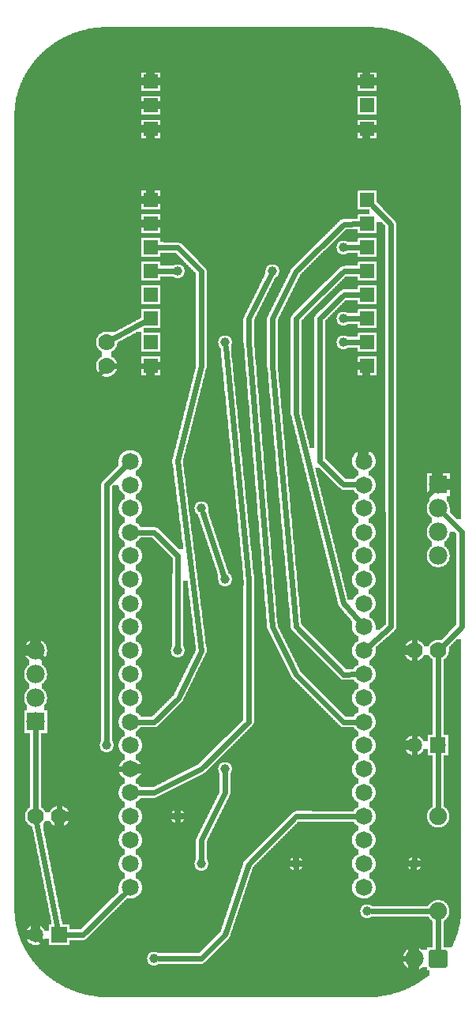
<source format=gtl>
G04 MADE WITH FRITZING*
G04 WWW.FRITZING.ORG*
G04 DOUBLE SIDED*
G04 HOLES PLATED*
G04 CONTOUR ON CENTER OF CONTOUR VECTOR*
%ASAXBY*%
%FSLAX23Y23*%
%MOIN*%
%OFA0B0*%
%SFA1.0B1.0*%
%ADD10C,0.075000*%
%ADD11C,0.078000*%
%ADD12C,0.071828*%
%ADD13C,0.070000*%
%ADD14C,0.065000*%
%ADD15C,0.039370*%
%ADD16R,0.078000X0.078000*%
%ADD17C,0.024000*%
%ADD18C,0.020000*%
%ADD19R,0.001000X0.001000*%
%LNCOPPER1*%
G90*
G70*
G54D10*
X1282Y2000D03*
X1412Y2133D03*
X629Y1903D03*
X315Y4061D03*
G54D11*
X130Y1202D03*
X130Y1302D03*
X130Y1402D03*
X130Y1502D03*
G54D12*
X530Y2301D03*
X530Y2201D03*
X530Y2102D03*
X530Y2001D03*
X530Y1902D03*
X530Y1802D03*
X530Y1701D03*
X530Y1602D03*
X530Y1502D03*
X530Y1402D03*
X530Y1302D03*
X530Y1201D03*
X530Y1102D03*
X530Y1002D03*
X530Y902D03*
X530Y802D03*
X530Y703D03*
X530Y602D03*
X530Y502D03*
X1516Y502D03*
X1516Y602D03*
X1516Y703D03*
X1516Y802D03*
X1516Y902D03*
X1516Y1002D03*
X1516Y1102D03*
X1516Y1201D03*
X1516Y1302D03*
X1516Y1402D03*
X1516Y1502D03*
X1516Y1602D03*
X1516Y1701D03*
X1516Y1802D03*
X1516Y1902D03*
X1516Y2001D03*
X1516Y2102D03*
X1516Y2201D03*
X1516Y2301D03*
G54D13*
X1730Y1502D03*
X1831Y1502D03*
X230Y802D03*
X130Y802D03*
X430Y2702D03*
X430Y2802D03*
G54D11*
X1830Y202D03*
X1730Y202D03*
X1830Y2202D03*
X1830Y2102D03*
X1830Y2002D03*
X1830Y1902D03*
G54D14*
X130Y302D03*
X230Y302D03*
X130Y302D03*
X230Y302D03*
X1730Y1102D03*
X1830Y1102D03*
X1730Y1102D03*
X1830Y1102D03*
G54D10*
X1830Y402D03*
X1830Y802D03*
G54D15*
X1430Y3202D03*
X1430Y2902D03*
X1430Y2802D03*
X1130Y3102D03*
X930Y2802D03*
X730Y3102D03*
X430Y1102D03*
X730Y1502D03*
X1530Y402D03*
X830Y2102D03*
X930Y1802D03*
X930Y1002D03*
X830Y602D03*
X730Y802D03*
X1730Y602D03*
X1230Y602D03*
X630Y202D03*
G54D16*
X130Y1202D03*
X1830Y2202D03*
G54D17*
X1432Y3301D02*
X1501Y3302D01*
D02*
X1486Y1402D02*
X1431Y1401D01*
D02*
X1230Y3102D02*
X1432Y3301D01*
D02*
X1131Y2703D02*
X1131Y2902D01*
D02*
X1230Y1602D02*
X1131Y2703D01*
D02*
X1431Y1401D02*
X1230Y1602D01*
D02*
X1131Y2902D02*
X1230Y3102D01*
D02*
X1630Y3301D02*
X1631Y1602D01*
D02*
X1631Y1602D02*
X1539Y1522D01*
D02*
X1551Y3382D02*
X1630Y3301D01*
D02*
X1330Y2902D02*
X1432Y3003D01*
D02*
X1486Y2202D02*
X1431Y2203D01*
D02*
X1431Y2203D02*
X1331Y2301D01*
D02*
X1331Y2301D02*
X1330Y2902D01*
D02*
X1432Y3003D02*
X1501Y3003D01*
D02*
X1432Y3102D02*
X1501Y3103D01*
D02*
X1496Y1625D02*
X1430Y1702D01*
D02*
X1330Y3003D02*
X1432Y3102D01*
D02*
X1230Y2502D02*
X1230Y2902D01*
D02*
X1430Y1702D02*
X1330Y2103D01*
D02*
X1330Y2103D02*
X1230Y2502D01*
D02*
X1230Y2902D02*
X1330Y3003D01*
D02*
X1501Y3203D02*
X1444Y3202D01*
D02*
X1501Y2903D02*
X1444Y2902D01*
D02*
X1501Y2803D02*
X1444Y2802D01*
D02*
X1031Y2803D02*
X1031Y2902D01*
D02*
X1230Y1401D02*
X1130Y1602D01*
D02*
X1431Y1201D02*
X1230Y1401D01*
D02*
X1130Y1602D02*
X1031Y2803D01*
D02*
X1031Y2902D02*
X1122Y3085D01*
D02*
X1486Y1201D02*
X1431Y1201D01*
D02*
X830Y1501D02*
X732Y1301D01*
D02*
X732Y1301D02*
X631Y1201D01*
D02*
X631Y1201D02*
X561Y1201D01*
D02*
X830Y2702D02*
X730Y2302D01*
D02*
X730Y2302D02*
X830Y1501D01*
D02*
X646Y3202D02*
X731Y3202D01*
D02*
X829Y3102D02*
X830Y2702D01*
D02*
X731Y3202D02*
X829Y3102D01*
D02*
X1031Y1801D02*
X1030Y1201D01*
D02*
X829Y1003D02*
X629Y903D01*
D02*
X1030Y1201D02*
X829Y1003D01*
D02*
X629Y903D02*
X561Y903D01*
D02*
X932Y2783D02*
X1031Y1801D01*
D02*
X717Y3102D02*
X646Y3103D01*
D02*
X591Y2889D02*
X448Y2812D01*
D02*
X588Y2703D02*
X451Y2702D01*
D02*
X431Y1002D02*
X330Y1102D01*
D02*
X330Y1102D02*
X330Y2601D01*
D02*
X330Y2601D02*
X412Y2684D01*
D02*
X500Y1002D02*
X431Y1002D01*
D02*
X431Y2202D02*
X509Y2280D01*
D02*
X430Y1121D02*
X431Y2202D01*
D02*
X1802Y402D02*
X1549Y402D01*
D02*
X1830Y1127D02*
X1831Y1476D01*
D02*
X1930Y2003D02*
X1929Y1602D01*
D02*
X1929Y1602D02*
X1929Y1602D01*
D02*
X1852Y2081D02*
X1930Y2003D01*
D02*
X1929Y1602D02*
X1849Y1521D01*
D02*
X1730Y1476D02*
X1730Y1127D01*
D02*
X330Y303D02*
X255Y302D01*
D02*
X509Y481D02*
X330Y303D01*
D02*
X135Y776D02*
X225Y326D01*
D02*
X130Y1172D02*
X130Y828D01*
D02*
X1029Y601D02*
X1230Y802D01*
D02*
X930Y303D02*
X1029Y601D01*
D02*
X829Y203D02*
X930Y303D01*
D02*
X1230Y802D02*
X1486Y802D01*
D02*
X649Y202D02*
X829Y203D01*
D02*
X1230Y401D02*
X1230Y583D01*
D02*
X1331Y301D02*
X1230Y401D01*
D02*
X1531Y203D02*
X1331Y301D01*
D02*
X1700Y202D02*
X1531Y203D01*
D02*
X1730Y1077D02*
X1730Y621D01*
D02*
X1731Y2103D02*
X1730Y1528D01*
D02*
X1809Y2181D02*
X1731Y2103D01*
D02*
X231Y202D02*
X148Y284D01*
D02*
X730Y601D02*
X629Y302D01*
D02*
X629Y302D02*
X431Y201D01*
D02*
X431Y201D02*
X231Y202D01*
D02*
X730Y783D02*
X730Y601D01*
D02*
X830Y702D02*
X830Y621D01*
D02*
X930Y902D02*
X830Y702D01*
D02*
X930Y983D02*
X930Y902D01*
D02*
X836Y2084D02*
X924Y1820D01*
D02*
X229Y1401D02*
X151Y1480D01*
D02*
X230Y828D02*
X229Y1401D01*
D02*
X731Y1902D02*
X730Y1521D01*
D02*
X561Y2001D02*
X631Y2001D01*
D02*
X631Y2001D02*
X731Y1902D01*
D02*
X1830Y1077D02*
X1830Y831D01*
D02*
X1830Y232D02*
X1830Y373D01*
G36*
X1570Y3311D02*
X1570Y3263D01*
X1608Y3263D01*
X1608Y3293D01*
X1606Y3293D01*
X1606Y3295D01*
X1604Y3295D01*
X1604Y3297D01*
X1602Y3297D01*
X1602Y3299D01*
X1600Y3299D01*
X1600Y3301D01*
X1598Y3301D01*
X1598Y3303D01*
X1596Y3303D01*
X1596Y3305D01*
X1594Y3305D01*
X1594Y3307D01*
X1592Y3307D01*
X1592Y3309D01*
X1590Y3309D01*
X1590Y3311D01*
X1570Y3311D01*
G37*
D02*
G36*
X1440Y3279D02*
X1440Y3277D01*
X1438Y3277D01*
X1438Y3275D01*
X1436Y3275D01*
X1436Y3273D01*
X1434Y3273D01*
X1434Y3271D01*
X1432Y3271D01*
X1432Y3269D01*
X1430Y3269D01*
X1430Y3267D01*
X1428Y3267D01*
X1428Y3265D01*
X1426Y3265D01*
X1426Y3263D01*
X1490Y3263D01*
X1490Y3279D01*
X1440Y3279D01*
G37*
D02*
G36*
X1424Y3263D02*
X1424Y3261D01*
X1608Y3261D01*
X1608Y3263D01*
X1424Y3263D01*
G37*
D02*
G36*
X1424Y3263D02*
X1424Y3261D01*
X1608Y3261D01*
X1608Y3263D01*
X1424Y3263D01*
G37*
D02*
G36*
X1422Y3261D02*
X1422Y3259D01*
X1420Y3259D01*
X1420Y3257D01*
X1418Y3257D01*
X1418Y3255D01*
X1416Y3255D01*
X1416Y3253D01*
X1414Y3253D01*
X1414Y3251D01*
X1412Y3251D01*
X1412Y3249D01*
X1410Y3249D01*
X1410Y3247D01*
X1408Y3247D01*
X1408Y3245D01*
X1406Y3245D01*
X1406Y3243D01*
X1570Y3243D01*
X1570Y3163D01*
X1608Y3163D01*
X1608Y3261D01*
X1422Y3261D01*
G37*
D02*
G36*
X1404Y3243D02*
X1404Y3241D01*
X1402Y3241D01*
X1402Y3239D01*
X1400Y3239D01*
X1400Y3237D01*
X1398Y3237D01*
X1398Y3235D01*
X1396Y3235D01*
X1396Y3233D01*
X1394Y3233D01*
X1394Y3231D01*
X1440Y3231D01*
X1440Y3229D01*
X1444Y3229D01*
X1444Y3227D01*
X1448Y3227D01*
X1448Y3225D01*
X1490Y3225D01*
X1490Y3241D01*
X1492Y3241D01*
X1492Y3243D01*
X1404Y3243D01*
G37*
D02*
G36*
X1392Y3231D02*
X1392Y3229D01*
X1390Y3229D01*
X1390Y3227D01*
X1388Y3227D01*
X1388Y3225D01*
X1386Y3225D01*
X1386Y3223D01*
X1384Y3223D01*
X1384Y3221D01*
X1382Y3221D01*
X1382Y3219D01*
X1380Y3219D01*
X1380Y3217D01*
X1378Y3217D01*
X1378Y3215D01*
X1376Y3215D01*
X1376Y3213D01*
X1374Y3213D01*
X1374Y3211D01*
X1372Y3211D01*
X1372Y3209D01*
X1370Y3209D01*
X1370Y3207D01*
X1368Y3207D01*
X1368Y3205D01*
X1366Y3205D01*
X1366Y3203D01*
X1364Y3203D01*
X1364Y3201D01*
X1362Y3201D01*
X1362Y3199D01*
X1360Y3199D01*
X1360Y3197D01*
X1358Y3197D01*
X1358Y3195D01*
X1356Y3195D01*
X1356Y3193D01*
X1352Y3193D01*
X1352Y3191D01*
X1350Y3191D01*
X1350Y3189D01*
X1348Y3189D01*
X1348Y3187D01*
X1346Y3187D01*
X1346Y3185D01*
X1344Y3185D01*
X1344Y3183D01*
X1342Y3183D01*
X1342Y3181D01*
X1340Y3181D01*
X1340Y3179D01*
X1338Y3179D01*
X1338Y3177D01*
X1336Y3177D01*
X1336Y3175D01*
X1334Y3175D01*
X1334Y3173D01*
X1420Y3173D01*
X1420Y3175D01*
X1416Y3175D01*
X1416Y3177D01*
X1412Y3177D01*
X1412Y3179D01*
X1410Y3179D01*
X1410Y3181D01*
X1408Y3181D01*
X1408Y3183D01*
X1406Y3183D01*
X1406Y3187D01*
X1404Y3187D01*
X1404Y3191D01*
X1402Y3191D01*
X1402Y3199D01*
X1400Y3199D01*
X1400Y3205D01*
X1402Y3205D01*
X1402Y3213D01*
X1404Y3213D01*
X1404Y3217D01*
X1406Y3217D01*
X1406Y3219D01*
X1408Y3219D01*
X1408Y3223D01*
X1410Y3223D01*
X1410Y3225D01*
X1414Y3225D01*
X1414Y3227D01*
X1416Y3227D01*
X1416Y3229D01*
X1422Y3229D01*
X1422Y3231D01*
X1392Y3231D01*
G37*
D02*
G36*
X1460Y3181D02*
X1460Y3179D01*
X1448Y3179D01*
X1448Y3177D01*
X1444Y3177D01*
X1444Y3175D01*
X1440Y3175D01*
X1440Y3173D01*
X1490Y3173D01*
X1490Y3181D01*
X1460Y3181D01*
G37*
D02*
G36*
X1332Y3173D02*
X1332Y3171D01*
X1490Y3171D01*
X1490Y3173D01*
X1332Y3173D01*
G37*
D02*
G36*
X1332Y3173D02*
X1332Y3171D01*
X1490Y3171D01*
X1490Y3173D01*
X1332Y3173D01*
G37*
D02*
G36*
X1330Y3171D02*
X1330Y3169D01*
X1328Y3169D01*
X1328Y3167D01*
X1326Y3167D01*
X1326Y3165D01*
X1324Y3165D01*
X1324Y3163D01*
X1490Y3163D01*
X1490Y3171D01*
X1330Y3171D01*
G37*
D02*
G36*
X1322Y3163D02*
X1322Y3161D01*
X1608Y3161D01*
X1608Y3163D01*
X1322Y3163D01*
G37*
D02*
G36*
X1322Y3163D02*
X1322Y3161D01*
X1608Y3161D01*
X1608Y3163D01*
X1322Y3163D01*
G37*
D02*
G36*
X1320Y3161D02*
X1320Y3159D01*
X1318Y3159D01*
X1318Y3157D01*
X1316Y3157D01*
X1316Y3155D01*
X1314Y3155D01*
X1314Y3153D01*
X1312Y3153D01*
X1312Y3151D01*
X1310Y3151D01*
X1310Y3149D01*
X1308Y3149D01*
X1308Y3147D01*
X1306Y3147D01*
X1306Y3145D01*
X1304Y3145D01*
X1304Y3143D01*
X1570Y3143D01*
X1570Y3063D01*
X1608Y3063D01*
X1608Y3161D01*
X1320Y3161D01*
G37*
D02*
G36*
X1302Y3143D02*
X1302Y3141D01*
X1300Y3141D01*
X1300Y3139D01*
X1298Y3139D01*
X1298Y3137D01*
X1296Y3137D01*
X1296Y3135D01*
X1294Y3135D01*
X1294Y3133D01*
X1292Y3133D01*
X1292Y3131D01*
X1290Y3131D01*
X1290Y3129D01*
X1288Y3129D01*
X1288Y3127D01*
X1286Y3127D01*
X1286Y3125D01*
X1284Y3125D01*
X1284Y3123D01*
X1282Y3123D01*
X1282Y3121D01*
X1280Y3121D01*
X1280Y3119D01*
X1278Y3119D01*
X1278Y3117D01*
X1276Y3117D01*
X1276Y3115D01*
X1274Y3115D01*
X1274Y3113D01*
X1272Y3113D01*
X1272Y3111D01*
X1270Y3111D01*
X1270Y3109D01*
X1268Y3109D01*
X1268Y3107D01*
X1266Y3107D01*
X1266Y3105D01*
X1264Y3105D01*
X1264Y3103D01*
X1262Y3103D01*
X1262Y3101D01*
X1260Y3101D01*
X1260Y3099D01*
X1258Y3099D01*
X1258Y3097D01*
X1256Y3097D01*
X1256Y3095D01*
X1254Y3095D01*
X1254Y3093D01*
X1252Y3093D01*
X1252Y3091D01*
X1250Y3091D01*
X1250Y3089D01*
X1248Y3089D01*
X1248Y3085D01*
X1246Y3085D01*
X1246Y3081D01*
X1244Y3081D01*
X1244Y3077D01*
X1242Y3077D01*
X1242Y3073D01*
X1240Y3073D01*
X1240Y3069D01*
X1238Y3069D01*
X1238Y3065D01*
X1236Y3065D01*
X1236Y3061D01*
X1234Y3061D01*
X1234Y3057D01*
X1232Y3057D01*
X1232Y3053D01*
X1230Y3053D01*
X1230Y3049D01*
X1228Y3049D01*
X1228Y3045D01*
X1226Y3045D01*
X1226Y3041D01*
X1224Y3041D01*
X1224Y3037D01*
X1222Y3037D01*
X1222Y3033D01*
X1220Y3033D01*
X1220Y3029D01*
X1218Y3029D01*
X1218Y3025D01*
X1216Y3025D01*
X1216Y3021D01*
X1214Y3021D01*
X1214Y3017D01*
X1212Y3017D01*
X1212Y3013D01*
X1210Y3013D01*
X1210Y3009D01*
X1208Y3009D01*
X1208Y3005D01*
X1206Y3005D01*
X1206Y3001D01*
X1204Y3001D01*
X1204Y2997D01*
X1202Y2997D01*
X1202Y2993D01*
X1200Y2993D01*
X1200Y2989D01*
X1198Y2989D01*
X1198Y2985D01*
X1196Y2985D01*
X1196Y2981D01*
X1194Y2981D01*
X1194Y2977D01*
X1192Y2977D01*
X1192Y2973D01*
X1190Y2973D01*
X1190Y2969D01*
X1188Y2969D01*
X1188Y2965D01*
X1186Y2965D01*
X1186Y2961D01*
X1184Y2961D01*
X1184Y2957D01*
X1182Y2957D01*
X1182Y2953D01*
X1180Y2953D01*
X1180Y2949D01*
X1178Y2949D01*
X1178Y2945D01*
X1176Y2945D01*
X1176Y2941D01*
X1174Y2941D01*
X1174Y2937D01*
X1172Y2937D01*
X1172Y2933D01*
X1170Y2933D01*
X1170Y2929D01*
X1168Y2929D01*
X1168Y2925D01*
X1166Y2925D01*
X1166Y2921D01*
X1164Y2921D01*
X1164Y2917D01*
X1162Y2917D01*
X1162Y2913D01*
X1160Y2913D01*
X1160Y2909D01*
X1158Y2909D01*
X1158Y2905D01*
X1156Y2905D01*
X1156Y2901D01*
X1154Y2901D01*
X1154Y2897D01*
X1152Y2897D01*
X1152Y2699D01*
X1154Y2699D01*
X1154Y2677D01*
X1156Y2677D01*
X1156Y2655D01*
X1158Y2655D01*
X1158Y2633D01*
X1160Y2633D01*
X1160Y2611D01*
X1162Y2611D01*
X1162Y2589D01*
X1164Y2589D01*
X1164Y2567D01*
X1166Y2567D01*
X1166Y2545D01*
X1168Y2545D01*
X1168Y2523D01*
X1170Y2523D01*
X1170Y2501D01*
X1172Y2501D01*
X1172Y2479D01*
X1174Y2479D01*
X1174Y2457D01*
X1176Y2457D01*
X1176Y2435D01*
X1178Y2435D01*
X1178Y2413D01*
X1180Y2413D01*
X1180Y2391D01*
X1182Y2391D01*
X1182Y2369D01*
X1184Y2369D01*
X1184Y2347D01*
X1186Y2347D01*
X1186Y2325D01*
X1188Y2325D01*
X1188Y2303D01*
X1190Y2303D01*
X1190Y2281D01*
X1192Y2281D01*
X1192Y2259D01*
X1194Y2259D01*
X1194Y2237D01*
X1196Y2237D01*
X1196Y2215D01*
X1198Y2215D01*
X1198Y2193D01*
X1200Y2193D01*
X1200Y2171D01*
X1202Y2171D01*
X1202Y2147D01*
X1204Y2147D01*
X1204Y2125D01*
X1206Y2125D01*
X1206Y2103D01*
X1208Y2103D01*
X1208Y2081D01*
X1210Y2081D01*
X1210Y2059D01*
X1212Y2059D01*
X1212Y2037D01*
X1214Y2037D01*
X1214Y2015D01*
X1216Y2015D01*
X1216Y1993D01*
X1218Y1993D01*
X1218Y1971D01*
X1220Y1971D01*
X1220Y1949D01*
X1222Y1949D01*
X1222Y1927D01*
X1224Y1927D01*
X1224Y1905D01*
X1226Y1905D01*
X1226Y1883D01*
X1228Y1883D01*
X1228Y1861D01*
X1230Y1861D01*
X1230Y1839D01*
X1232Y1839D01*
X1232Y1817D01*
X1234Y1817D01*
X1234Y1795D01*
X1236Y1795D01*
X1236Y1773D01*
X1238Y1773D01*
X1238Y1751D01*
X1240Y1751D01*
X1240Y1729D01*
X1242Y1729D01*
X1242Y1707D01*
X1244Y1707D01*
X1244Y1685D01*
X1246Y1685D01*
X1246Y1663D01*
X1248Y1663D01*
X1248Y1641D01*
X1250Y1641D01*
X1250Y1617D01*
X1252Y1617D01*
X1252Y1611D01*
X1254Y1611D01*
X1254Y1609D01*
X1256Y1609D01*
X1256Y1607D01*
X1258Y1607D01*
X1258Y1605D01*
X1260Y1605D01*
X1260Y1603D01*
X1262Y1603D01*
X1262Y1601D01*
X1264Y1601D01*
X1264Y1599D01*
X1266Y1599D01*
X1266Y1597D01*
X1268Y1597D01*
X1268Y1595D01*
X1270Y1595D01*
X1270Y1593D01*
X1272Y1593D01*
X1272Y1591D01*
X1274Y1591D01*
X1274Y1589D01*
X1276Y1589D01*
X1276Y1587D01*
X1278Y1587D01*
X1278Y1585D01*
X1280Y1585D01*
X1280Y1583D01*
X1282Y1583D01*
X1282Y1581D01*
X1284Y1581D01*
X1284Y1579D01*
X1286Y1579D01*
X1286Y1577D01*
X1288Y1577D01*
X1288Y1575D01*
X1290Y1575D01*
X1290Y1573D01*
X1292Y1573D01*
X1292Y1571D01*
X1294Y1571D01*
X1294Y1569D01*
X1296Y1569D01*
X1296Y1567D01*
X1298Y1567D01*
X1298Y1565D01*
X1300Y1565D01*
X1300Y1563D01*
X1302Y1563D01*
X1302Y1561D01*
X1304Y1561D01*
X1304Y1559D01*
X1306Y1559D01*
X1306Y1557D01*
X1308Y1557D01*
X1308Y1555D01*
X1310Y1555D01*
X1310Y1553D01*
X1312Y1553D01*
X1312Y1551D01*
X1314Y1551D01*
X1314Y1549D01*
X1316Y1549D01*
X1316Y1547D01*
X1318Y1547D01*
X1318Y1545D01*
X1320Y1545D01*
X1320Y1543D01*
X1322Y1543D01*
X1322Y1541D01*
X1324Y1541D01*
X1324Y1539D01*
X1326Y1539D01*
X1326Y1537D01*
X1328Y1537D01*
X1328Y1535D01*
X1330Y1535D01*
X1330Y1533D01*
X1332Y1533D01*
X1332Y1531D01*
X1334Y1531D01*
X1334Y1529D01*
X1336Y1529D01*
X1336Y1527D01*
X1338Y1527D01*
X1338Y1525D01*
X1340Y1525D01*
X1340Y1523D01*
X1342Y1523D01*
X1342Y1521D01*
X1344Y1521D01*
X1344Y1519D01*
X1346Y1519D01*
X1346Y1517D01*
X1348Y1517D01*
X1348Y1515D01*
X1350Y1515D01*
X1350Y1513D01*
X1352Y1513D01*
X1352Y1511D01*
X1354Y1511D01*
X1354Y1509D01*
X1356Y1509D01*
X1356Y1507D01*
X1358Y1507D01*
X1358Y1505D01*
X1360Y1505D01*
X1360Y1503D01*
X1362Y1503D01*
X1362Y1501D01*
X1364Y1501D01*
X1364Y1499D01*
X1366Y1499D01*
X1366Y1497D01*
X1368Y1497D01*
X1368Y1495D01*
X1370Y1495D01*
X1370Y1493D01*
X1372Y1493D01*
X1372Y1491D01*
X1374Y1491D01*
X1374Y1489D01*
X1376Y1489D01*
X1376Y1487D01*
X1378Y1487D01*
X1378Y1485D01*
X1380Y1485D01*
X1380Y1483D01*
X1382Y1483D01*
X1382Y1481D01*
X1384Y1481D01*
X1384Y1479D01*
X1386Y1479D01*
X1386Y1477D01*
X1388Y1477D01*
X1388Y1475D01*
X1390Y1475D01*
X1390Y1473D01*
X1392Y1473D01*
X1392Y1471D01*
X1394Y1471D01*
X1394Y1469D01*
X1396Y1469D01*
X1396Y1467D01*
X1398Y1467D01*
X1398Y1465D01*
X1400Y1465D01*
X1400Y1463D01*
X1402Y1463D01*
X1402Y1461D01*
X1404Y1461D01*
X1404Y1459D01*
X1406Y1459D01*
X1406Y1457D01*
X1408Y1457D01*
X1408Y1455D01*
X1410Y1455D01*
X1410Y1453D01*
X1412Y1453D01*
X1412Y1451D01*
X1414Y1451D01*
X1414Y1449D01*
X1416Y1449D01*
X1416Y1447D01*
X1418Y1447D01*
X1418Y1445D01*
X1420Y1445D01*
X1420Y1443D01*
X1422Y1443D01*
X1422Y1441D01*
X1424Y1441D01*
X1424Y1439D01*
X1426Y1439D01*
X1426Y1437D01*
X1428Y1437D01*
X1428Y1435D01*
X1430Y1435D01*
X1430Y1433D01*
X1432Y1433D01*
X1432Y1431D01*
X1434Y1431D01*
X1434Y1429D01*
X1436Y1429D01*
X1436Y1427D01*
X1438Y1427D01*
X1438Y1425D01*
X1440Y1425D01*
X1440Y1423D01*
X1472Y1423D01*
X1472Y1425D01*
X1474Y1425D01*
X1474Y1429D01*
X1476Y1429D01*
X1476Y1431D01*
X1478Y1431D01*
X1478Y1433D01*
X1480Y1433D01*
X1480Y1435D01*
X1482Y1435D01*
X1482Y1437D01*
X1486Y1437D01*
X1486Y1439D01*
X1488Y1439D01*
X1488Y1441D01*
X1492Y1441D01*
X1492Y1461D01*
X1490Y1461D01*
X1490Y1463D01*
X1488Y1463D01*
X1488Y1465D01*
X1484Y1465D01*
X1484Y1467D01*
X1482Y1467D01*
X1482Y1469D01*
X1480Y1469D01*
X1480Y1471D01*
X1478Y1471D01*
X1478Y1473D01*
X1476Y1473D01*
X1476Y1475D01*
X1474Y1475D01*
X1474Y1477D01*
X1472Y1477D01*
X1472Y1481D01*
X1470Y1481D01*
X1470Y1485D01*
X1468Y1485D01*
X1468Y1491D01*
X1466Y1491D01*
X1466Y1511D01*
X1468Y1511D01*
X1468Y1517D01*
X1470Y1517D01*
X1470Y1521D01*
X1472Y1521D01*
X1472Y1525D01*
X1474Y1525D01*
X1474Y1527D01*
X1476Y1527D01*
X1476Y1529D01*
X1478Y1529D01*
X1478Y1533D01*
X1480Y1533D01*
X1480Y1535D01*
X1484Y1535D01*
X1484Y1537D01*
X1486Y1537D01*
X1486Y1539D01*
X1490Y1539D01*
X1490Y1541D01*
X1494Y1541D01*
X1494Y1561D01*
X1492Y1561D01*
X1492Y1563D01*
X1488Y1563D01*
X1488Y1565D01*
X1484Y1565D01*
X1484Y1567D01*
X1482Y1567D01*
X1482Y1569D01*
X1480Y1569D01*
X1480Y1571D01*
X1478Y1571D01*
X1478Y1573D01*
X1476Y1573D01*
X1476Y1575D01*
X1474Y1575D01*
X1474Y1579D01*
X1472Y1579D01*
X1472Y1581D01*
X1470Y1581D01*
X1470Y1585D01*
X1468Y1585D01*
X1468Y1591D01*
X1466Y1591D01*
X1466Y1627D01*
X1464Y1627D01*
X1464Y1629D01*
X1462Y1629D01*
X1462Y1631D01*
X1460Y1631D01*
X1460Y1635D01*
X1458Y1635D01*
X1458Y1637D01*
X1456Y1637D01*
X1456Y1639D01*
X1454Y1639D01*
X1454Y1641D01*
X1452Y1641D01*
X1452Y1643D01*
X1450Y1643D01*
X1450Y1645D01*
X1448Y1645D01*
X1448Y1647D01*
X1446Y1647D01*
X1446Y1651D01*
X1444Y1651D01*
X1444Y1653D01*
X1442Y1653D01*
X1442Y1655D01*
X1440Y1655D01*
X1440Y1657D01*
X1438Y1657D01*
X1438Y1659D01*
X1436Y1659D01*
X1436Y1661D01*
X1434Y1661D01*
X1434Y1665D01*
X1432Y1665D01*
X1432Y1667D01*
X1430Y1667D01*
X1430Y1669D01*
X1428Y1669D01*
X1428Y1671D01*
X1426Y1671D01*
X1426Y1673D01*
X1424Y1673D01*
X1424Y1675D01*
X1422Y1675D01*
X1422Y1679D01*
X1420Y1679D01*
X1420Y1681D01*
X1418Y1681D01*
X1418Y1683D01*
X1416Y1683D01*
X1416Y1685D01*
X1414Y1685D01*
X1414Y1687D01*
X1412Y1687D01*
X1412Y1691D01*
X1410Y1691D01*
X1410Y1695D01*
X1408Y1695D01*
X1408Y1703D01*
X1406Y1703D01*
X1406Y1711D01*
X1404Y1711D01*
X1404Y1719D01*
X1402Y1719D01*
X1402Y1727D01*
X1400Y1727D01*
X1400Y1735D01*
X1398Y1735D01*
X1398Y1743D01*
X1396Y1743D01*
X1396Y1751D01*
X1394Y1751D01*
X1394Y1759D01*
X1392Y1759D01*
X1392Y1767D01*
X1390Y1767D01*
X1390Y1775D01*
X1388Y1775D01*
X1388Y1783D01*
X1386Y1783D01*
X1386Y1791D01*
X1384Y1791D01*
X1384Y1799D01*
X1382Y1799D01*
X1382Y1807D01*
X1380Y1807D01*
X1380Y1815D01*
X1378Y1815D01*
X1378Y1823D01*
X1376Y1823D01*
X1376Y1831D01*
X1374Y1831D01*
X1374Y1839D01*
X1372Y1839D01*
X1372Y1847D01*
X1370Y1847D01*
X1370Y1855D01*
X1368Y1855D01*
X1368Y1863D01*
X1366Y1863D01*
X1366Y1871D01*
X1364Y1871D01*
X1364Y1879D01*
X1362Y1879D01*
X1362Y1887D01*
X1360Y1887D01*
X1360Y1895D01*
X1358Y1895D01*
X1358Y1903D01*
X1356Y1903D01*
X1356Y1911D01*
X1354Y1911D01*
X1354Y1919D01*
X1352Y1919D01*
X1352Y1927D01*
X1350Y1927D01*
X1350Y1935D01*
X1348Y1935D01*
X1348Y1943D01*
X1346Y1943D01*
X1346Y1951D01*
X1344Y1951D01*
X1344Y1959D01*
X1342Y1959D01*
X1342Y1967D01*
X1340Y1967D01*
X1340Y1975D01*
X1338Y1975D01*
X1338Y1983D01*
X1336Y1983D01*
X1336Y1991D01*
X1334Y1991D01*
X1334Y1999D01*
X1332Y1999D01*
X1332Y2007D01*
X1330Y2007D01*
X1330Y2015D01*
X1328Y2015D01*
X1328Y2023D01*
X1326Y2023D01*
X1326Y2031D01*
X1324Y2031D01*
X1324Y2039D01*
X1322Y2039D01*
X1322Y2047D01*
X1320Y2047D01*
X1320Y2055D01*
X1318Y2055D01*
X1318Y2063D01*
X1316Y2063D01*
X1316Y2071D01*
X1314Y2071D01*
X1314Y2079D01*
X1312Y2079D01*
X1312Y2087D01*
X1310Y2087D01*
X1310Y2095D01*
X1308Y2095D01*
X1308Y2105D01*
X1306Y2105D01*
X1306Y2113D01*
X1304Y2113D01*
X1304Y2121D01*
X1302Y2121D01*
X1302Y2129D01*
X1300Y2129D01*
X1300Y2137D01*
X1298Y2137D01*
X1298Y2145D01*
X1296Y2145D01*
X1296Y2153D01*
X1294Y2153D01*
X1294Y2161D01*
X1292Y2161D01*
X1292Y2169D01*
X1290Y2169D01*
X1290Y2177D01*
X1288Y2177D01*
X1288Y2185D01*
X1286Y2185D01*
X1286Y2193D01*
X1284Y2193D01*
X1284Y2201D01*
X1282Y2201D01*
X1282Y2209D01*
X1280Y2209D01*
X1280Y2217D01*
X1278Y2217D01*
X1278Y2225D01*
X1276Y2225D01*
X1276Y2233D01*
X1274Y2233D01*
X1274Y2241D01*
X1272Y2241D01*
X1272Y2249D01*
X1270Y2249D01*
X1270Y2257D01*
X1268Y2257D01*
X1268Y2265D01*
X1266Y2265D01*
X1266Y2273D01*
X1264Y2273D01*
X1264Y2281D01*
X1262Y2281D01*
X1262Y2289D01*
X1260Y2289D01*
X1260Y2297D01*
X1258Y2297D01*
X1258Y2305D01*
X1256Y2305D01*
X1256Y2313D01*
X1254Y2313D01*
X1254Y2321D01*
X1252Y2321D01*
X1252Y2329D01*
X1250Y2329D01*
X1250Y2337D01*
X1248Y2337D01*
X1248Y2345D01*
X1246Y2345D01*
X1246Y2353D01*
X1244Y2353D01*
X1244Y2361D01*
X1242Y2361D01*
X1242Y2369D01*
X1240Y2369D01*
X1240Y2377D01*
X1238Y2377D01*
X1238Y2385D01*
X1236Y2385D01*
X1236Y2393D01*
X1234Y2393D01*
X1234Y2401D01*
X1232Y2401D01*
X1232Y2409D01*
X1230Y2409D01*
X1230Y2417D01*
X1228Y2417D01*
X1228Y2425D01*
X1226Y2425D01*
X1226Y2433D01*
X1224Y2433D01*
X1224Y2441D01*
X1222Y2441D01*
X1222Y2449D01*
X1220Y2449D01*
X1220Y2457D01*
X1218Y2457D01*
X1218Y2465D01*
X1216Y2465D01*
X1216Y2473D01*
X1214Y2473D01*
X1214Y2481D01*
X1212Y2481D01*
X1212Y2489D01*
X1210Y2489D01*
X1210Y2497D01*
X1208Y2497D01*
X1208Y2907D01*
X1210Y2907D01*
X1210Y2913D01*
X1212Y2913D01*
X1212Y2915D01*
X1214Y2915D01*
X1214Y2917D01*
X1216Y2917D01*
X1216Y2921D01*
X1218Y2921D01*
X1218Y2923D01*
X1220Y2923D01*
X1220Y2925D01*
X1222Y2925D01*
X1222Y2927D01*
X1224Y2927D01*
X1224Y2929D01*
X1226Y2929D01*
X1226Y2931D01*
X1228Y2931D01*
X1228Y2933D01*
X1230Y2933D01*
X1230Y2935D01*
X1232Y2935D01*
X1232Y2937D01*
X1234Y2937D01*
X1234Y2939D01*
X1236Y2939D01*
X1236Y2941D01*
X1238Y2941D01*
X1238Y2943D01*
X1240Y2943D01*
X1240Y2945D01*
X1242Y2945D01*
X1242Y2947D01*
X1244Y2947D01*
X1244Y2949D01*
X1246Y2949D01*
X1246Y2951D01*
X1248Y2951D01*
X1248Y2953D01*
X1250Y2953D01*
X1250Y2955D01*
X1252Y2955D01*
X1252Y2957D01*
X1254Y2957D01*
X1254Y2959D01*
X1256Y2959D01*
X1256Y2961D01*
X1258Y2961D01*
X1258Y2963D01*
X1260Y2963D01*
X1260Y2965D01*
X1262Y2965D01*
X1262Y2967D01*
X1264Y2967D01*
X1264Y2969D01*
X1266Y2969D01*
X1266Y2971D01*
X1268Y2971D01*
X1268Y2973D01*
X1270Y2973D01*
X1270Y2975D01*
X1272Y2975D01*
X1272Y2977D01*
X1274Y2977D01*
X1274Y2979D01*
X1276Y2979D01*
X1276Y2981D01*
X1278Y2981D01*
X1278Y2983D01*
X1280Y2983D01*
X1280Y2985D01*
X1282Y2985D01*
X1282Y2987D01*
X1284Y2987D01*
X1284Y2989D01*
X1286Y2989D01*
X1286Y2991D01*
X1288Y2991D01*
X1288Y2993D01*
X1290Y2993D01*
X1290Y2995D01*
X1292Y2995D01*
X1292Y2997D01*
X1294Y2997D01*
X1294Y2999D01*
X1296Y2999D01*
X1296Y3001D01*
X1298Y3001D01*
X1298Y3003D01*
X1300Y3003D01*
X1300Y3005D01*
X1302Y3005D01*
X1302Y3007D01*
X1304Y3007D01*
X1304Y3009D01*
X1306Y3009D01*
X1306Y3011D01*
X1308Y3011D01*
X1308Y3013D01*
X1310Y3013D01*
X1310Y3015D01*
X1312Y3015D01*
X1312Y3017D01*
X1314Y3017D01*
X1314Y3019D01*
X1316Y3019D01*
X1316Y3021D01*
X1318Y3021D01*
X1318Y3023D01*
X1320Y3023D01*
X1320Y3025D01*
X1322Y3025D01*
X1322Y3027D01*
X1324Y3027D01*
X1324Y3029D01*
X1326Y3029D01*
X1326Y3031D01*
X1328Y3031D01*
X1328Y3033D01*
X1330Y3033D01*
X1330Y3035D01*
X1332Y3035D01*
X1332Y3037D01*
X1334Y3037D01*
X1334Y3039D01*
X1336Y3039D01*
X1336Y3041D01*
X1338Y3041D01*
X1338Y3043D01*
X1340Y3043D01*
X1340Y3045D01*
X1342Y3045D01*
X1342Y3047D01*
X1344Y3047D01*
X1344Y3049D01*
X1346Y3049D01*
X1346Y3051D01*
X1348Y3051D01*
X1348Y3053D01*
X1350Y3053D01*
X1350Y3055D01*
X1352Y3055D01*
X1352Y3057D01*
X1354Y3057D01*
X1354Y3059D01*
X1358Y3059D01*
X1358Y3061D01*
X1360Y3061D01*
X1360Y3063D01*
X1362Y3063D01*
X1362Y3065D01*
X1364Y3065D01*
X1364Y3067D01*
X1366Y3067D01*
X1366Y3069D01*
X1368Y3069D01*
X1368Y3071D01*
X1370Y3071D01*
X1370Y3073D01*
X1372Y3073D01*
X1372Y3075D01*
X1374Y3075D01*
X1374Y3077D01*
X1376Y3077D01*
X1376Y3079D01*
X1378Y3079D01*
X1378Y3081D01*
X1380Y3081D01*
X1380Y3083D01*
X1382Y3083D01*
X1382Y3085D01*
X1384Y3085D01*
X1384Y3087D01*
X1386Y3087D01*
X1386Y3089D01*
X1388Y3089D01*
X1388Y3091D01*
X1390Y3091D01*
X1390Y3093D01*
X1392Y3093D01*
X1392Y3095D01*
X1394Y3095D01*
X1394Y3097D01*
X1396Y3097D01*
X1396Y3099D01*
X1398Y3099D01*
X1398Y3101D01*
X1400Y3101D01*
X1400Y3103D01*
X1402Y3103D01*
X1402Y3105D01*
X1404Y3105D01*
X1404Y3107D01*
X1406Y3107D01*
X1406Y3109D01*
X1408Y3109D01*
X1408Y3111D01*
X1410Y3111D01*
X1410Y3113D01*
X1412Y3113D01*
X1412Y3115D01*
X1414Y3115D01*
X1414Y3117D01*
X1416Y3117D01*
X1416Y3119D01*
X1420Y3119D01*
X1420Y3121D01*
X1422Y3121D01*
X1422Y3123D01*
X1436Y3123D01*
X1436Y3125D01*
X1490Y3125D01*
X1490Y3141D01*
X1492Y3141D01*
X1492Y3143D01*
X1302Y3143D01*
G37*
D02*
G36*
X1440Y3081D02*
X1440Y3079D01*
X1438Y3079D01*
X1438Y3077D01*
X1436Y3077D01*
X1436Y3075D01*
X1434Y3075D01*
X1434Y3073D01*
X1432Y3073D01*
X1432Y3071D01*
X1430Y3071D01*
X1430Y3069D01*
X1428Y3069D01*
X1428Y3067D01*
X1426Y3067D01*
X1426Y3065D01*
X1424Y3065D01*
X1424Y3063D01*
X1490Y3063D01*
X1490Y3081D01*
X1440Y3081D01*
G37*
D02*
G36*
X1422Y3063D02*
X1422Y3061D01*
X1608Y3061D01*
X1608Y3063D01*
X1422Y3063D01*
G37*
D02*
G36*
X1422Y3063D02*
X1422Y3061D01*
X1608Y3061D01*
X1608Y3063D01*
X1422Y3063D01*
G37*
D02*
G36*
X1420Y3061D02*
X1420Y3059D01*
X1418Y3059D01*
X1418Y3057D01*
X1416Y3057D01*
X1416Y3055D01*
X1414Y3055D01*
X1414Y3053D01*
X1412Y3053D01*
X1412Y3051D01*
X1410Y3051D01*
X1410Y3049D01*
X1408Y3049D01*
X1408Y3047D01*
X1406Y3047D01*
X1406Y3045D01*
X1404Y3045D01*
X1404Y3043D01*
X1570Y3043D01*
X1570Y2963D01*
X1608Y2963D01*
X1608Y3061D01*
X1420Y3061D01*
G37*
D02*
G36*
X1402Y3043D02*
X1402Y3041D01*
X1400Y3041D01*
X1400Y3039D01*
X1398Y3039D01*
X1398Y3037D01*
X1396Y3037D01*
X1396Y3035D01*
X1394Y3035D01*
X1394Y3033D01*
X1392Y3033D01*
X1392Y3031D01*
X1390Y3031D01*
X1390Y3029D01*
X1388Y3029D01*
X1388Y3027D01*
X1386Y3027D01*
X1386Y3025D01*
X1384Y3025D01*
X1384Y3023D01*
X1382Y3023D01*
X1382Y3021D01*
X1380Y3021D01*
X1380Y3019D01*
X1376Y3019D01*
X1376Y3017D01*
X1374Y3017D01*
X1374Y3015D01*
X1372Y3015D01*
X1372Y3013D01*
X1370Y3013D01*
X1370Y3011D01*
X1368Y3011D01*
X1368Y3009D01*
X1366Y3009D01*
X1366Y3007D01*
X1364Y3007D01*
X1364Y3005D01*
X1362Y3005D01*
X1362Y3003D01*
X1360Y3003D01*
X1360Y3001D01*
X1358Y3001D01*
X1358Y2999D01*
X1356Y2999D01*
X1356Y2997D01*
X1354Y2997D01*
X1354Y2995D01*
X1352Y2995D01*
X1352Y2993D01*
X1350Y2993D01*
X1350Y2991D01*
X1348Y2991D01*
X1348Y2989D01*
X1346Y2989D01*
X1346Y2987D01*
X1344Y2987D01*
X1344Y2985D01*
X1342Y2985D01*
X1342Y2983D01*
X1340Y2983D01*
X1340Y2981D01*
X1338Y2981D01*
X1338Y2979D01*
X1336Y2979D01*
X1336Y2977D01*
X1334Y2977D01*
X1334Y2975D01*
X1332Y2975D01*
X1332Y2973D01*
X1330Y2973D01*
X1330Y2971D01*
X1328Y2971D01*
X1328Y2969D01*
X1326Y2969D01*
X1326Y2967D01*
X1324Y2967D01*
X1324Y2965D01*
X1322Y2965D01*
X1322Y2963D01*
X1320Y2963D01*
X1320Y2961D01*
X1318Y2961D01*
X1318Y2959D01*
X1316Y2959D01*
X1316Y2957D01*
X1314Y2957D01*
X1314Y2955D01*
X1312Y2955D01*
X1312Y2953D01*
X1310Y2953D01*
X1310Y2951D01*
X1308Y2951D01*
X1308Y2949D01*
X1306Y2949D01*
X1306Y2947D01*
X1304Y2947D01*
X1304Y2945D01*
X1302Y2945D01*
X1302Y2943D01*
X1300Y2943D01*
X1300Y2941D01*
X1298Y2941D01*
X1298Y2939D01*
X1296Y2939D01*
X1296Y2937D01*
X1294Y2937D01*
X1294Y2935D01*
X1292Y2935D01*
X1292Y2933D01*
X1290Y2933D01*
X1290Y2931D01*
X1288Y2931D01*
X1288Y2929D01*
X1286Y2929D01*
X1286Y2927D01*
X1284Y2927D01*
X1284Y2925D01*
X1282Y2925D01*
X1282Y2923D01*
X1280Y2923D01*
X1280Y2921D01*
X1278Y2921D01*
X1278Y2919D01*
X1276Y2919D01*
X1276Y2917D01*
X1274Y2917D01*
X1274Y2915D01*
X1272Y2915D01*
X1272Y2913D01*
X1270Y2913D01*
X1270Y2909D01*
X1268Y2909D01*
X1268Y2907D01*
X1266Y2907D01*
X1266Y2905D01*
X1264Y2905D01*
X1264Y2903D01*
X1262Y2903D01*
X1262Y2901D01*
X1260Y2901D01*
X1260Y2899D01*
X1258Y2899D01*
X1258Y2897D01*
X1256Y2897D01*
X1256Y2895D01*
X1254Y2895D01*
X1254Y2893D01*
X1252Y2893D01*
X1252Y2501D01*
X1254Y2501D01*
X1254Y2493D01*
X1256Y2493D01*
X1256Y2485D01*
X1258Y2485D01*
X1258Y2477D01*
X1260Y2477D01*
X1260Y2469D01*
X1262Y2469D01*
X1262Y2461D01*
X1264Y2461D01*
X1264Y2453D01*
X1266Y2453D01*
X1266Y2445D01*
X1268Y2445D01*
X1268Y2437D01*
X1270Y2437D01*
X1270Y2429D01*
X1272Y2429D01*
X1272Y2421D01*
X1274Y2421D01*
X1274Y2413D01*
X1276Y2413D01*
X1276Y2405D01*
X1278Y2405D01*
X1278Y2397D01*
X1280Y2397D01*
X1280Y2389D01*
X1282Y2389D01*
X1282Y2381D01*
X1284Y2381D01*
X1284Y2373D01*
X1286Y2373D01*
X1286Y2365D01*
X1288Y2365D01*
X1288Y2357D01*
X1308Y2357D01*
X1308Y2909D01*
X1310Y2909D01*
X1310Y2913D01*
X1312Y2913D01*
X1312Y2917D01*
X1314Y2917D01*
X1314Y2919D01*
X1316Y2919D01*
X1316Y2921D01*
X1318Y2921D01*
X1318Y2923D01*
X1320Y2923D01*
X1320Y2925D01*
X1322Y2925D01*
X1322Y2927D01*
X1324Y2927D01*
X1324Y2929D01*
X1326Y2929D01*
X1326Y2931D01*
X1328Y2931D01*
X1328Y2933D01*
X1330Y2933D01*
X1330Y2935D01*
X1332Y2935D01*
X1332Y2937D01*
X1334Y2937D01*
X1334Y2939D01*
X1336Y2939D01*
X1336Y2941D01*
X1340Y2941D01*
X1340Y2943D01*
X1342Y2943D01*
X1342Y2945D01*
X1344Y2945D01*
X1344Y2947D01*
X1346Y2947D01*
X1346Y2949D01*
X1348Y2949D01*
X1348Y2951D01*
X1350Y2951D01*
X1350Y2953D01*
X1352Y2953D01*
X1352Y2955D01*
X1354Y2955D01*
X1354Y2957D01*
X1356Y2957D01*
X1356Y2959D01*
X1358Y2959D01*
X1358Y2961D01*
X1360Y2961D01*
X1360Y2963D01*
X1362Y2963D01*
X1362Y2965D01*
X1364Y2965D01*
X1364Y2967D01*
X1366Y2967D01*
X1366Y2969D01*
X1368Y2969D01*
X1368Y2971D01*
X1370Y2971D01*
X1370Y2973D01*
X1372Y2973D01*
X1372Y2975D01*
X1374Y2975D01*
X1374Y2977D01*
X1376Y2977D01*
X1376Y2979D01*
X1378Y2979D01*
X1378Y2981D01*
X1380Y2981D01*
X1380Y2983D01*
X1382Y2983D01*
X1382Y2985D01*
X1384Y2985D01*
X1384Y2987D01*
X1386Y2987D01*
X1386Y2989D01*
X1388Y2989D01*
X1388Y2991D01*
X1390Y2991D01*
X1390Y2993D01*
X1392Y2993D01*
X1392Y2995D01*
X1394Y2995D01*
X1394Y2997D01*
X1396Y2997D01*
X1396Y2999D01*
X1398Y2999D01*
X1398Y3001D01*
X1400Y3001D01*
X1400Y3003D01*
X1402Y3003D01*
X1402Y3005D01*
X1404Y3005D01*
X1404Y3007D01*
X1406Y3007D01*
X1406Y3009D01*
X1408Y3009D01*
X1408Y3011D01*
X1410Y3011D01*
X1410Y3013D01*
X1412Y3013D01*
X1412Y3015D01*
X1414Y3015D01*
X1414Y3017D01*
X1416Y3017D01*
X1416Y3019D01*
X1418Y3019D01*
X1418Y3021D01*
X1422Y3021D01*
X1422Y3023D01*
X1426Y3023D01*
X1426Y3025D01*
X1490Y3025D01*
X1490Y3041D01*
X1492Y3041D01*
X1492Y3043D01*
X1402Y3043D01*
G37*
D02*
G36*
X1440Y2981D02*
X1440Y2979D01*
X1438Y2979D01*
X1438Y2977D01*
X1436Y2977D01*
X1436Y2975D01*
X1434Y2975D01*
X1434Y2973D01*
X1432Y2973D01*
X1432Y2971D01*
X1430Y2971D01*
X1430Y2969D01*
X1428Y2969D01*
X1428Y2967D01*
X1426Y2967D01*
X1426Y2965D01*
X1424Y2965D01*
X1424Y2963D01*
X1490Y2963D01*
X1490Y2981D01*
X1440Y2981D01*
G37*
D02*
G36*
X1422Y2963D02*
X1422Y2961D01*
X1608Y2961D01*
X1608Y2963D01*
X1422Y2963D01*
G37*
D02*
G36*
X1422Y2963D02*
X1422Y2961D01*
X1608Y2961D01*
X1608Y2963D01*
X1422Y2963D01*
G37*
D02*
G36*
X1420Y2961D02*
X1420Y2959D01*
X1418Y2959D01*
X1418Y2957D01*
X1416Y2957D01*
X1416Y2955D01*
X1414Y2955D01*
X1414Y2953D01*
X1412Y2953D01*
X1412Y2951D01*
X1410Y2951D01*
X1410Y2949D01*
X1408Y2949D01*
X1408Y2947D01*
X1406Y2947D01*
X1406Y2945D01*
X1404Y2945D01*
X1404Y2943D01*
X1570Y2943D01*
X1570Y2863D01*
X1608Y2863D01*
X1608Y2961D01*
X1420Y2961D01*
G37*
D02*
G36*
X1402Y2943D02*
X1402Y2941D01*
X1400Y2941D01*
X1400Y2939D01*
X1398Y2939D01*
X1398Y2937D01*
X1396Y2937D01*
X1396Y2935D01*
X1394Y2935D01*
X1394Y2933D01*
X1392Y2933D01*
X1392Y2931D01*
X1440Y2931D01*
X1440Y2929D01*
X1444Y2929D01*
X1444Y2927D01*
X1448Y2927D01*
X1448Y2925D01*
X1490Y2925D01*
X1490Y2941D01*
X1492Y2941D01*
X1492Y2943D01*
X1402Y2943D01*
G37*
D02*
G36*
X1390Y2931D02*
X1390Y2929D01*
X1388Y2929D01*
X1388Y2927D01*
X1386Y2927D01*
X1386Y2925D01*
X1384Y2925D01*
X1384Y2923D01*
X1382Y2923D01*
X1382Y2921D01*
X1380Y2921D01*
X1380Y2919D01*
X1378Y2919D01*
X1378Y2917D01*
X1376Y2917D01*
X1376Y2915D01*
X1374Y2915D01*
X1374Y2913D01*
X1372Y2913D01*
X1372Y2911D01*
X1370Y2911D01*
X1370Y2909D01*
X1368Y2909D01*
X1368Y2907D01*
X1366Y2907D01*
X1366Y2905D01*
X1364Y2905D01*
X1364Y2903D01*
X1362Y2903D01*
X1362Y2901D01*
X1360Y2901D01*
X1360Y2899D01*
X1358Y2899D01*
X1358Y2897D01*
X1356Y2897D01*
X1356Y2895D01*
X1354Y2895D01*
X1354Y2893D01*
X1352Y2893D01*
X1352Y2873D01*
X1420Y2873D01*
X1420Y2875D01*
X1416Y2875D01*
X1416Y2877D01*
X1412Y2877D01*
X1412Y2879D01*
X1410Y2879D01*
X1410Y2881D01*
X1408Y2881D01*
X1408Y2883D01*
X1406Y2883D01*
X1406Y2887D01*
X1404Y2887D01*
X1404Y2891D01*
X1402Y2891D01*
X1402Y2899D01*
X1400Y2899D01*
X1400Y2905D01*
X1402Y2905D01*
X1402Y2913D01*
X1404Y2913D01*
X1404Y2917D01*
X1406Y2917D01*
X1406Y2919D01*
X1408Y2919D01*
X1408Y2923D01*
X1410Y2923D01*
X1410Y2925D01*
X1414Y2925D01*
X1414Y2927D01*
X1416Y2927D01*
X1416Y2929D01*
X1422Y2929D01*
X1422Y2931D01*
X1390Y2931D01*
G37*
D02*
G36*
X1456Y2881D02*
X1456Y2879D01*
X1448Y2879D01*
X1448Y2877D01*
X1444Y2877D01*
X1444Y2875D01*
X1440Y2875D01*
X1440Y2873D01*
X1490Y2873D01*
X1490Y2881D01*
X1456Y2881D01*
G37*
D02*
G36*
X1352Y2873D02*
X1352Y2871D01*
X1490Y2871D01*
X1490Y2873D01*
X1352Y2873D01*
G37*
D02*
G36*
X1352Y2873D02*
X1352Y2871D01*
X1490Y2871D01*
X1490Y2873D01*
X1352Y2873D01*
G37*
D02*
G36*
X1352Y2871D02*
X1352Y2863D01*
X1490Y2863D01*
X1490Y2871D01*
X1352Y2871D01*
G37*
D02*
G36*
X1352Y2863D02*
X1352Y2861D01*
X1608Y2861D01*
X1608Y2863D01*
X1352Y2863D01*
G37*
D02*
G36*
X1352Y2863D02*
X1352Y2861D01*
X1608Y2861D01*
X1608Y2863D01*
X1352Y2863D01*
G37*
D02*
G36*
X1352Y2861D02*
X1352Y2843D01*
X1570Y2843D01*
X1570Y2763D01*
X1608Y2763D01*
X1608Y2861D01*
X1352Y2861D01*
G37*
D02*
G36*
X1352Y2843D02*
X1352Y2831D01*
X1440Y2831D01*
X1440Y2829D01*
X1444Y2829D01*
X1444Y2827D01*
X1448Y2827D01*
X1448Y2825D01*
X1490Y2825D01*
X1490Y2841D01*
X1492Y2841D01*
X1492Y2843D01*
X1352Y2843D01*
G37*
D02*
G36*
X1352Y2831D02*
X1352Y2773D01*
X1420Y2773D01*
X1420Y2775D01*
X1416Y2775D01*
X1416Y2777D01*
X1412Y2777D01*
X1412Y2779D01*
X1410Y2779D01*
X1410Y2781D01*
X1408Y2781D01*
X1408Y2783D01*
X1406Y2783D01*
X1406Y2787D01*
X1404Y2787D01*
X1404Y2791D01*
X1402Y2791D01*
X1402Y2799D01*
X1400Y2799D01*
X1400Y2805D01*
X1402Y2805D01*
X1402Y2813D01*
X1404Y2813D01*
X1404Y2817D01*
X1406Y2817D01*
X1406Y2819D01*
X1408Y2819D01*
X1408Y2823D01*
X1410Y2823D01*
X1410Y2825D01*
X1414Y2825D01*
X1414Y2827D01*
X1416Y2827D01*
X1416Y2829D01*
X1422Y2829D01*
X1422Y2831D01*
X1352Y2831D01*
G37*
D02*
G36*
X1456Y2781D02*
X1456Y2779D01*
X1448Y2779D01*
X1448Y2777D01*
X1444Y2777D01*
X1444Y2775D01*
X1440Y2775D01*
X1440Y2773D01*
X1490Y2773D01*
X1490Y2781D01*
X1456Y2781D01*
G37*
D02*
G36*
X1352Y2773D02*
X1352Y2771D01*
X1490Y2771D01*
X1490Y2773D01*
X1352Y2773D01*
G37*
D02*
G36*
X1352Y2773D02*
X1352Y2771D01*
X1490Y2771D01*
X1490Y2773D01*
X1352Y2773D01*
G37*
D02*
G36*
X1352Y2771D02*
X1352Y2763D01*
X1490Y2763D01*
X1490Y2771D01*
X1352Y2771D01*
G37*
D02*
G36*
X1352Y2763D02*
X1352Y2761D01*
X1608Y2761D01*
X1608Y2763D01*
X1352Y2763D01*
G37*
D02*
G36*
X1352Y2763D02*
X1352Y2761D01*
X1608Y2761D01*
X1608Y2763D01*
X1352Y2763D01*
G37*
D02*
G36*
X1352Y2761D02*
X1352Y2743D01*
X1570Y2743D01*
X1570Y2663D01*
X1608Y2663D01*
X1608Y2761D01*
X1352Y2761D01*
G37*
D02*
G36*
X1352Y2743D02*
X1352Y2663D01*
X1490Y2663D01*
X1490Y2741D01*
X1492Y2741D01*
X1492Y2743D01*
X1352Y2743D01*
G37*
D02*
G36*
X1352Y2663D02*
X1352Y2661D01*
X1608Y2661D01*
X1608Y2663D01*
X1352Y2663D01*
G37*
D02*
G36*
X1352Y2663D02*
X1352Y2661D01*
X1608Y2661D01*
X1608Y2663D01*
X1352Y2663D01*
G37*
D02*
G36*
X1352Y2661D02*
X1352Y2347D01*
X1526Y2347D01*
X1526Y2345D01*
X1534Y2345D01*
X1534Y2343D01*
X1538Y2343D01*
X1538Y2341D01*
X1542Y2341D01*
X1542Y2339D01*
X1546Y2339D01*
X1546Y2337D01*
X1548Y2337D01*
X1548Y2335D01*
X1552Y2335D01*
X1552Y2333D01*
X1554Y2333D01*
X1554Y2329D01*
X1556Y2329D01*
X1556Y2327D01*
X1558Y2327D01*
X1558Y2325D01*
X1560Y2325D01*
X1560Y2321D01*
X1562Y2321D01*
X1562Y2317D01*
X1564Y2317D01*
X1564Y2311D01*
X1566Y2311D01*
X1566Y2291D01*
X1564Y2291D01*
X1564Y2285D01*
X1562Y2285D01*
X1562Y2281D01*
X1560Y2281D01*
X1560Y2277D01*
X1558Y2277D01*
X1558Y2275D01*
X1556Y2275D01*
X1556Y2273D01*
X1554Y2273D01*
X1554Y2271D01*
X1552Y2271D01*
X1552Y2269D01*
X1550Y2269D01*
X1550Y2267D01*
X1548Y2267D01*
X1548Y2265D01*
X1546Y2265D01*
X1546Y2263D01*
X1542Y2263D01*
X1542Y2261D01*
X1538Y2261D01*
X1538Y2241D01*
X1542Y2241D01*
X1542Y2239D01*
X1546Y2239D01*
X1546Y2237D01*
X1548Y2237D01*
X1548Y2235D01*
X1550Y2235D01*
X1550Y2233D01*
X1552Y2233D01*
X1552Y2231D01*
X1554Y2231D01*
X1554Y2229D01*
X1556Y2229D01*
X1556Y2227D01*
X1558Y2227D01*
X1558Y2225D01*
X1560Y2225D01*
X1560Y2221D01*
X1562Y2221D01*
X1562Y2217D01*
X1564Y2217D01*
X1564Y2211D01*
X1566Y2211D01*
X1566Y2191D01*
X1564Y2191D01*
X1564Y2185D01*
X1562Y2185D01*
X1562Y2181D01*
X1560Y2181D01*
X1560Y2177D01*
X1558Y2177D01*
X1558Y2175D01*
X1556Y2175D01*
X1556Y2173D01*
X1554Y2173D01*
X1554Y2169D01*
X1552Y2169D01*
X1552Y2167D01*
X1548Y2167D01*
X1548Y2165D01*
X1546Y2165D01*
X1546Y2163D01*
X1542Y2163D01*
X1542Y2161D01*
X1540Y2161D01*
X1540Y2141D01*
X1544Y2141D01*
X1544Y2139D01*
X1546Y2139D01*
X1546Y2137D01*
X1548Y2137D01*
X1548Y2135D01*
X1552Y2135D01*
X1552Y2133D01*
X1554Y2133D01*
X1554Y2131D01*
X1556Y2131D01*
X1556Y2127D01*
X1558Y2127D01*
X1558Y2125D01*
X1560Y2125D01*
X1560Y2121D01*
X1562Y2121D01*
X1562Y2117D01*
X1564Y2117D01*
X1564Y2111D01*
X1566Y2111D01*
X1566Y2091D01*
X1564Y2091D01*
X1564Y2085D01*
X1562Y2085D01*
X1562Y2081D01*
X1560Y2081D01*
X1560Y2077D01*
X1558Y2077D01*
X1558Y2075D01*
X1556Y2075D01*
X1556Y2073D01*
X1554Y2073D01*
X1554Y2071D01*
X1552Y2071D01*
X1552Y2069D01*
X1550Y2069D01*
X1550Y2067D01*
X1548Y2067D01*
X1548Y2065D01*
X1544Y2065D01*
X1544Y2063D01*
X1542Y2063D01*
X1542Y2061D01*
X1538Y2061D01*
X1538Y2041D01*
X1542Y2041D01*
X1542Y2039D01*
X1546Y2039D01*
X1546Y2037D01*
X1548Y2037D01*
X1548Y2035D01*
X1552Y2035D01*
X1552Y2033D01*
X1554Y2033D01*
X1554Y2029D01*
X1556Y2029D01*
X1556Y2027D01*
X1558Y2027D01*
X1558Y2025D01*
X1560Y2025D01*
X1560Y2021D01*
X1562Y2021D01*
X1562Y2017D01*
X1564Y2017D01*
X1564Y2011D01*
X1566Y2011D01*
X1566Y1991D01*
X1564Y1991D01*
X1564Y1985D01*
X1562Y1985D01*
X1562Y1981D01*
X1560Y1981D01*
X1560Y1977D01*
X1558Y1977D01*
X1558Y1975D01*
X1556Y1975D01*
X1556Y1973D01*
X1554Y1973D01*
X1554Y1971D01*
X1552Y1971D01*
X1552Y1969D01*
X1550Y1969D01*
X1550Y1967D01*
X1548Y1967D01*
X1548Y1965D01*
X1546Y1965D01*
X1546Y1963D01*
X1542Y1963D01*
X1542Y1961D01*
X1540Y1961D01*
X1540Y1941D01*
X1544Y1941D01*
X1544Y1939D01*
X1546Y1939D01*
X1546Y1937D01*
X1550Y1937D01*
X1550Y1935D01*
X1552Y1935D01*
X1552Y1933D01*
X1554Y1933D01*
X1554Y1931D01*
X1556Y1931D01*
X1556Y1929D01*
X1558Y1929D01*
X1558Y1925D01*
X1560Y1925D01*
X1560Y1921D01*
X1562Y1921D01*
X1562Y1919D01*
X1564Y1919D01*
X1564Y1911D01*
X1566Y1911D01*
X1566Y1891D01*
X1564Y1891D01*
X1564Y1885D01*
X1562Y1885D01*
X1562Y1881D01*
X1560Y1881D01*
X1560Y1879D01*
X1558Y1879D01*
X1558Y1875D01*
X1556Y1875D01*
X1556Y1873D01*
X1554Y1873D01*
X1554Y1871D01*
X1552Y1871D01*
X1552Y1869D01*
X1550Y1869D01*
X1550Y1867D01*
X1548Y1867D01*
X1548Y1865D01*
X1544Y1865D01*
X1544Y1863D01*
X1540Y1863D01*
X1540Y1841D01*
X1544Y1841D01*
X1544Y1839D01*
X1546Y1839D01*
X1546Y1837D01*
X1548Y1837D01*
X1548Y1835D01*
X1552Y1835D01*
X1552Y1833D01*
X1554Y1833D01*
X1554Y1831D01*
X1556Y1831D01*
X1556Y1827D01*
X1558Y1827D01*
X1558Y1825D01*
X1560Y1825D01*
X1560Y1821D01*
X1562Y1821D01*
X1562Y1817D01*
X1564Y1817D01*
X1564Y1811D01*
X1566Y1811D01*
X1566Y1791D01*
X1564Y1791D01*
X1564Y1785D01*
X1562Y1785D01*
X1562Y1781D01*
X1560Y1781D01*
X1560Y1777D01*
X1558Y1777D01*
X1558Y1775D01*
X1556Y1775D01*
X1556Y1773D01*
X1554Y1773D01*
X1554Y1771D01*
X1552Y1771D01*
X1552Y1769D01*
X1550Y1769D01*
X1550Y1767D01*
X1548Y1767D01*
X1548Y1765D01*
X1544Y1765D01*
X1544Y1763D01*
X1542Y1763D01*
X1542Y1761D01*
X1538Y1761D01*
X1538Y1741D01*
X1542Y1741D01*
X1542Y1739D01*
X1546Y1739D01*
X1546Y1737D01*
X1548Y1737D01*
X1548Y1735D01*
X1550Y1735D01*
X1550Y1733D01*
X1552Y1733D01*
X1552Y1731D01*
X1554Y1731D01*
X1554Y1729D01*
X1556Y1729D01*
X1556Y1727D01*
X1558Y1727D01*
X1558Y1725D01*
X1560Y1725D01*
X1560Y1721D01*
X1562Y1721D01*
X1562Y1717D01*
X1564Y1717D01*
X1564Y1711D01*
X1566Y1711D01*
X1566Y1691D01*
X1564Y1691D01*
X1564Y1685D01*
X1562Y1685D01*
X1562Y1681D01*
X1560Y1681D01*
X1560Y1677D01*
X1558Y1677D01*
X1558Y1675D01*
X1556Y1675D01*
X1556Y1673D01*
X1554Y1673D01*
X1554Y1671D01*
X1552Y1671D01*
X1552Y1669D01*
X1550Y1669D01*
X1550Y1667D01*
X1548Y1667D01*
X1548Y1665D01*
X1546Y1665D01*
X1546Y1663D01*
X1542Y1663D01*
X1542Y1661D01*
X1540Y1661D01*
X1540Y1641D01*
X1544Y1641D01*
X1544Y1639D01*
X1546Y1639D01*
X1546Y1637D01*
X1550Y1637D01*
X1550Y1635D01*
X1552Y1635D01*
X1552Y1633D01*
X1554Y1633D01*
X1554Y1631D01*
X1556Y1631D01*
X1556Y1629D01*
X1558Y1629D01*
X1558Y1625D01*
X1560Y1625D01*
X1560Y1621D01*
X1562Y1621D01*
X1562Y1619D01*
X1564Y1619D01*
X1564Y1611D01*
X1566Y1611D01*
X1566Y1591D01*
X1586Y1591D01*
X1586Y1593D01*
X1588Y1593D01*
X1588Y1595D01*
X1592Y1595D01*
X1592Y1597D01*
X1594Y1597D01*
X1594Y1599D01*
X1596Y1599D01*
X1596Y1601D01*
X1598Y1601D01*
X1598Y1603D01*
X1600Y1603D01*
X1600Y1605D01*
X1602Y1605D01*
X1602Y1607D01*
X1604Y1607D01*
X1604Y1609D01*
X1608Y1609D01*
X1608Y1611D01*
X1610Y1611D01*
X1610Y2087D01*
X1608Y2087D01*
X1608Y2661D01*
X1352Y2661D01*
G37*
D02*
G36*
X1352Y2347D02*
X1352Y2311D01*
X1354Y2311D01*
X1354Y2309D01*
X1356Y2309D01*
X1356Y2307D01*
X1358Y2307D01*
X1358Y2305D01*
X1360Y2305D01*
X1360Y2303D01*
X1362Y2303D01*
X1362Y2301D01*
X1364Y2301D01*
X1364Y2299D01*
X1366Y2299D01*
X1366Y2297D01*
X1368Y2297D01*
X1368Y2295D01*
X1370Y2295D01*
X1370Y2293D01*
X1372Y2293D01*
X1372Y2291D01*
X1374Y2291D01*
X1374Y2289D01*
X1376Y2289D01*
X1376Y2287D01*
X1378Y2287D01*
X1378Y2285D01*
X1380Y2285D01*
X1380Y2283D01*
X1382Y2283D01*
X1382Y2281D01*
X1384Y2281D01*
X1384Y2279D01*
X1386Y2279D01*
X1386Y2277D01*
X1388Y2277D01*
X1388Y2275D01*
X1390Y2275D01*
X1390Y2273D01*
X1392Y2273D01*
X1392Y2271D01*
X1394Y2271D01*
X1394Y2269D01*
X1396Y2269D01*
X1396Y2267D01*
X1398Y2267D01*
X1398Y2265D01*
X1400Y2265D01*
X1400Y2263D01*
X1402Y2263D01*
X1402Y2261D01*
X1404Y2261D01*
X1404Y2259D01*
X1406Y2259D01*
X1406Y2257D01*
X1408Y2257D01*
X1408Y2255D01*
X1410Y2255D01*
X1410Y2253D01*
X1412Y2253D01*
X1412Y2251D01*
X1414Y2251D01*
X1414Y2249D01*
X1416Y2249D01*
X1416Y2247D01*
X1418Y2247D01*
X1418Y2245D01*
X1420Y2245D01*
X1420Y2243D01*
X1422Y2243D01*
X1422Y2241D01*
X1424Y2241D01*
X1424Y2239D01*
X1426Y2239D01*
X1426Y2237D01*
X1428Y2237D01*
X1428Y2235D01*
X1430Y2235D01*
X1430Y2233D01*
X1432Y2233D01*
X1432Y2231D01*
X1436Y2231D01*
X1436Y2229D01*
X1438Y2229D01*
X1438Y2227D01*
X1440Y2227D01*
X1440Y2225D01*
X1474Y2225D01*
X1474Y2227D01*
X1476Y2227D01*
X1476Y2229D01*
X1478Y2229D01*
X1478Y2231D01*
X1480Y2231D01*
X1480Y2233D01*
X1482Y2233D01*
X1482Y2235D01*
X1484Y2235D01*
X1484Y2237D01*
X1486Y2237D01*
X1486Y2239D01*
X1490Y2239D01*
X1490Y2241D01*
X1494Y2241D01*
X1494Y2261D01*
X1490Y2261D01*
X1490Y2263D01*
X1486Y2263D01*
X1486Y2265D01*
X1484Y2265D01*
X1484Y2267D01*
X1482Y2267D01*
X1482Y2269D01*
X1480Y2269D01*
X1480Y2271D01*
X1478Y2271D01*
X1478Y2273D01*
X1476Y2273D01*
X1476Y2275D01*
X1474Y2275D01*
X1474Y2277D01*
X1472Y2277D01*
X1472Y2281D01*
X1470Y2281D01*
X1470Y2285D01*
X1468Y2285D01*
X1468Y2291D01*
X1466Y2291D01*
X1466Y2311D01*
X1468Y2311D01*
X1468Y2317D01*
X1470Y2317D01*
X1470Y2321D01*
X1472Y2321D01*
X1472Y2325D01*
X1474Y2325D01*
X1474Y2327D01*
X1476Y2327D01*
X1476Y2329D01*
X1478Y2329D01*
X1478Y2333D01*
X1480Y2333D01*
X1480Y2335D01*
X1484Y2335D01*
X1484Y2337D01*
X1486Y2337D01*
X1486Y2339D01*
X1490Y2339D01*
X1490Y2341D01*
X1494Y2341D01*
X1494Y2343D01*
X1498Y2343D01*
X1498Y2345D01*
X1506Y2345D01*
X1506Y2347D01*
X1352Y2347D01*
G37*
D02*
G36*
X1310Y2273D02*
X1310Y2269D01*
X1312Y2269D01*
X1312Y2261D01*
X1314Y2261D01*
X1314Y2253D01*
X1316Y2253D01*
X1316Y2245D01*
X1318Y2245D01*
X1318Y2237D01*
X1320Y2237D01*
X1320Y2229D01*
X1322Y2229D01*
X1322Y2221D01*
X1324Y2221D01*
X1324Y2213D01*
X1326Y2213D01*
X1326Y2205D01*
X1328Y2205D01*
X1328Y2197D01*
X1330Y2197D01*
X1330Y2189D01*
X1332Y2189D01*
X1332Y2181D01*
X1334Y2181D01*
X1334Y2173D01*
X1336Y2173D01*
X1336Y2165D01*
X1338Y2165D01*
X1338Y2157D01*
X1340Y2157D01*
X1340Y2149D01*
X1342Y2149D01*
X1342Y2141D01*
X1344Y2141D01*
X1344Y2133D01*
X1346Y2133D01*
X1346Y2125D01*
X1348Y2125D01*
X1348Y2117D01*
X1350Y2117D01*
X1350Y2109D01*
X1352Y2109D01*
X1352Y2101D01*
X1354Y2101D01*
X1354Y2093D01*
X1356Y2093D01*
X1356Y2085D01*
X1358Y2085D01*
X1358Y2077D01*
X1360Y2077D01*
X1360Y2069D01*
X1362Y2069D01*
X1362Y2061D01*
X1364Y2061D01*
X1364Y2053D01*
X1366Y2053D01*
X1366Y2045D01*
X1368Y2045D01*
X1368Y2037D01*
X1370Y2037D01*
X1370Y2029D01*
X1372Y2029D01*
X1372Y2021D01*
X1374Y2021D01*
X1374Y2013D01*
X1376Y2013D01*
X1376Y2005D01*
X1378Y2005D01*
X1378Y1997D01*
X1380Y1997D01*
X1380Y1989D01*
X1382Y1989D01*
X1382Y1981D01*
X1384Y1981D01*
X1384Y1973D01*
X1386Y1973D01*
X1386Y1965D01*
X1388Y1965D01*
X1388Y1957D01*
X1390Y1957D01*
X1390Y1949D01*
X1392Y1949D01*
X1392Y1941D01*
X1394Y1941D01*
X1394Y1933D01*
X1396Y1933D01*
X1396Y1925D01*
X1398Y1925D01*
X1398Y1917D01*
X1400Y1917D01*
X1400Y1909D01*
X1402Y1909D01*
X1402Y1901D01*
X1404Y1901D01*
X1404Y1893D01*
X1406Y1893D01*
X1406Y1885D01*
X1408Y1885D01*
X1408Y1877D01*
X1410Y1877D01*
X1410Y1869D01*
X1412Y1869D01*
X1412Y1861D01*
X1414Y1861D01*
X1414Y1853D01*
X1416Y1853D01*
X1416Y1845D01*
X1418Y1845D01*
X1418Y1837D01*
X1420Y1837D01*
X1420Y1829D01*
X1422Y1829D01*
X1422Y1821D01*
X1424Y1821D01*
X1424Y1811D01*
X1426Y1811D01*
X1426Y1803D01*
X1428Y1803D01*
X1428Y1795D01*
X1430Y1795D01*
X1430Y1787D01*
X1432Y1787D01*
X1432Y1779D01*
X1434Y1779D01*
X1434Y1771D01*
X1436Y1771D01*
X1436Y1763D01*
X1438Y1763D01*
X1438Y1755D01*
X1440Y1755D01*
X1440Y1747D01*
X1442Y1747D01*
X1442Y1739D01*
X1444Y1739D01*
X1444Y1731D01*
X1446Y1731D01*
X1446Y1723D01*
X1448Y1723D01*
X1448Y1715D01*
X1468Y1715D01*
X1468Y1717D01*
X1470Y1717D01*
X1470Y1721D01*
X1472Y1721D01*
X1472Y1725D01*
X1474Y1725D01*
X1474Y1727D01*
X1476Y1727D01*
X1476Y1729D01*
X1478Y1729D01*
X1478Y1731D01*
X1480Y1731D01*
X1480Y1733D01*
X1482Y1733D01*
X1482Y1735D01*
X1484Y1735D01*
X1484Y1737D01*
X1486Y1737D01*
X1486Y1739D01*
X1490Y1739D01*
X1490Y1741D01*
X1494Y1741D01*
X1494Y1761D01*
X1490Y1761D01*
X1490Y1763D01*
X1488Y1763D01*
X1488Y1765D01*
X1484Y1765D01*
X1484Y1767D01*
X1482Y1767D01*
X1482Y1769D01*
X1480Y1769D01*
X1480Y1771D01*
X1478Y1771D01*
X1478Y1773D01*
X1476Y1773D01*
X1476Y1775D01*
X1474Y1775D01*
X1474Y1779D01*
X1472Y1779D01*
X1472Y1781D01*
X1470Y1781D01*
X1470Y1785D01*
X1468Y1785D01*
X1468Y1791D01*
X1466Y1791D01*
X1466Y1811D01*
X1468Y1811D01*
X1468Y1817D01*
X1470Y1817D01*
X1470Y1821D01*
X1472Y1821D01*
X1472Y1825D01*
X1474Y1825D01*
X1474Y1827D01*
X1476Y1827D01*
X1476Y1829D01*
X1478Y1829D01*
X1478Y1833D01*
X1480Y1833D01*
X1480Y1835D01*
X1484Y1835D01*
X1484Y1837D01*
X1486Y1837D01*
X1486Y1839D01*
X1490Y1839D01*
X1490Y1841D01*
X1494Y1841D01*
X1494Y1861D01*
X1492Y1861D01*
X1492Y1863D01*
X1488Y1863D01*
X1488Y1865D01*
X1484Y1865D01*
X1484Y1867D01*
X1482Y1867D01*
X1482Y1869D01*
X1480Y1869D01*
X1480Y1871D01*
X1478Y1871D01*
X1478Y1873D01*
X1476Y1873D01*
X1476Y1875D01*
X1474Y1875D01*
X1474Y1879D01*
X1472Y1879D01*
X1472Y1881D01*
X1470Y1881D01*
X1470Y1885D01*
X1468Y1885D01*
X1468Y1891D01*
X1466Y1891D01*
X1466Y1911D01*
X1468Y1911D01*
X1468Y1917D01*
X1470Y1917D01*
X1470Y1921D01*
X1472Y1921D01*
X1472Y1925D01*
X1474Y1925D01*
X1474Y1929D01*
X1476Y1929D01*
X1476Y1931D01*
X1478Y1931D01*
X1478Y1933D01*
X1480Y1933D01*
X1480Y1935D01*
X1482Y1935D01*
X1482Y1937D01*
X1486Y1937D01*
X1486Y1939D01*
X1488Y1939D01*
X1488Y1941D01*
X1492Y1941D01*
X1492Y1961D01*
X1490Y1961D01*
X1490Y1963D01*
X1486Y1963D01*
X1486Y1965D01*
X1484Y1965D01*
X1484Y1967D01*
X1482Y1967D01*
X1482Y1969D01*
X1480Y1969D01*
X1480Y1971D01*
X1478Y1971D01*
X1478Y1973D01*
X1476Y1973D01*
X1476Y1975D01*
X1474Y1975D01*
X1474Y1977D01*
X1472Y1977D01*
X1472Y1981D01*
X1470Y1981D01*
X1470Y1985D01*
X1468Y1985D01*
X1468Y1991D01*
X1466Y1991D01*
X1466Y2011D01*
X1468Y2011D01*
X1468Y2017D01*
X1470Y2017D01*
X1470Y2021D01*
X1472Y2021D01*
X1472Y2025D01*
X1474Y2025D01*
X1474Y2027D01*
X1476Y2027D01*
X1476Y2029D01*
X1478Y2029D01*
X1478Y2031D01*
X1480Y2031D01*
X1480Y2033D01*
X1482Y2033D01*
X1482Y2035D01*
X1484Y2035D01*
X1484Y2037D01*
X1486Y2037D01*
X1486Y2039D01*
X1490Y2039D01*
X1490Y2041D01*
X1494Y2041D01*
X1494Y2061D01*
X1490Y2061D01*
X1490Y2063D01*
X1488Y2063D01*
X1488Y2065D01*
X1484Y2065D01*
X1484Y2067D01*
X1482Y2067D01*
X1482Y2069D01*
X1480Y2069D01*
X1480Y2071D01*
X1478Y2071D01*
X1478Y2073D01*
X1476Y2073D01*
X1476Y2075D01*
X1474Y2075D01*
X1474Y2079D01*
X1472Y2079D01*
X1472Y2081D01*
X1470Y2081D01*
X1470Y2085D01*
X1468Y2085D01*
X1468Y2091D01*
X1466Y2091D01*
X1466Y2111D01*
X1468Y2111D01*
X1468Y2117D01*
X1470Y2117D01*
X1470Y2121D01*
X1472Y2121D01*
X1472Y2125D01*
X1474Y2125D01*
X1474Y2127D01*
X1476Y2127D01*
X1476Y2131D01*
X1478Y2131D01*
X1478Y2133D01*
X1480Y2133D01*
X1480Y2135D01*
X1484Y2135D01*
X1484Y2137D01*
X1486Y2137D01*
X1486Y2139D01*
X1488Y2139D01*
X1488Y2141D01*
X1492Y2141D01*
X1492Y2161D01*
X1490Y2161D01*
X1490Y2163D01*
X1486Y2163D01*
X1486Y2165D01*
X1484Y2165D01*
X1484Y2167D01*
X1480Y2167D01*
X1480Y2169D01*
X1478Y2169D01*
X1478Y2173D01*
X1476Y2173D01*
X1476Y2175D01*
X1474Y2175D01*
X1474Y2177D01*
X1472Y2177D01*
X1472Y2179D01*
X1464Y2179D01*
X1464Y2181D01*
X1424Y2181D01*
X1424Y2183D01*
X1420Y2183D01*
X1420Y2185D01*
X1418Y2185D01*
X1418Y2187D01*
X1416Y2187D01*
X1416Y2189D01*
X1412Y2189D01*
X1412Y2191D01*
X1410Y2191D01*
X1410Y2193D01*
X1408Y2193D01*
X1408Y2195D01*
X1406Y2195D01*
X1406Y2197D01*
X1404Y2197D01*
X1404Y2199D01*
X1402Y2199D01*
X1402Y2201D01*
X1400Y2201D01*
X1400Y2203D01*
X1398Y2203D01*
X1398Y2205D01*
X1396Y2205D01*
X1396Y2207D01*
X1394Y2207D01*
X1394Y2209D01*
X1392Y2209D01*
X1392Y2211D01*
X1390Y2211D01*
X1390Y2213D01*
X1388Y2213D01*
X1388Y2215D01*
X1386Y2215D01*
X1386Y2217D01*
X1384Y2217D01*
X1384Y2219D01*
X1382Y2219D01*
X1382Y2221D01*
X1380Y2221D01*
X1380Y2223D01*
X1378Y2223D01*
X1378Y2225D01*
X1376Y2225D01*
X1376Y2227D01*
X1374Y2227D01*
X1374Y2229D01*
X1372Y2229D01*
X1372Y2231D01*
X1370Y2231D01*
X1370Y2233D01*
X1368Y2233D01*
X1368Y2235D01*
X1366Y2235D01*
X1366Y2237D01*
X1364Y2237D01*
X1364Y2239D01*
X1362Y2239D01*
X1362Y2241D01*
X1360Y2241D01*
X1360Y2243D01*
X1358Y2243D01*
X1358Y2245D01*
X1356Y2245D01*
X1356Y2247D01*
X1354Y2247D01*
X1354Y2249D01*
X1352Y2249D01*
X1352Y2251D01*
X1350Y2251D01*
X1350Y2253D01*
X1348Y2253D01*
X1348Y2255D01*
X1346Y2255D01*
X1346Y2257D01*
X1344Y2257D01*
X1344Y2259D01*
X1342Y2259D01*
X1342Y2261D01*
X1340Y2261D01*
X1340Y2263D01*
X1338Y2263D01*
X1338Y2265D01*
X1336Y2265D01*
X1336Y2267D01*
X1334Y2267D01*
X1334Y2269D01*
X1332Y2269D01*
X1332Y2271D01*
X1330Y2271D01*
X1330Y2273D01*
X1310Y2273D01*
G37*
D02*
G36*
X574Y1979D02*
X574Y1977D01*
X572Y1977D01*
X572Y1975D01*
X570Y1975D01*
X570Y1973D01*
X568Y1973D01*
X568Y1969D01*
X566Y1969D01*
X566Y1967D01*
X562Y1967D01*
X562Y1965D01*
X560Y1965D01*
X560Y1963D01*
X556Y1963D01*
X556Y1961D01*
X554Y1961D01*
X554Y1941D01*
X558Y1941D01*
X558Y1939D01*
X560Y1939D01*
X560Y1937D01*
X564Y1937D01*
X564Y1935D01*
X566Y1935D01*
X566Y1933D01*
X568Y1933D01*
X568Y1931D01*
X570Y1931D01*
X570Y1929D01*
X572Y1929D01*
X572Y1925D01*
X574Y1925D01*
X574Y1923D01*
X576Y1923D01*
X576Y1919D01*
X578Y1919D01*
X578Y1913D01*
X580Y1913D01*
X580Y1891D01*
X578Y1891D01*
X578Y1885D01*
X576Y1885D01*
X576Y1881D01*
X574Y1881D01*
X574Y1877D01*
X572Y1877D01*
X572Y1875D01*
X570Y1875D01*
X570Y1873D01*
X568Y1873D01*
X568Y1871D01*
X566Y1871D01*
X566Y1869D01*
X564Y1869D01*
X564Y1867D01*
X562Y1867D01*
X562Y1865D01*
X558Y1865D01*
X558Y1863D01*
X554Y1863D01*
X554Y1841D01*
X558Y1841D01*
X558Y1839D01*
X560Y1839D01*
X560Y1837D01*
X564Y1837D01*
X564Y1835D01*
X566Y1835D01*
X566Y1833D01*
X568Y1833D01*
X568Y1831D01*
X570Y1831D01*
X570Y1829D01*
X572Y1829D01*
X572Y1825D01*
X574Y1825D01*
X574Y1823D01*
X576Y1823D01*
X576Y1819D01*
X578Y1819D01*
X578Y1813D01*
X580Y1813D01*
X580Y1791D01*
X578Y1791D01*
X578Y1785D01*
X576Y1785D01*
X576Y1781D01*
X574Y1781D01*
X574Y1777D01*
X572Y1777D01*
X572Y1775D01*
X570Y1775D01*
X570Y1773D01*
X568Y1773D01*
X568Y1771D01*
X566Y1771D01*
X566Y1769D01*
X564Y1769D01*
X564Y1767D01*
X562Y1767D01*
X562Y1765D01*
X560Y1765D01*
X560Y1763D01*
X556Y1763D01*
X556Y1761D01*
X552Y1761D01*
X552Y1741D01*
X556Y1741D01*
X556Y1739D01*
X560Y1739D01*
X560Y1737D01*
X562Y1737D01*
X562Y1735D01*
X566Y1735D01*
X566Y1733D01*
X568Y1733D01*
X568Y1731D01*
X570Y1731D01*
X570Y1727D01*
X572Y1727D01*
X572Y1725D01*
X574Y1725D01*
X574Y1721D01*
X576Y1721D01*
X576Y1719D01*
X578Y1719D01*
X578Y1713D01*
X580Y1713D01*
X580Y1689D01*
X578Y1689D01*
X578Y1683D01*
X576Y1683D01*
X576Y1681D01*
X574Y1681D01*
X574Y1677D01*
X572Y1677D01*
X572Y1675D01*
X570Y1675D01*
X570Y1671D01*
X568Y1671D01*
X568Y1669D01*
X566Y1669D01*
X566Y1667D01*
X562Y1667D01*
X562Y1665D01*
X560Y1665D01*
X560Y1663D01*
X556Y1663D01*
X556Y1661D01*
X554Y1661D01*
X554Y1641D01*
X558Y1641D01*
X558Y1639D01*
X560Y1639D01*
X560Y1637D01*
X564Y1637D01*
X564Y1635D01*
X566Y1635D01*
X566Y1633D01*
X568Y1633D01*
X568Y1631D01*
X570Y1631D01*
X570Y1629D01*
X572Y1629D01*
X572Y1625D01*
X574Y1625D01*
X574Y1623D01*
X576Y1623D01*
X576Y1619D01*
X578Y1619D01*
X578Y1613D01*
X580Y1613D01*
X580Y1591D01*
X578Y1591D01*
X578Y1585D01*
X576Y1585D01*
X576Y1581D01*
X574Y1581D01*
X574Y1577D01*
X572Y1577D01*
X572Y1575D01*
X570Y1575D01*
X570Y1573D01*
X568Y1573D01*
X568Y1571D01*
X566Y1571D01*
X566Y1569D01*
X564Y1569D01*
X564Y1567D01*
X562Y1567D01*
X562Y1565D01*
X558Y1565D01*
X558Y1563D01*
X556Y1563D01*
X556Y1561D01*
X554Y1561D01*
X554Y1541D01*
X558Y1541D01*
X558Y1539D01*
X560Y1539D01*
X560Y1537D01*
X562Y1537D01*
X562Y1535D01*
X566Y1535D01*
X566Y1533D01*
X568Y1533D01*
X568Y1531D01*
X570Y1531D01*
X570Y1529D01*
X572Y1529D01*
X572Y1525D01*
X574Y1525D01*
X574Y1523D01*
X576Y1523D01*
X576Y1519D01*
X578Y1519D01*
X578Y1513D01*
X580Y1513D01*
X580Y1491D01*
X578Y1491D01*
X578Y1485D01*
X576Y1485D01*
X576Y1481D01*
X574Y1481D01*
X574Y1477D01*
X572Y1477D01*
X572Y1475D01*
X570Y1475D01*
X570Y1473D01*
X720Y1473D01*
X720Y1475D01*
X716Y1475D01*
X716Y1477D01*
X712Y1477D01*
X712Y1479D01*
X710Y1479D01*
X710Y1481D01*
X708Y1481D01*
X708Y1483D01*
X706Y1483D01*
X706Y1487D01*
X704Y1487D01*
X704Y1491D01*
X702Y1491D01*
X702Y1499D01*
X700Y1499D01*
X700Y1505D01*
X702Y1505D01*
X702Y1513D01*
X704Y1513D01*
X704Y1517D01*
X706Y1517D01*
X706Y1519D01*
X708Y1519D01*
X708Y1827D01*
X710Y1827D01*
X710Y1893D01*
X708Y1893D01*
X708Y1895D01*
X706Y1895D01*
X706Y1897D01*
X704Y1897D01*
X704Y1899D01*
X702Y1899D01*
X702Y1901D01*
X700Y1901D01*
X700Y1903D01*
X698Y1903D01*
X698Y1905D01*
X696Y1905D01*
X696Y1907D01*
X694Y1907D01*
X694Y1909D01*
X692Y1909D01*
X692Y1911D01*
X690Y1911D01*
X690Y1913D01*
X688Y1913D01*
X688Y1915D01*
X686Y1915D01*
X686Y1917D01*
X684Y1917D01*
X684Y1919D01*
X682Y1919D01*
X682Y1921D01*
X680Y1921D01*
X680Y1923D01*
X678Y1923D01*
X678Y1925D01*
X676Y1925D01*
X676Y1927D01*
X674Y1927D01*
X674Y1929D01*
X672Y1929D01*
X672Y1931D01*
X670Y1931D01*
X670Y1933D01*
X668Y1933D01*
X668Y1935D01*
X666Y1935D01*
X666Y1937D01*
X664Y1937D01*
X664Y1939D01*
X662Y1939D01*
X662Y1941D01*
X660Y1941D01*
X660Y1943D01*
X658Y1943D01*
X658Y1945D01*
X656Y1945D01*
X656Y1947D01*
X654Y1947D01*
X654Y1949D01*
X652Y1949D01*
X652Y1951D01*
X650Y1951D01*
X650Y1953D01*
X648Y1953D01*
X648Y1955D01*
X646Y1955D01*
X646Y1957D01*
X644Y1957D01*
X644Y1959D01*
X642Y1959D01*
X642Y1961D01*
X640Y1961D01*
X640Y1963D01*
X638Y1963D01*
X638Y1965D01*
X636Y1965D01*
X636Y1967D01*
X634Y1967D01*
X634Y1969D01*
X632Y1969D01*
X632Y1971D01*
X630Y1971D01*
X630Y1973D01*
X628Y1973D01*
X628Y1975D01*
X626Y1975D01*
X626Y1977D01*
X624Y1977D01*
X624Y1979D01*
X574Y1979D01*
G37*
D02*
G36*
X752Y1797D02*
X752Y1521D01*
X754Y1521D01*
X754Y1519D01*
X756Y1519D01*
X756Y1515D01*
X758Y1515D01*
X758Y1509D01*
X760Y1509D01*
X760Y1495D01*
X758Y1495D01*
X758Y1489D01*
X756Y1489D01*
X756Y1485D01*
X754Y1485D01*
X754Y1483D01*
X752Y1483D01*
X752Y1481D01*
X750Y1481D01*
X750Y1479D01*
X748Y1479D01*
X748Y1477D01*
X744Y1477D01*
X744Y1475D01*
X740Y1475D01*
X740Y1473D01*
X792Y1473D01*
X792Y1475D01*
X794Y1475D01*
X794Y1479D01*
X796Y1479D01*
X796Y1483D01*
X798Y1483D01*
X798Y1487D01*
X800Y1487D01*
X800Y1491D01*
X802Y1491D01*
X802Y1495D01*
X804Y1495D01*
X804Y1499D01*
X806Y1499D01*
X806Y1527D01*
X804Y1527D01*
X804Y1543D01*
X802Y1543D01*
X802Y1559D01*
X800Y1559D01*
X800Y1575D01*
X798Y1575D01*
X798Y1591D01*
X796Y1591D01*
X796Y1607D01*
X794Y1607D01*
X794Y1623D01*
X792Y1623D01*
X792Y1639D01*
X790Y1639D01*
X790Y1655D01*
X788Y1655D01*
X788Y1671D01*
X786Y1671D01*
X786Y1687D01*
X784Y1687D01*
X784Y1701D01*
X782Y1701D01*
X782Y1717D01*
X780Y1717D01*
X780Y1733D01*
X778Y1733D01*
X778Y1749D01*
X776Y1749D01*
X776Y1765D01*
X774Y1765D01*
X774Y1781D01*
X772Y1781D01*
X772Y1797D01*
X752Y1797D01*
G37*
D02*
G36*
X568Y1473D02*
X568Y1471D01*
X792Y1471D01*
X792Y1473D01*
X568Y1473D01*
G37*
D02*
G36*
X568Y1473D02*
X568Y1471D01*
X792Y1471D01*
X792Y1473D01*
X568Y1473D01*
G37*
D02*
G36*
X566Y1471D02*
X566Y1469D01*
X564Y1469D01*
X564Y1467D01*
X562Y1467D01*
X562Y1465D01*
X560Y1465D01*
X560Y1463D01*
X556Y1463D01*
X556Y1461D01*
X554Y1461D01*
X554Y1441D01*
X558Y1441D01*
X558Y1439D01*
X562Y1439D01*
X562Y1437D01*
X564Y1437D01*
X564Y1435D01*
X566Y1435D01*
X566Y1433D01*
X568Y1433D01*
X568Y1431D01*
X570Y1431D01*
X570Y1429D01*
X572Y1429D01*
X572Y1427D01*
X574Y1427D01*
X574Y1423D01*
X576Y1423D01*
X576Y1419D01*
X578Y1419D01*
X578Y1413D01*
X580Y1413D01*
X580Y1391D01*
X578Y1391D01*
X578Y1385D01*
X576Y1385D01*
X576Y1381D01*
X574Y1381D01*
X574Y1377D01*
X572Y1377D01*
X572Y1375D01*
X570Y1375D01*
X570Y1373D01*
X568Y1373D01*
X568Y1371D01*
X566Y1371D01*
X566Y1369D01*
X564Y1369D01*
X564Y1367D01*
X562Y1367D01*
X562Y1365D01*
X558Y1365D01*
X558Y1363D01*
X554Y1363D01*
X554Y1341D01*
X558Y1341D01*
X558Y1339D01*
X560Y1339D01*
X560Y1337D01*
X564Y1337D01*
X564Y1335D01*
X566Y1335D01*
X566Y1333D01*
X568Y1333D01*
X568Y1331D01*
X570Y1331D01*
X570Y1329D01*
X572Y1329D01*
X572Y1325D01*
X574Y1325D01*
X574Y1323D01*
X576Y1323D01*
X576Y1319D01*
X578Y1319D01*
X578Y1313D01*
X580Y1313D01*
X580Y1291D01*
X578Y1291D01*
X578Y1285D01*
X576Y1285D01*
X576Y1281D01*
X574Y1281D01*
X574Y1277D01*
X572Y1277D01*
X572Y1275D01*
X570Y1275D01*
X570Y1273D01*
X568Y1273D01*
X568Y1271D01*
X566Y1271D01*
X566Y1269D01*
X564Y1269D01*
X564Y1267D01*
X562Y1267D01*
X562Y1265D01*
X558Y1265D01*
X558Y1263D01*
X556Y1263D01*
X556Y1261D01*
X554Y1261D01*
X554Y1241D01*
X558Y1241D01*
X558Y1239D01*
X560Y1239D01*
X560Y1237D01*
X562Y1237D01*
X562Y1235D01*
X566Y1235D01*
X566Y1233D01*
X568Y1233D01*
X568Y1231D01*
X570Y1231D01*
X570Y1229D01*
X572Y1229D01*
X572Y1225D01*
X574Y1225D01*
X574Y1223D01*
X624Y1223D01*
X624Y1225D01*
X626Y1225D01*
X626Y1227D01*
X628Y1227D01*
X628Y1229D01*
X630Y1229D01*
X630Y1231D01*
X632Y1231D01*
X632Y1233D01*
X634Y1233D01*
X634Y1235D01*
X636Y1235D01*
X636Y1237D01*
X638Y1237D01*
X638Y1239D01*
X640Y1239D01*
X640Y1241D01*
X642Y1241D01*
X642Y1243D01*
X644Y1243D01*
X644Y1245D01*
X646Y1245D01*
X646Y1247D01*
X648Y1247D01*
X648Y1249D01*
X650Y1249D01*
X650Y1251D01*
X652Y1251D01*
X652Y1253D01*
X654Y1253D01*
X654Y1255D01*
X656Y1255D01*
X656Y1257D01*
X658Y1257D01*
X658Y1259D01*
X660Y1259D01*
X660Y1261D01*
X662Y1261D01*
X662Y1263D01*
X664Y1263D01*
X664Y1265D01*
X666Y1265D01*
X666Y1267D01*
X668Y1267D01*
X668Y1269D01*
X670Y1269D01*
X670Y1271D01*
X672Y1271D01*
X672Y1273D01*
X674Y1273D01*
X674Y1275D01*
X676Y1275D01*
X676Y1277D01*
X678Y1277D01*
X678Y1279D01*
X680Y1279D01*
X680Y1281D01*
X682Y1281D01*
X682Y1283D01*
X684Y1283D01*
X684Y1285D01*
X686Y1285D01*
X686Y1287D01*
X688Y1287D01*
X688Y1289D01*
X690Y1289D01*
X690Y1291D01*
X692Y1291D01*
X692Y1293D01*
X694Y1293D01*
X694Y1295D01*
X696Y1295D01*
X696Y1297D01*
X698Y1297D01*
X698Y1299D01*
X700Y1299D01*
X700Y1301D01*
X702Y1301D01*
X702Y1303D01*
X704Y1303D01*
X704Y1305D01*
X706Y1305D01*
X706Y1307D01*
X708Y1307D01*
X708Y1309D01*
X710Y1309D01*
X710Y1311D01*
X712Y1311D01*
X712Y1313D01*
X714Y1313D01*
X714Y1317D01*
X716Y1317D01*
X716Y1321D01*
X718Y1321D01*
X718Y1325D01*
X720Y1325D01*
X720Y1329D01*
X722Y1329D01*
X722Y1333D01*
X724Y1333D01*
X724Y1337D01*
X726Y1337D01*
X726Y1341D01*
X728Y1341D01*
X728Y1345D01*
X730Y1345D01*
X730Y1349D01*
X732Y1349D01*
X732Y1353D01*
X734Y1353D01*
X734Y1357D01*
X736Y1357D01*
X736Y1361D01*
X738Y1361D01*
X738Y1365D01*
X740Y1365D01*
X740Y1369D01*
X742Y1369D01*
X742Y1373D01*
X744Y1373D01*
X744Y1377D01*
X746Y1377D01*
X746Y1381D01*
X748Y1381D01*
X748Y1385D01*
X750Y1385D01*
X750Y1389D01*
X752Y1389D01*
X752Y1395D01*
X754Y1395D01*
X754Y1399D01*
X756Y1399D01*
X756Y1403D01*
X758Y1403D01*
X758Y1407D01*
X760Y1407D01*
X760Y1411D01*
X762Y1411D01*
X762Y1415D01*
X764Y1415D01*
X764Y1419D01*
X766Y1419D01*
X766Y1423D01*
X768Y1423D01*
X768Y1427D01*
X770Y1427D01*
X770Y1431D01*
X772Y1431D01*
X772Y1435D01*
X774Y1435D01*
X774Y1439D01*
X776Y1439D01*
X776Y1443D01*
X778Y1443D01*
X778Y1447D01*
X780Y1447D01*
X780Y1451D01*
X782Y1451D01*
X782Y1455D01*
X784Y1455D01*
X784Y1459D01*
X786Y1459D01*
X786Y1463D01*
X788Y1463D01*
X788Y1467D01*
X790Y1467D01*
X790Y1471D01*
X566Y1471D01*
G37*
D02*
G36*
X408Y4133D02*
X408Y4131D01*
X388Y4131D01*
X388Y4129D01*
X372Y4129D01*
X372Y4127D01*
X360Y4127D01*
X360Y4125D01*
X350Y4125D01*
X350Y4123D01*
X342Y4123D01*
X342Y4121D01*
X334Y4121D01*
X334Y4119D01*
X326Y4119D01*
X326Y4117D01*
X318Y4117D01*
X318Y4115D01*
X312Y4115D01*
X312Y4113D01*
X306Y4113D01*
X306Y4111D01*
X300Y4111D01*
X300Y4109D01*
X294Y4109D01*
X294Y4107D01*
X290Y4107D01*
X290Y4105D01*
X284Y4105D01*
X284Y4103D01*
X280Y4103D01*
X280Y4101D01*
X274Y4101D01*
X274Y4099D01*
X270Y4099D01*
X270Y4097D01*
X266Y4097D01*
X266Y4095D01*
X262Y4095D01*
X262Y4093D01*
X258Y4093D01*
X258Y4091D01*
X252Y4091D01*
X252Y4089D01*
X248Y4089D01*
X248Y4087D01*
X246Y4087D01*
X246Y4085D01*
X242Y4085D01*
X242Y4083D01*
X238Y4083D01*
X238Y4081D01*
X234Y4081D01*
X234Y4079D01*
X230Y4079D01*
X230Y4077D01*
X228Y4077D01*
X228Y4075D01*
X224Y4075D01*
X224Y4073D01*
X220Y4073D01*
X220Y4071D01*
X218Y4071D01*
X218Y4069D01*
X214Y4069D01*
X214Y4067D01*
X212Y4067D01*
X212Y4065D01*
X208Y4065D01*
X208Y4063D01*
X206Y4063D01*
X206Y4061D01*
X202Y4061D01*
X202Y4059D01*
X200Y4059D01*
X200Y4057D01*
X196Y4057D01*
X196Y4055D01*
X194Y4055D01*
X194Y4053D01*
X192Y4053D01*
X192Y4051D01*
X188Y4051D01*
X188Y4049D01*
X186Y4049D01*
X186Y4047D01*
X184Y4047D01*
X184Y4045D01*
X182Y4045D01*
X182Y4043D01*
X178Y4043D01*
X178Y4041D01*
X176Y4041D01*
X176Y4039D01*
X174Y4039D01*
X174Y4037D01*
X172Y4037D01*
X172Y4035D01*
X170Y4035D01*
X170Y4033D01*
X166Y4033D01*
X166Y4031D01*
X164Y4031D01*
X164Y4029D01*
X162Y4029D01*
X162Y4027D01*
X160Y4027D01*
X160Y4025D01*
X158Y4025D01*
X158Y4023D01*
X156Y4023D01*
X156Y4021D01*
X154Y4021D01*
X154Y4019D01*
X152Y4019D01*
X152Y4017D01*
X150Y4017D01*
X150Y4015D01*
X148Y4015D01*
X148Y4013D01*
X146Y4013D01*
X146Y4011D01*
X144Y4011D01*
X144Y4009D01*
X142Y4009D01*
X142Y4007D01*
X140Y4007D01*
X140Y4005D01*
X138Y4005D01*
X138Y4003D01*
X136Y4003D01*
X136Y4001D01*
X134Y4001D01*
X134Y3997D01*
X132Y3997D01*
X132Y3995D01*
X130Y3995D01*
X130Y3993D01*
X128Y3993D01*
X128Y3991D01*
X126Y3991D01*
X126Y3989D01*
X124Y3989D01*
X124Y3987D01*
X122Y3987D01*
X122Y3983D01*
X120Y3983D01*
X120Y3981D01*
X118Y3981D01*
X118Y3979D01*
X116Y3979D01*
X116Y3975D01*
X114Y3975D01*
X114Y3973D01*
X112Y3973D01*
X112Y3971D01*
X110Y3971D01*
X110Y3967D01*
X108Y3967D01*
X108Y3965D01*
X106Y3965D01*
X106Y3961D01*
X104Y3961D01*
X104Y3959D01*
X102Y3959D01*
X102Y3955D01*
X100Y3955D01*
X100Y3953D01*
X98Y3953D01*
X98Y3949D01*
X96Y3949D01*
X96Y3947D01*
X94Y3947D01*
X94Y3943D01*
X92Y3943D01*
X92Y3941D01*
X1570Y3941D01*
X1570Y3863D01*
X1912Y3863D01*
X1912Y3865D01*
X1910Y3865D01*
X1910Y3871D01*
X1908Y3871D01*
X1908Y3877D01*
X1906Y3877D01*
X1906Y3883D01*
X1904Y3883D01*
X1904Y3887D01*
X1902Y3887D01*
X1902Y3893D01*
X1900Y3893D01*
X1900Y3897D01*
X1898Y3897D01*
X1898Y3903D01*
X1896Y3903D01*
X1896Y3907D01*
X1894Y3907D01*
X1894Y3911D01*
X1892Y3911D01*
X1892Y3915D01*
X1890Y3915D01*
X1890Y3919D01*
X1888Y3919D01*
X1888Y3923D01*
X1886Y3923D01*
X1886Y3927D01*
X1884Y3927D01*
X1884Y3931D01*
X1882Y3931D01*
X1882Y3935D01*
X1880Y3935D01*
X1880Y3937D01*
X1878Y3937D01*
X1878Y3941D01*
X1876Y3941D01*
X1876Y3945D01*
X1874Y3945D01*
X1874Y3947D01*
X1872Y3947D01*
X1872Y3951D01*
X1870Y3951D01*
X1870Y3953D01*
X1868Y3953D01*
X1868Y3957D01*
X1866Y3957D01*
X1866Y3959D01*
X1864Y3959D01*
X1864Y3963D01*
X1862Y3963D01*
X1862Y3965D01*
X1860Y3965D01*
X1860Y3969D01*
X1858Y3969D01*
X1858Y3971D01*
X1856Y3971D01*
X1856Y3973D01*
X1854Y3973D01*
X1854Y3977D01*
X1852Y3977D01*
X1852Y3979D01*
X1850Y3979D01*
X1850Y3981D01*
X1848Y3981D01*
X1848Y3985D01*
X1846Y3985D01*
X1846Y3987D01*
X1844Y3987D01*
X1844Y3989D01*
X1842Y3989D01*
X1842Y3991D01*
X1840Y3991D01*
X1840Y3993D01*
X1838Y3993D01*
X1838Y3997D01*
X1836Y3997D01*
X1836Y3999D01*
X1834Y3999D01*
X1834Y4001D01*
X1832Y4001D01*
X1832Y4003D01*
X1830Y4003D01*
X1830Y4005D01*
X1828Y4005D01*
X1828Y4007D01*
X1826Y4007D01*
X1826Y4009D01*
X1824Y4009D01*
X1824Y4011D01*
X1822Y4011D01*
X1822Y4013D01*
X1820Y4013D01*
X1820Y4015D01*
X1818Y4015D01*
X1818Y4017D01*
X1816Y4017D01*
X1816Y4019D01*
X1814Y4019D01*
X1814Y4021D01*
X1812Y4021D01*
X1812Y4023D01*
X1810Y4023D01*
X1810Y4025D01*
X1808Y4025D01*
X1808Y4027D01*
X1806Y4027D01*
X1806Y4029D01*
X1804Y4029D01*
X1804Y4031D01*
X1802Y4031D01*
X1802Y4033D01*
X1800Y4033D01*
X1800Y4035D01*
X1796Y4035D01*
X1796Y4037D01*
X1794Y4037D01*
X1794Y4039D01*
X1792Y4039D01*
X1792Y4041D01*
X1790Y4041D01*
X1790Y4043D01*
X1788Y4043D01*
X1788Y4045D01*
X1784Y4045D01*
X1784Y4047D01*
X1782Y4047D01*
X1782Y4049D01*
X1780Y4049D01*
X1780Y4051D01*
X1776Y4051D01*
X1776Y4053D01*
X1774Y4053D01*
X1774Y4055D01*
X1772Y4055D01*
X1772Y4057D01*
X1768Y4057D01*
X1768Y4059D01*
X1766Y4059D01*
X1766Y4061D01*
X1764Y4061D01*
X1764Y4063D01*
X1760Y4063D01*
X1760Y4065D01*
X1758Y4065D01*
X1758Y4067D01*
X1754Y4067D01*
X1754Y4069D01*
X1752Y4069D01*
X1752Y4071D01*
X1748Y4071D01*
X1748Y4073D01*
X1744Y4073D01*
X1744Y4075D01*
X1742Y4075D01*
X1742Y4077D01*
X1738Y4077D01*
X1738Y4079D01*
X1734Y4079D01*
X1734Y4081D01*
X1730Y4081D01*
X1730Y4083D01*
X1728Y4083D01*
X1728Y4085D01*
X1724Y4085D01*
X1724Y4087D01*
X1720Y4087D01*
X1720Y4089D01*
X1716Y4089D01*
X1716Y4091D01*
X1712Y4091D01*
X1712Y4093D01*
X1708Y4093D01*
X1708Y4095D01*
X1704Y4095D01*
X1704Y4097D01*
X1698Y4097D01*
X1698Y4099D01*
X1694Y4099D01*
X1694Y4101D01*
X1690Y4101D01*
X1690Y4103D01*
X1684Y4103D01*
X1684Y4105D01*
X1680Y4105D01*
X1680Y4107D01*
X1674Y4107D01*
X1674Y4109D01*
X1668Y4109D01*
X1668Y4111D01*
X1662Y4111D01*
X1662Y4113D01*
X1656Y4113D01*
X1656Y4115D01*
X1650Y4115D01*
X1650Y4117D01*
X1642Y4117D01*
X1642Y4119D01*
X1636Y4119D01*
X1636Y4121D01*
X1626Y4121D01*
X1626Y4123D01*
X1618Y4123D01*
X1618Y4125D01*
X1608Y4125D01*
X1608Y4127D01*
X1596Y4127D01*
X1596Y4129D01*
X1582Y4129D01*
X1582Y4131D01*
X1560Y4131D01*
X1560Y4133D01*
X408Y4133D01*
G37*
D02*
G36*
X92Y3941D02*
X92Y3939D01*
X90Y3939D01*
X90Y3937D01*
X88Y3937D01*
X88Y3933D01*
X86Y3933D01*
X86Y3929D01*
X84Y3929D01*
X84Y3925D01*
X82Y3925D01*
X82Y3921D01*
X80Y3921D01*
X80Y3919D01*
X78Y3919D01*
X78Y3913D01*
X76Y3913D01*
X76Y3909D01*
X74Y3909D01*
X74Y3905D01*
X72Y3905D01*
X72Y3901D01*
X70Y3901D01*
X70Y3897D01*
X68Y3897D01*
X68Y3891D01*
X66Y3891D01*
X66Y3887D01*
X64Y3887D01*
X64Y3881D01*
X62Y3881D01*
X62Y3875D01*
X60Y3875D01*
X60Y3869D01*
X58Y3869D01*
X58Y3863D01*
X578Y3863D01*
X578Y3941D01*
X92Y3941D01*
G37*
D02*
G36*
X656Y3941D02*
X656Y3863D01*
X1490Y3863D01*
X1490Y3941D01*
X656Y3941D01*
G37*
D02*
G36*
X56Y3863D02*
X56Y3861D01*
X1912Y3861D01*
X1912Y3863D01*
X56Y3863D01*
G37*
D02*
G36*
X56Y3863D02*
X56Y3861D01*
X1912Y3861D01*
X1912Y3863D01*
X56Y3863D01*
G37*
D02*
G36*
X56Y3863D02*
X56Y3861D01*
X1912Y3861D01*
X1912Y3863D01*
X56Y3863D01*
G37*
D02*
G36*
X56Y3861D02*
X56Y3857D01*
X54Y3857D01*
X54Y3851D01*
X52Y3851D01*
X52Y3843D01*
X50Y3843D01*
X50Y3841D01*
X1570Y3841D01*
X1570Y3763D01*
X1928Y3763D01*
X1928Y3785D01*
X1926Y3785D01*
X1926Y3803D01*
X1924Y3803D01*
X1924Y3817D01*
X1922Y3817D01*
X1922Y3827D01*
X1920Y3827D01*
X1920Y3837D01*
X1918Y3837D01*
X1918Y3845D01*
X1916Y3845D01*
X1916Y3853D01*
X1914Y3853D01*
X1914Y3859D01*
X1912Y3859D01*
X1912Y3861D01*
X56Y3861D01*
G37*
D02*
G36*
X50Y3841D02*
X50Y3835D01*
X48Y3835D01*
X48Y3825D01*
X46Y3825D01*
X46Y3813D01*
X44Y3813D01*
X44Y3799D01*
X42Y3799D01*
X42Y3779D01*
X40Y3779D01*
X40Y3763D01*
X578Y3763D01*
X578Y3841D01*
X50Y3841D01*
G37*
D02*
G36*
X656Y3841D02*
X656Y3763D01*
X1490Y3763D01*
X1490Y3841D01*
X656Y3841D01*
G37*
D02*
G36*
X40Y3763D02*
X40Y3761D01*
X1928Y3761D01*
X1928Y3763D01*
X40Y3763D01*
G37*
D02*
G36*
X40Y3763D02*
X40Y3761D01*
X1928Y3761D01*
X1928Y3763D01*
X40Y3763D01*
G37*
D02*
G36*
X40Y3763D02*
X40Y3761D01*
X1928Y3761D01*
X1928Y3763D01*
X40Y3763D01*
G37*
D02*
G36*
X40Y3761D02*
X40Y3741D01*
X1570Y3741D01*
X1570Y3663D01*
X1928Y3663D01*
X1928Y3761D01*
X40Y3761D01*
G37*
D02*
G36*
X40Y3741D02*
X40Y3663D01*
X578Y3663D01*
X578Y3741D01*
X40Y3741D01*
G37*
D02*
G36*
X656Y3741D02*
X656Y3663D01*
X1490Y3663D01*
X1490Y3741D01*
X656Y3741D01*
G37*
D02*
G36*
X40Y3663D02*
X40Y3661D01*
X1928Y3661D01*
X1928Y3663D01*
X40Y3663D01*
G37*
D02*
G36*
X40Y3663D02*
X40Y3661D01*
X1928Y3661D01*
X1928Y3663D01*
X40Y3663D01*
G37*
D02*
G36*
X40Y3663D02*
X40Y3661D01*
X1928Y3661D01*
X1928Y3663D01*
X40Y3663D01*
G37*
D02*
G36*
X40Y3661D02*
X40Y3443D01*
X1570Y3443D01*
X1570Y3393D01*
X1572Y3393D01*
X1572Y3391D01*
X1574Y3391D01*
X1574Y3389D01*
X1576Y3389D01*
X1576Y3387D01*
X1578Y3387D01*
X1578Y3385D01*
X1580Y3385D01*
X1580Y3383D01*
X1582Y3383D01*
X1582Y3381D01*
X1584Y3381D01*
X1584Y3379D01*
X1586Y3379D01*
X1586Y3377D01*
X1588Y3377D01*
X1588Y3375D01*
X1590Y3375D01*
X1590Y3373D01*
X1592Y3373D01*
X1592Y3371D01*
X1594Y3371D01*
X1594Y3369D01*
X1596Y3369D01*
X1596Y3367D01*
X1598Y3367D01*
X1598Y3363D01*
X1600Y3363D01*
X1600Y3361D01*
X1602Y3361D01*
X1602Y3359D01*
X1604Y3359D01*
X1604Y3357D01*
X1606Y3357D01*
X1606Y3355D01*
X1608Y3355D01*
X1608Y3353D01*
X1610Y3353D01*
X1610Y3351D01*
X1612Y3351D01*
X1612Y3349D01*
X1614Y3349D01*
X1614Y3347D01*
X1616Y3347D01*
X1616Y3345D01*
X1618Y3345D01*
X1618Y3343D01*
X1620Y3343D01*
X1620Y3341D01*
X1622Y3341D01*
X1622Y3339D01*
X1624Y3339D01*
X1624Y3337D01*
X1626Y3337D01*
X1626Y3335D01*
X1628Y3335D01*
X1628Y3333D01*
X1630Y3333D01*
X1630Y3331D01*
X1632Y3331D01*
X1632Y3329D01*
X1634Y3329D01*
X1634Y3327D01*
X1636Y3327D01*
X1636Y3325D01*
X1638Y3325D01*
X1638Y3323D01*
X1640Y3323D01*
X1640Y3321D01*
X1642Y3321D01*
X1642Y3319D01*
X1644Y3319D01*
X1644Y3317D01*
X1646Y3317D01*
X1646Y3315D01*
X1648Y3315D01*
X1648Y3313D01*
X1650Y3313D01*
X1650Y3307D01*
X1652Y3307D01*
X1652Y2251D01*
X1880Y2251D01*
X1880Y2153D01*
X1868Y2153D01*
X1868Y2131D01*
X1870Y2131D01*
X1870Y2129D01*
X1872Y2129D01*
X1872Y2125D01*
X1874Y2125D01*
X1874Y2121D01*
X1876Y2121D01*
X1876Y2115D01*
X1878Y2115D01*
X1878Y2107D01*
X1880Y2107D01*
X1880Y2083D01*
X1882Y2083D01*
X1882Y2081D01*
X1884Y2081D01*
X1884Y2079D01*
X1886Y2079D01*
X1886Y2077D01*
X1888Y2077D01*
X1888Y2075D01*
X1890Y2075D01*
X1890Y2073D01*
X1892Y2073D01*
X1892Y2071D01*
X1894Y2071D01*
X1894Y2069D01*
X1896Y2069D01*
X1896Y2067D01*
X1898Y2067D01*
X1898Y2065D01*
X1900Y2065D01*
X1900Y2063D01*
X1902Y2063D01*
X1902Y2061D01*
X1904Y2061D01*
X1904Y2059D01*
X1906Y2059D01*
X1906Y2057D01*
X1908Y2057D01*
X1908Y2055D01*
X1928Y2055D01*
X1928Y3661D01*
X40Y3661D01*
G37*
D02*
G36*
X40Y3443D02*
X40Y3363D01*
X578Y3363D01*
X578Y3443D01*
X40Y3443D01*
G37*
D02*
G36*
X656Y3443D02*
X656Y3363D01*
X1490Y3363D01*
X1490Y3441D01*
X1492Y3441D01*
X1492Y3443D01*
X656Y3443D01*
G37*
D02*
G36*
X40Y3363D02*
X40Y3361D01*
X1540Y3361D01*
X1540Y3363D01*
X40Y3363D01*
G37*
D02*
G36*
X40Y3363D02*
X40Y3361D01*
X1540Y3361D01*
X1540Y3363D01*
X40Y3363D01*
G37*
D02*
G36*
X40Y3361D02*
X40Y3343D01*
X656Y3343D01*
X656Y3263D01*
X1364Y3263D01*
X1364Y3265D01*
X1366Y3265D01*
X1366Y3267D01*
X1368Y3267D01*
X1368Y3269D01*
X1370Y3269D01*
X1370Y3271D01*
X1372Y3271D01*
X1372Y3273D01*
X1374Y3273D01*
X1374Y3275D01*
X1376Y3275D01*
X1376Y3277D01*
X1378Y3277D01*
X1378Y3279D01*
X1380Y3279D01*
X1380Y3281D01*
X1382Y3281D01*
X1382Y3283D01*
X1384Y3283D01*
X1384Y3285D01*
X1386Y3285D01*
X1386Y3287D01*
X1388Y3287D01*
X1388Y3289D01*
X1390Y3289D01*
X1390Y3291D01*
X1392Y3291D01*
X1392Y3293D01*
X1394Y3293D01*
X1394Y3295D01*
X1396Y3295D01*
X1396Y3297D01*
X1398Y3297D01*
X1398Y3299D01*
X1400Y3299D01*
X1400Y3301D01*
X1402Y3301D01*
X1402Y3303D01*
X1404Y3303D01*
X1404Y3305D01*
X1406Y3305D01*
X1406Y3307D01*
X1408Y3307D01*
X1408Y3309D01*
X1410Y3309D01*
X1410Y3311D01*
X1412Y3311D01*
X1412Y3313D01*
X1414Y3313D01*
X1414Y3315D01*
X1416Y3315D01*
X1416Y3317D01*
X1418Y3317D01*
X1418Y3319D01*
X1422Y3319D01*
X1422Y3321D01*
X1426Y3321D01*
X1426Y3323D01*
X1490Y3323D01*
X1490Y3341D01*
X1492Y3341D01*
X1492Y3343D01*
X1540Y3343D01*
X1540Y3361D01*
X40Y3361D01*
G37*
D02*
G36*
X40Y3343D02*
X40Y3263D01*
X578Y3263D01*
X578Y3343D01*
X40Y3343D01*
G37*
D02*
G36*
X40Y3263D02*
X40Y3261D01*
X1362Y3261D01*
X1362Y3263D01*
X40Y3263D01*
G37*
D02*
G36*
X40Y3263D02*
X40Y3261D01*
X1362Y3261D01*
X1362Y3263D01*
X40Y3263D01*
G37*
D02*
G36*
X40Y3261D02*
X40Y3243D01*
X656Y3243D01*
X656Y3225D01*
X670Y3225D01*
X670Y3223D01*
X738Y3223D01*
X738Y3221D01*
X742Y3221D01*
X742Y3219D01*
X746Y3219D01*
X746Y3217D01*
X748Y3217D01*
X748Y3215D01*
X750Y3215D01*
X750Y3213D01*
X752Y3213D01*
X752Y3211D01*
X754Y3211D01*
X754Y3209D01*
X756Y3209D01*
X756Y3207D01*
X758Y3207D01*
X758Y3205D01*
X760Y3205D01*
X760Y3203D01*
X762Y3203D01*
X762Y3201D01*
X764Y3201D01*
X764Y3199D01*
X766Y3199D01*
X766Y3197D01*
X768Y3197D01*
X768Y3195D01*
X770Y3195D01*
X770Y3193D01*
X772Y3193D01*
X772Y3191D01*
X774Y3191D01*
X774Y3189D01*
X776Y3189D01*
X776Y3187D01*
X778Y3187D01*
X778Y3185D01*
X780Y3185D01*
X780Y3183D01*
X782Y3183D01*
X782Y3181D01*
X784Y3181D01*
X784Y3179D01*
X786Y3179D01*
X786Y3177D01*
X788Y3177D01*
X788Y3175D01*
X790Y3175D01*
X790Y3173D01*
X792Y3173D01*
X792Y3171D01*
X794Y3171D01*
X794Y3169D01*
X796Y3169D01*
X796Y3167D01*
X798Y3167D01*
X798Y3165D01*
X800Y3165D01*
X800Y3163D01*
X802Y3163D01*
X802Y3161D01*
X804Y3161D01*
X804Y3159D01*
X806Y3159D01*
X806Y3157D01*
X808Y3157D01*
X808Y3155D01*
X810Y3155D01*
X810Y3153D01*
X812Y3153D01*
X812Y3151D01*
X814Y3151D01*
X814Y3149D01*
X816Y3149D01*
X816Y3147D01*
X818Y3147D01*
X818Y3143D01*
X820Y3143D01*
X820Y3141D01*
X822Y3141D01*
X822Y3139D01*
X824Y3139D01*
X824Y3137D01*
X826Y3137D01*
X826Y3135D01*
X828Y3135D01*
X828Y3133D01*
X830Y3133D01*
X830Y3131D01*
X1140Y3131D01*
X1140Y3129D01*
X1144Y3129D01*
X1144Y3127D01*
X1148Y3127D01*
X1148Y3125D01*
X1150Y3125D01*
X1150Y3123D01*
X1152Y3123D01*
X1152Y3121D01*
X1154Y3121D01*
X1154Y3119D01*
X1156Y3119D01*
X1156Y3115D01*
X1158Y3115D01*
X1158Y3109D01*
X1160Y3109D01*
X1160Y3095D01*
X1158Y3095D01*
X1158Y3089D01*
X1156Y3089D01*
X1156Y3085D01*
X1154Y3085D01*
X1154Y3083D01*
X1152Y3083D01*
X1152Y3081D01*
X1150Y3081D01*
X1150Y3079D01*
X1148Y3079D01*
X1148Y3077D01*
X1144Y3077D01*
X1144Y3075D01*
X1142Y3075D01*
X1142Y3073D01*
X1140Y3073D01*
X1140Y3069D01*
X1138Y3069D01*
X1138Y3065D01*
X1136Y3065D01*
X1136Y3061D01*
X1134Y3061D01*
X1134Y3057D01*
X1132Y3057D01*
X1132Y3053D01*
X1130Y3053D01*
X1130Y3049D01*
X1128Y3049D01*
X1128Y3045D01*
X1126Y3045D01*
X1126Y3041D01*
X1124Y3041D01*
X1124Y3037D01*
X1122Y3037D01*
X1122Y3033D01*
X1120Y3033D01*
X1120Y3029D01*
X1118Y3029D01*
X1118Y3025D01*
X1116Y3025D01*
X1116Y3021D01*
X1114Y3021D01*
X1114Y3017D01*
X1112Y3017D01*
X1112Y3013D01*
X1110Y3013D01*
X1110Y3009D01*
X1108Y3009D01*
X1108Y3005D01*
X1106Y3005D01*
X1106Y3001D01*
X1104Y3001D01*
X1104Y2997D01*
X1102Y2997D01*
X1102Y2993D01*
X1100Y2993D01*
X1100Y2989D01*
X1098Y2989D01*
X1098Y2985D01*
X1096Y2985D01*
X1096Y2981D01*
X1094Y2981D01*
X1094Y2977D01*
X1092Y2977D01*
X1092Y2973D01*
X1090Y2973D01*
X1090Y2969D01*
X1088Y2969D01*
X1088Y2965D01*
X1086Y2965D01*
X1086Y2961D01*
X1084Y2961D01*
X1084Y2957D01*
X1082Y2957D01*
X1082Y2953D01*
X1080Y2953D01*
X1080Y2949D01*
X1078Y2949D01*
X1078Y2945D01*
X1076Y2945D01*
X1076Y2941D01*
X1074Y2941D01*
X1074Y2937D01*
X1072Y2937D01*
X1072Y2933D01*
X1070Y2933D01*
X1070Y2929D01*
X1068Y2929D01*
X1068Y2925D01*
X1066Y2925D01*
X1066Y2921D01*
X1064Y2921D01*
X1064Y2917D01*
X1062Y2917D01*
X1062Y2913D01*
X1060Y2913D01*
X1060Y2909D01*
X1058Y2909D01*
X1058Y2905D01*
X1056Y2905D01*
X1056Y2901D01*
X1054Y2901D01*
X1054Y2897D01*
X1052Y2897D01*
X1052Y2803D01*
X1054Y2803D01*
X1054Y2779D01*
X1056Y2779D01*
X1056Y2755D01*
X1058Y2755D01*
X1058Y2729D01*
X1060Y2729D01*
X1060Y2705D01*
X1062Y2705D01*
X1062Y2681D01*
X1064Y2681D01*
X1064Y2657D01*
X1066Y2657D01*
X1066Y2633D01*
X1068Y2633D01*
X1068Y2609D01*
X1070Y2609D01*
X1070Y2585D01*
X1072Y2585D01*
X1072Y2561D01*
X1074Y2561D01*
X1074Y2537D01*
X1076Y2537D01*
X1076Y2511D01*
X1078Y2511D01*
X1078Y2487D01*
X1080Y2487D01*
X1080Y2463D01*
X1082Y2463D01*
X1082Y2439D01*
X1084Y2439D01*
X1084Y2415D01*
X1086Y2415D01*
X1086Y2391D01*
X1088Y2391D01*
X1088Y2367D01*
X1090Y2367D01*
X1090Y2343D01*
X1092Y2343D01*
X1092Y2319D01*
X1094Y2319D01*
X1094Y2293D01*
X1096Y2293D01*
X1096Y2269D01*
X1098Y2269D01*
X1098Y2245D01*
X1100Y2245D01*
X1100Y2221D01*
X1102Y2221D01*
X1102Y2197D01*
X1104Y2197D01*
X1104Y2173D01*
X1106Y2173D01*
X1106Y2149D01*
X1108Y2149D01*
X1108Y2125D01*
X1110Y2125D01*
X1110Y2101D01*
X1112Y2101D01*
X1112Y2075D01*
X1114Y2075D01*
X1114Y2051D01*
X1116Y2051D01*
X1116Y2027D01*
X1118Y2027D01*
X1118Y2003D01*
X1120Y2003D01*
X1120Y1979D01*
X1122Y1979D01*
X1122Y1955D01*
X1124Y1955D01*
X1124Y1931D01*
X1126Y1931D01*
X1126Y1907D01*
X1128Y1907D01*
X1128Y1883D01*
X1130Y1883D01*
X1130Y1857D01*
X1132Y1857D01*
X1132Y1833D01*
X1134Y1833D01*
X1134Y1809D01*
X1136Y1809D01*
X1136Y1785D01*
X1138Y1785D01*
X1138Y1761D01*
X1140Y1761D01*
X1140Y1737D01*
X1142Y1737D01*
X1142Y1713D01*
X1144Y1713D01*
X1144Y1689D01*
X1146Y1689D01*
X1146Y1665D01*
X1148Y1665D01*
X1148Y1639D01*
X1150Y1639D01*
X1150Y1615D01*
X1152Y1615D01*
X1152Y1605D01*
X1154Y1605D01*
X1154Y1601D01*
X1156Y1601D01*
X1156Y1597D01*
X1158Y1597D01*
X1158Y1593D01*
X1160Y1593D01*
X1160Y1589D01*
X1162Y1589D01*
X1162Y1585D01*
X1164Y1585D01*
X1164Y1581D01*
X1166Y1581D01*
X1166Y1577D01*
X1168Y1577D01*
X1168Y1573D01*
X1170Y1573D01*
X1170Y1569D01*
X1172Y1569D01*
X1172Y1565D01*
X1174Y1565D01*
X1174Y1561D01*
X1176Y1561D01*
X1176Y1557D01*
X1178Y1557D01*
X1178Y1553D01*
X1180Y1553D01*
X1180Y1549D01*
X1182Y1549D01*
X1182Y1545D01*
X1184Y1545D01*
X1184Y1541D01*
X1186Y1541D01*
X1186Y1537D01*
X1188Y1537D01*
X1188Y1533D01*
X1190Y1533D01*
X1190Y1529D01*
X1192Y1529D01*
X1192Y1525D01*
X1194Y1525D01*
X1194Y1521D01*
X1196Y1521D01*
X1196Y1517D01*
X1198Y1517D01*
X1198Y1513D01*
X1200Y1513D01*
X1200Y1509D01*
X1202Y1509D01*
X1202Y1505D01*
X1204Y1505D01*
X1204Y1501D01*
X1206Y1501D01*
X1206Y1497D01*
X1208Y1497D01*
X1208Y1493D01*
X1210Y1493D01*
X1210Y1489D01*
X1212Y1489D01*
X1212Y1485D01*
X1214Y1485D01*
X1214Y1481D01*
X1216Y1481D01*
X1216Y1477D01*
X1218Y1477D01*
X1218Y1473D01*
X1220Y1473D01*
X1220Y1469D01*
X1222Y1469D01*
X1222Y1465D01*
X1224Y1465D01*
X1224Y1461D01*
X1226Y1461D01*
X1226Y1457D01*
X1228Y1457D01*
X1228Y1453D01*
X1230Y1453D01*
X1230Y1449D01*
X1232Y1449D01*
X1232Y1445D01*
X1234Y1445D01*
X1234Y1441D01*
X1236Y1441D01*
X1236Y1437D01*
X1238Y1437D01*
X1238Y1433D01*
X1240Y1433D01*
X1240Y1429D01*
X1242Y1429D01*
X1242Y1425D01*
X1244Y1425D01*
X1244Y1421D01*
X1246Y1421D01*
X1246Y1417D01*
X1248Y1417D01*
X1248Y1413D01*
X1250Y1413D01*
X1250Y1411D01*
X1252Y1411D01*
X1252Y1409D01*
X1254Y1409D01*
X1254Y1407D01*
X1256Y1407D01*
X1256Y1405D01*
X1258Y1405D01*
X1258Y1403D01*
X1260Y1403D01*
X1260Y1401D01*
X1262Y1401D01*
X1262Y1399D01*
X1264Y1399D01*
X1264Y1397D01*
X1266Y1397D01*
X1266Y1395D01*
X1268Y1395D01*
X1268Y1393D01*
X1270Y1393D01*
X1270Y1391D01*
X1272Y1391D01*
X1272Y1389D01*
X1274Y1389D01*
X1274Y1387D01*
X1276Y1387D01*
X1276Y1385D01*
X1278Y1385D01*
X1278Y1383D01*
X1280Y1383D01*
X1280Y1381D01*
X1282Y1381D01*
X1282Y1379D01*
X1284Y1379D01*
X1284Y1377D01*
X1286Y1377D01*
X1286Y1375D01*
X1288Y1375D01*
X1288Y1373D01*
X1290Y1373D01*
X1290Y1371D01*
X1292Y1371D01*
X1292Y1369D01*
X1294Y1369D01*
X1294Y1367D01*
X1296Y1367D01*
X1296Y1365D01*
X1298Y1365D01*
X1298Y1363D01*
X1300Y1363D01*
X1300Y1361D01*
X1302Y1361D01*
X1302Y1359D01*
X1304Y1359D01*
X1304Y1357D01*
X1306Y1357D01*
X1306Y1355D01*
X1308Y1355D01*
X1308Y1353D01*
X1310Y1353D01*
X1310Y1351D01*
X1312Y1351D01*
X1312Y1349D01*
X1314Y1349D01*
X1314Y1347D01*
X1316Y1347D01*
X1316Y1345D01*
X1318Y1345D01*
X1318Y1343D01*
X1320Y1343D01*
X1320Y1341D01*
X1322Y1341D01*
X1322Y1339D01*
X1324Y1339D01*
X1324Y1337D01*
X1326Y1337D01*
X1326Y1335D01*
X1328Y1335D01*
X1328Y1333D01*
X1330Y1333D01*
X1330Y1331D01*
X1332Y1331D01*
X1332Y1329D01*
X1334Y1329D01*
X1334Y1327D01*
X1336Y1327D01*
X1336Y1325D01*
X1338Y1325D01*
X1338Y1323D01*
X1340Y1323D01*
X1340Y1321D01*
X1342Y1321D01*
X1342Y1319D01*
X1344Y1319D01*
X1344Y1317D01*
X1346Y1317D01*
X1346Y1315D01*
X1348Y1315D01*
X1348Y1313D01*
X1350Y1313D01*
X1350Y1311D01*
X1352Y1311D01*
X1352Y1309D01*
X1354Y1309D01*
X1354Y1307D01*
X1356Y1307D01*
X1356Y1305D01*
X1358Y1305D01*
X1358Y1303D01*
X1360Y1303D01*
X1360Y1301D01*
X1362Y1301D01*
X1362Y1299D01*
X1364Y1299D01*
X1364Y1297D01*
X1366Y1297D01*
X1366Y1295D01*
X1368Y1295D01*
X1368Y1293D01*
X1370Y1293D01*
X1370Y1291D01*
X1372Y1291D01*
X1372Y1289D01*
X1374Y1289D01*
X1374Y1287D01*
X1376Y1287D01*
X1376Y1285D01*
X1378Y1285D01*
X1378Y1283D01*
X1380Y1283D01*
X1380Y1281D01*
X1382Y1281D01*
X1382Y1279D01*
X1384Y1279D01*
X1384Y1277D01*
X1386Y1277D01*
X1386Y1275D01*
X1388Y1275D01*
X1388Y1273D01*
X1390Y1273D01*
X1390Y1271D01*
X1392Y1271D01*
X1392Y1269D01*
X1394Y1269D01*
X1394Y1267D01*
X1396Y1267D01*
X1396Y1265D01*
X1398Y1265D01*
X1398Y1263D01*
X1400Y1263D01*
X1400Y1261D01*
X1402Y1261D01*
X1402Y1259D01*
X1404Y1259D01*
X1404Y1257D01*
X1406Y1257D01*
X1406Y1255D01*
X1408Y1255D01*
X1408Y1253D01*
X1410Y1253D01*
X1410Y1251D01*
X1412Y1251D01*
X1412Y1249D01*
X1414Y1249D01*
X1414Y1247D01*
X1416Y1247D01*
X1416Y1245D01*
X1418Y1245D01*
X1418Y1243D01*
X1420Y1243D01*
X1420Y1241D01*
X1422Y1241D01*
X1422Y1239D01*
X1424Y1239D01*
X1424Y1237D01*
X1426Y1237D01*
X1426Y1235D01*
X1428Y1235D01*
X1428Y1233D01*
X1430Y1233D01*
X1430Y1231D01*
X1432Y1231D01*
X1432Y1229D01*
X1434Y1229D01*
X1434Y1227D01*
X1436Y1227D01*
X1436Y1225D01*
X1438Y1225D01*
X1438Y1223D01*
X1472Y1223D01*
X1472Y1225D01*
X1474Y1225D01*
X1474Y1227D01*
X1476Y1227D01*
X1476Y1229D01*
X1478Y1229D01*
X1478Y1233D01*
X1480Y1233D01*
X1480Y1235D01*
X1484Y1235D01*
X1484Y1237D01*
X1486Y1237D01*
X1486Y1239D01*
X1490Y1239D01*
X1490Y1241D01*
X1494Y1241D01*
X1494Y1261D01*
X1492Y1261D01*
X1492Y1263D01*
X1488Y1263D01*
X1488Y1265D01*
X1484Y1265D01*
X1484Y1267D01*
X1482Y1267D01*
X1482Y1269D01*
X1480Y1269D01*
X1480Y1271D01*
X1478Y1271D01*
X1478Y1273D01*
X1476Y1273D01*
X1476Y1275D01*
X1474Y1275D01*
X1474Y1279D01*
X1472Y1279D01*
X1472Y1281D01*
X1470Y1281D01*
X1470Y1285D01*
X1468Y1285D01*
X1468Y1291D01*
X1466Y1291D01*
X1466Y1311D01*
X1468Y1311D01*
X1468Y1317D01*
X1470Y1317D01*
X1470Y1321D01*
X1472Y1321D01*
X1472Y1325D01*
X1474Y1325D01*
X1474Y1327D01*
X1476Y1327D01*
X1476Y1331D01*
X1478Y1331D01*
X1478Y1333D01*
X1480Y1333D01*
X1480Y1335D01*
X1484Y1335D01*
X1484Y1337D01*
X1486Y1337D01*
X1486Y1339D01*
X1488Y1339D01*
X1488Y1341D01*
X1492Y1341D01*
X1492Y1363D01*
X1488Y1363D01*
X1488Y1365D01*
X1486Y1365D01*
X1486Y1367D01*
X1482Y1367D01*
X1482Y1369D01*
X1480Y1369D01*
X1480Y1371D01*
X1478Y1371D01*
X1478Y1373D01*
X1476Y1373D01*
X1476Y1375D01*
X1474Y1375D01*
X1474Y1379D01*
X1424Y1379D01*
X1424Y1381D01*
X1420Y1381D01*
X1420Y1383D01*
X1418Y1383D01*
X1418Y1385D01*
X1416Y1385D01*
X1416Y1387D01*
X1414Y1387D01*
X1414Y1389D01*
X1412Y1389D01*
X1412Y1391D01*
X1410Y1391D01*
X1410Y1393D01*
X1408Y1393D01*
X1408Y1395D01*
X1406Y1395D01*
X1406Y1397D01*
X1404Y1397D01*
X1404Y1399D01*
X1402Y1399D01*
X1402Y1401D01*
X1400Y1401D01*
X1400Y1403D01*
X1398Y1403D01*
X1398Y1405D01*
X1396Y1405D01*
X1396Y1407D01*
X1394Y1407D01*
X1394Y1409D01*
X1392Y1409D01*
X1392Y1411D01*
X1390Y1411D01*
X1390Y1413D01*
X1388Y1413D01*
X1388Y1415D01*
X1386Y1415D01*
X1386Y1417D01*
X1384Y1417D01*
X1384Y1419D01*
X1382Y1419D01*
X1382Y1421D01*
X1380Y1421D01*
X1380Y1423D01*
X1378Y1423D01*
X1378Y1425D01*
X1376Y1425D01*
X1376Y1427D01*
X1374Y1427D01*
X1374Y1429D01*
X1372Y1429D01*
X1372Y1431D01*
X1370Y1431D01*
X1370Y1433D01*
X1368Y1433D01*
X1368Y1435D01*
X1366Y1435D01*
X1366Y1437D01*
X1364Y1437D01*
X1364Y1439D01*
X1362Y1439D01*
X1362Y1441D01*
X1360Y1441D01*
X1360Y1443D01*
X1358Y1443D01*
X1358Y1445D01*
X1356Y1445D01*
X1356Y1447D01*
X1354Y1447D01*
X1354Y1449D01*
X1352Y1449D01*
X1352Y1451D01*
X1350Y1451D01*
X1350Y1453D01*
X1348Y1453D01*
X1348Y1455D01*
X1346Y1455D01*
X1346Y1457D01*
X1344Y1457D01*
X1344Y1459D01*
X1342Y1459D01*
X1342Y1461D01*
X1340Y1461D01*
X1340Y1463D01*
X1338Y1463D01*
X1338Y1465D01*
X1336Y1465D01*
X1336Y1467D01*
X1334Y1467D01*
X1334Y1469D01*
X1332Y1469D01*
X1332Y1471D01*
X1330Y1471D01*
X1330Y1473D01*
X1328Y1473D01*
X1328Y1475D01*
X1326Y1475D01*
X1326Y1477D01*
X1324Y1477D01*
X1324Y1479D01*
X1322Y1479D01*
X1322Y1481D01*
X1320Y1481D01*
X1320Y1483D01*
X1318Y1483D01*
X1318Y1485D01*
X1316Y1485D01*
X1316Y1487D01*
X1314Y1487D01*
X1314Y1489D01*
X1312Y1489D01*
X1312Y1491D01*
X1310Y1491D01*
X1310Y1493D01*
X1308Y1493D01*
X1308Y1495D01*
X1306Y1495D01*
X1306Y1497D01*
X1304Y1497D01*
X1304Y1499D01*
X1302Y1499D01*
X1302Y1501D01*
X1300Y1501D01*
X1300Y1503D01*
X1298Y1503D01*
X1298Y1505D01*
X1296Y1505D01*
X1296Y1507D01*
X1294Y1507D01*
X1294Y1509D01*
X1292Y1509D01*
X1292Y1511D01*
X1290Y1511D01*
X1290Y1513D01*
X1288Y1513D01*
X1288Y1515D01*
X1286Y1515D01*
X1286Y1517D01*
X1284Y1517D01*
X1284Y1519D01*
X1282Y1519D01*
X1282Y1521D01*
X1280Y1521D01*
X1280Y1523D01*
X1278Y1523D01*
X1278Y1525D01*
X1276Y1525D01*
X1276Y1527D01*
X1274Y1527D01*
X1274Y1529D01*
X1272Y1529D01*
X1272Y1531D01*
X1270Y1531D01*
X1270Y1533D01*
X1268Y1533D01*
X1268Y1535D01*
X1266Y1535D01*
X1266Y1537D01*
X1264Y1537D01*
X1264Y1539D01*
X1262Y1539D01*
X1262Y1541D01*
X1260Y1541D01*
X1260Y1543D01*
X1258Y1543D01*
X1258Y1545D01*
X1256Y1545D01*
X1256Y1547D01*
X1254Y1547D01*
X1254Y1549D01*
X1252Y1549D01*
X1252Y1551D01*
X1250Y1551D01*
X1250Y1553D01*
X1248Y1553D01*
X1248Y1555D01*
X1246Y1555D01*
X1246Y1557D01*
X1244Y1557D01*
X1244Y1559D01*
X1242Y1559D01*
X1242Y1561D01*
X1240Y1561D01*
X1240Y1563D01*
X1238Y1563D01*
X1238Y1565D01*
X1236Y1565D01*
X1236Y1567D01*
X1234Y1567D01*
X1234Y1569D01*
X1232Y1569D01*
X1232Y1571D01*
X1230Y1571D01*
X1230Y1573D01*
X1228Y1573D01*
X1228Y1575D01*
X1226Y1575D01*
X1226Y1577D01*
X1224Y1577D01*
X1224Y1579D01*
X1222Y1579D01*
X1222Y1581D01*
X1220Y1581D01*
X1220Y1583D01*
X1218Y1583D01*
X1218Y1585D01*
X1216Y1585D01*
X1216Y1587D01*
X1214Y1587D01*
X1214Y1589D01*
X1212Y1589D01*
X1212Y1591D01*
X1210Y1591D01*
X1210Y1597D01*
X1208Y1597D01*
X1208Y1615D01*
X1206Y1615D01*
X1206Y1637D01*
X1204Y1637D01*
X1204Y1661D01*
X1202Y1661D01*
X1202Y1683D01*
X1200Y1683D01*
X1200Y1705D01*
X1198Y1705D01*
X1198Y1727D01*
X1196Y1727D01*
X1196Y1749D01*
X1194Y1749D01*
X1194Y1771D01*
X1192Y1771D01*
X1192Y1793D01*
X1190Y1793D01*
X1190Y1815D01*
X1188Y1815D01*
X1188Y1837D01*
X1186Y1837D01*
X1186Y1859D01*
X1184Y1859D01*
X1184Y1881D01*
X1182Y1881D01*
X1182Y1903D01*
X1180Y1903D01*
X1180Y1925D01*
X1178Y1925D01*
X1178Y1947D01*
X1176Y1947D01*
X1176Y1969D01*
X1174Y1969D01*
X1174Y1991D01*
X1172Y1991D01*
X1172Y2013D01*
X1170Y2013D01*
X1170Y2035D01*
X1168Y2035D01*
X1168Y2057D01*
X1166Y2057D01*
X1166Y2079D01*
X1164Y2079D01*
X1164Y2101D01*
X1162Y2101D01*
X1162Y2123D01*
X1160Y2123D01*
X1160Y2145D01*
X1158Y2145D01*
X1158Y2167D01*
X1156Y2167D01*
X1156Y2191D01*
X1154Y2191D01*
X1154Y2213D01*
X1152Y2213D01*
X1152Y2235D01*
X1150Y2235D01*
X1150Y2257D01*
X1148Y2257D01*
X1148Y2279D01*
X1146Y2279D01*
X1146Y2301D01*
X1144Y2301D01*
X1144Y2323D01*
X1142Y2323D01*
X1142Y2345D01*
X1140Y2345D01*
X1140Y2367D01*
X1138Y2367D01*
X1138Y2389D01*
X1136Y2389D01*
X1136Y2411D01*
X1134Y2411D01*
X1134Y2433D01*
X1132Y2433D01*
X1132Y2455D01*
X1130Y2455D01*
X1130Y2477D01*
X1128Y2477D01*
X1128Y2499D01*
X1126Y2499D01*
X1126Y2521D01*
X1124Y2521D01*
X1124Y2543D01*
X1122Y2543D01*
X1122Y2565D01*
X1120Y2565D01*
X1120Y2587D01*
X1118Y2587D01*
X1118Y2609D01*
X1116Y2609D01*
X1116Y2631D01*
X1114Y2631D01*
X1114Y2653D01*
X1112Y2653D01*
X1112Y2675D01*
X1110Y2675D01*
X1110Y2697D01*
X1108Y2697D01*
X1108Y2905D01*
X1110Y2905D01*
X1110Y2913D01*
X1112Y2913D01*
X1112Y2917D01*
X1114Y2917D01*
X1114Y2921D01*
X1116Y2921D01*
X1116Y2925D01*
X1118Y2925D01*
X1118Y2929D01*
X1120Y2929D01*
X1120Y2933D01*
X1122Y2933D01*
X1122Y2937D01*
X1124Y2937D01*
X1124Y2941D01*
X1126Y2941D01*
X1126Y2945D01*
X1128Y2945D01*
X1128Y2949D01*
X1130Y2949D01*
X1130Y2953D01*
X1132Y2953D01*
X1132Y2957D01*
X1134Y2957D01*
X1134Y2961D01*
X1136Y2961D01*
X1136Y2965D01*
X1138Y2965D01*
X1138Y2969D01*
X1140Y2969D01*
X1140Y2973D01*
X1142Y2973D01*
X1142Y2977D01*
X1144Y2977D01*
X1144Y2981D01*
X1146Y2981D01*
X1146Y2985D01*
X1148Y2985D01*
X1148Y2989D01*
X1150Y2989D01*
X1150Y2993D01*
X1152Y2993D01*
X1152Y2997D01*
X1154Y2997D01*
X1154Y3001D01*
X1156Y3001D01*
X1156Y3005D01*
X1158Y3005D01*
X1158Y3009D01*
X1160Y3009D01*
X1160Y3013D01*
X1162Y3013D01*
X1162Y3017D01*
X1164Y3017D01*
X1164Y3021D01*
X1166Y3021D01*
X1166Y3025D01*
X1168Y3025D01*
X1168Y3029D01*
X1170Y3029D01*
X1170Y3033D01*
X1172Y3033D01*
X1172Y3037D01*
X1174Y3037D01*
X1174Y3041D01*
X1176Y3041D01*
X1176Y3045D01*
X1178Y3045D01*
X1178Y3049D01*
X1180Y3049D01*
X1180Y3053D01*
X1182Y3053D01*
X1182Y3057D01*
X1184Y3057D01*
X1184Y3061D01*
X1186Y3061D01*
X1186Y3065D01*
X1188Y3065D01*
X1188Y3069D01*
X1190Y3069D01*
X1190Y3073D01*
X1192Y3073D01*
X1192Y3077D01*
X1194Y3077D01*
X1194Y3081D01*
X1196Y3081D01*
X1196Y3085D01*
X1198Y3085D01*
X1198Y3089D01*
X1200Y3089D01*
X1200Y3093D01*
X1202Y3093D01*
X1202Y3097D01*
X1204Y3097D01*
X1204Y3101D01*
X1206Y3101D01*
X1206Y3105D01*
X1208Y3105D01*
X1208Y3109D01*
X1210Y3109D01*
X1210Y3113D01*
X1212Y3113D01*
X1212Y3115D01*
X1214Y3115D01*
X1214Y3117D01*
X1216Y3117D01*
X1216Y3119D01*
X1218Y3119D01*
X1218Y3121D01*
X1220Y3121D01*
X1220Y3123D01*
X1222Y3123D01*
X1222Y3125D01*
X1224Y3125D01*
X1224Y3127D01*
X1226Y3127D01*
X1226Y3129D01*
X1228Y3129D01*
X1228Y3131D01*
X1230Y3131D01*
X1230Y3133D01*
X1232Y3133D01*
X1232Y3135D01*
X1234Y3135D01*
X1234Y3137D01*
X1236Y3137D01*
X1236Y3139D01*
X1238Y3139D01*
X1238Y3141D01*
X1240Y3141D01*
X1240Y3143D01*
X1242Y3143D01*
X1242Y3145D01*
X1244Y3145D01*
X1244Y3147D01*
X1246Y3147D01*
X1246Y3149D01*
X1248Y3149D01*
X1248Y3151D01*
X1250Y3151D01*
X1250Y3153D01*
X1252Y3153D01*
X1252Y3155D01*
X1254Y3155D01*
X1254Y3157D01*
X1256Y3157D01*
X1256Y3159D01*
X1258Y3159D01*
X1258Y3161D01*
X1260Y3161D01*
X1260Y3163D01*
X1262Y3163D01*
X1262Y3165D01*
X1264Y3165D01*
X1264Y3167D01*
X1266Y3167D01*
X1266Y3169D01*
X1268Y3169D01*
X1268Y3171D01*
X1270Y3171D01*
X1270Y3173D01*
X1272Y3173D01*
X1272Y3175D01*
X1274Y3175D01*
X1274Y3177D01*
X1276Y3177D01*
X1276Y3179D01*
X1278Y3179D01*
X1278Y3181D01*
X1280Y3181D01*
X1280Y3183D01*
X1282Y3183D01*
X1282Y3185D01*
X1284Y3185D01*
X1284Y3187D01*
X1286Y3187D01*
X1286Y3189D01*
X1288Y3189D01*
X1288Y3191D01*
X1290Y3191D01*
X1290Y3193D01*
X1292Y3193D01*
X1292Y3195D01*
X1294Y3195D01*
X1294Y3197D01*
X1296Y3197D01*
X1296Y3199D01*
X1298Y3199D01*
X1298Y3201D01*
X1300Y3201D01*
X1300Y3203D01*
X1302Y3203D01*
X1302Y3205D01*
X1304Y3205D01*
X1304Y3207D01*
X1306Y3207D01*
X1306Y3209D01*
X1308Y3209D01*
X1308Y3211D01*
X1310Y3211D01*
X1310Y3213D01*
X1312Y3213D01*
X1312Y3215D01*
X1314Y3215D01*
X1314Y3217D01*
X1316Y3217D01*
X1316Y3219D01*
X1318Y3219D01*
X1318Y3221D01*
X1320Y3221D01*
X1320Y3223D01*
X1322Y3223D01*
X1322Y3225D01*
X1324Y3225D01*
X1324Y3227D01*
X1326Y3227D01*
X1326Y3229D01*
X1328Y3229D01*
X1328Y3231D01*
X1330Y3231D01*
X1330Y3233D01*
X1332Y3233D01*
X1332Y3235D01*
X1334Y3235D01*
X1334Y3237D01*
X1336Y3237D01*
X1336Y3239D01*
X1338Y3239D01*
X1338Y3241D01*
X1340Y3241D01*
X1340Y3243D01*
X1342Y3243D01*
X1342Y3245D01*
X1344Y3245D01*
X1344Y3247D01*
X1348Y3247D01*
X1348Y3249D01*
X1350Y3249D01*
X1350Y3251D01*
X1352Y3251D01*
X1352Y3253D01*
X1354Y3253D01*
X1354Y3255D01*
X1356Y3255D01*
X1356Y3257D01*
X1358Y3257D01*
X1358Y3259D01*
X1360Y3259D01*
X1360Y3261D01*
X40Y3261D01*
G37*
D02*
G36*
X40Y3243D02*
X40Y3163D01*
X578Y3163D01*
X578Y3243D01*
X40Y3243D01*
G37*
D02*
G36*
X656Y3179D02*
X656Y3163D01*
X738Y3163D01*
X738Y3165D01*
X736Y3165D01*
X736Y3167D01*
X734Y3167D01*
X734Y3169D01*
X732Y3169D01*
X732Y3171D01*
X730Y3171D01*
X730Y3173D01*
X728Y3173D01*
X728Y3175D01*
X726Y3175D01*
X726Y3177D01*
X724Y3177D01*
X724Y3179D01*
X656Y3179D01*
G37*
D02*
G36*
X40Y3163D02*
X40Y3161D01*
X740Y3161D01*
X740Y3163D01*
X40Y3163D01*
G37*
D02*
G36*
X40Y3163D02*
X40Y3161D01*
X740Y3161D01*
X740Y3163D01*
X40Y3163D01*
G37*
D02*
G36*
X40Y3161D02*
X40Y3143D01*
X656Y3143D01*
X656Y3131D01*
X740Y3131D01*
X740Y3129D01*
X744Y3129D01*
X744Y3127D01*
X748Y3127D01*
X748Y3125D01*
X750Y3125D01*
X750Y3123D01*
X752Y3123D01*
X752Y3121D01*
X754Y3121D01*
X754Y3119D01*
X756Y3119D01*
X756Y3115D01*
X758Y3115D01*
X758Y3109D01*
X760Y3109D01*
X760Y3095D01*
X758Y3095D01*
X758Y3089D01*
X756Y3089D01*
X756Y3085D01*
X754Y3085D01*
X754Y3083D01*
X752Y3083D01*
X752Y3081D01*
X750Y3081D01*
X750Y3079D01*
X748Y3079D01*
X748Y3077D01*
X744Y3077D01*
X744Y3075D01*
X740Y3075D01*
X740Y3073D01*
X808Y3073D01*
X808Y3093D01*
X806Y3093D01*
X806Y3095D01*
X804Y3095D01*
X804Y3097D01*
X802Y3097D01*
X802Y3099D01*
X800Y3099D01*
X800Y3101D01*
X798Y3101D01*
X798Y3103D01*
X796Y3103D01*
X796Y3105D01*
X794Y3105D01*
X794Y3107D01*
X792Y3107D01*
X792Y3109D01*
X790Y3109D01*
X790Y3111D01*
X788Y3111D01*
X788Y3113D01*
X786Y3113D01*
X786Y3115D01*
X784Y3115D01*
X784Y3117D01*
X782Y3117D01*
X782Y3119D01*
X780Y3119D01*
X780Y3121D01*
X778Y3121D01*
X778Y3123D01*
X776Y3123D01*
X776Y3125D01*
X774Y3125D01*
X774Y3127D01*
X772Y3127D01*
X772Y3129D01*
X770Y3129D01*
X770Y3131D01*
X768Y3131D01*
X768Y3133D01*
X766Y3133D01*
X766Y3135D01*
X764Y3135D01*
X764Y3137D01*
X762Y3137D01*
X762Y3139D01*
X760Y3139D01*
X760Y3141D01*
X758Y3141D01*
X758Y3143D01*
X756Y3143D01*
X756Y3145D01*
X754Y3145D01*
X754Y3149D01*
X752Y3149D01*
X752Y3151D01*
X750Y3151D01*
X750Y3153D01*
X748Y3153D01*
X748Y3155D01*
X746Y3155D01*
X746Y3157D01*
X744Y3157D01*
X744Y3159D01*
X742Y3159D01*
X742Y3161D01*
X40Y3161D01*
G37*
D02*
G36*
X40Y3143D02*
X40Y3063D01*
X578Y3063D01*
X578Y3143D01*
X40Y3143D01*
G37*
D02*
G36*
X656Y3131D02*
X656Y3125D01*
X714Y3125D01*
X714Y3127D01*
X716Y3127D01*
X716Y3129D01*
X722Y3129D01*
X722Y3131D01*
X656Y3131D01*
G37*
D02*
G36*
X832Y3131D02*
X832Y3129D01*
X834Y3129D01*
X834Y3127D01*
X836Y3127D01*
X836Y3125D01*
X838Y3125D01*
X838Y3123D01*
X840Y3123D01*
X840Y3121D01*
X842Y3121D01*
X842Y3119D01*
X844Y3119D01*
X844Y3117D01*
X846Y3117D01*
X846Y3115D01*
X848Y3115D01*
X848Y3113D01*
X850Y3113D01*
X850Y3107D01*
X852Y3107D01*
X852Y2831D01*
X940Y2831D01*
X940Y2829D01*
X944Y2829D01*
X944Y2827D01*
X948Y2827D01*
X948Y2825D01*
X950Y2825D01*
X950Y2823D01*
X952Y2823D01*
X952Y2821D01*
X954Y2821D01*
X954Y2819D01*
X956Y2819D01*
X956Y2815D01*
X958Y2815D01*
X958Y2809D01*
X960Y2809D01*
X960Y2795D01*
X958Y2795D01*
X958Y2789D01*
X956Y2789D01*
X956Y2757D01*
X958Y2757D01*
X958Y2737D01*
X960Y2737D01*
X960Y2717D01*
X962Y2717D01*
X962Y2697D01*
X964Y2697D01*
X964Y2677D01*
X966Y2677D01*
X966Y2657D01*
X968Y2657D01*
X968Y2637D01*
X970Y2637D01*
X970Y2617D01*
X972Y2617D01*
X972Y2597D01*
X974Y2597D01*
X974Y2577D01*
X976Y2577D01*
X976Y2559D01*
X978Y2559D01*
X978Y2539D01*
X980Y2539D01*
X980Y2519D01*
X982Y2519D01*
X982Y2499D01*
X984Y2499D01*
X984Y2479D01*
X986Y2479D01*
X986Y2459D01*
X988Y2459D01*
X988Y2439D01*
X990Y2439D01*
X990Y2419D01*
X992Y2419D01*
X992Y2399D01*
X994Y2399D01*
X994Y2379D01*
X996Y2379D01*
X996Y2359D01*
X998Y2359D01*
X998Y2339D01*
X1000Y2339D01*
X1000Y2319D01*
X1002Y2319D01*
X1002Y2299D01*
X1004Y2299D01*
X1004Y2279D01*
X1006Y2279D01*
X1006Y2261D01*
X1008Y2261D01*
X1008Y2241D01*
X1010Y2241D01*
X1010Y2221D01*
X1012Y2221D01*
X1012Y2201D01*
X1014Y2201D01*
X1014Y2181D01*
X1016Y2181D01*
X1016Y2161D01*
X1018Y2161D01*
X1018Y2141D01*
X1020Y2141D01*
X1020Y2121D01*
X1022Y2121D01*
X1022Y2101D01*
X1024Y2101D01*
X1024Y2081D01*
X1026Y2081D01*
X1026Y2061D01*
X1028Y2061D01*
X1028Y2041D01*
X1030Y2041D01*
X1030Y2021D01*
X1032Y2021D01*
X1032Y2001D01*
X1034Y2001D01*
X1034Y1981D01*
X1036Y1981D01*
X1036Y1961D01*
X1038Y1961D01*
X1038Y1943D01*
X1040Y1943D01*
X1040Y1923D01*
X1042Y1923D01*
X1042Y1903D01*
X1044Y1903D01*
X1044Y1883D01*
X1046Y1883D01*
X1046Y1863D01*
X1048Y1863D01*
X1048Y1843D01*
X1050Y1843D01*
X1050Y1823D01*
X1052Y1823D01*
X1052Y1801D01*
X1054Y1801D01*
X1054Y1771D01*
X1052Y1771D01*
X1052Y1195D01*
X1050Y1195D01*
X1050Y1191D01*
X1048Y1191D01*
X1048Y1187D01*
X1046Y1187D01*
X1046Y1185D01*
X1044Y1185D01*
X1044Y1183D01*
X1042Y1183D01*
X1042Y1181D01*
X1040Y1181D01*
X1040Y1179D01*
X1038Y1179D01*
X1038Y1177D01*
X1036Y1177D01*
X1036Y1175D01*
X1034Y1175D01*
X1034Y1173D01*
X1032Y1173D01*
X1032Y1171D01*
X1030Y1171D01*
X1030Y1169D01*
X1028Y1169D01*
X1028Y1167D01*
X1026Y1167D01*
X1026Y1165D01*
X1024Y1165D01*
X1024Y1163D01*
X1022Y1163D01*
X1022Y1161D01*
X1020Y1161D01*
X1020Y1159D01*
X1018Y1159D01*
X1018Y1157D01*
X1016Y1157D01*
X1016Y1155D01*
X1014Y1155D01*
X1014Y1153D01*
X1012Y1153D01*
X1012Y1151D01*
X1010Y1151D01*
X1010Y1149D01*
X1008Y1149D01*
X1008Y1147D01*
X1006Y1147D01*
X1006Y1145D01*
X1004Y1145D01*
X1004Y1143D01*
X1002Y1143D01*
X1002Y1141D01*
X1000Y1141D01*
X1000Y1139D01*
X998Y1139D01*
X998Y1137D01*
X996Y1137D01*
X996Y1135D01*
X994Y1135D01*
X994Y1133D01*
X992Y1133D01*
X992Y1131D01*
X990Y1131D01*
X990Y1129D01*
X988Y1129D01*
X988Y1127D01*
X986Y1127D01*
X986Y1125D01*
X984Y1125D01*
X984Y1123D01*
X982Y1123D01*
X982Y1121D01*
X980Y1121D01*
X980Y1119D01*
X978Y1119D01*
X978Y1117D01*
X976Y1117D01*
X976Y1115D01*
X974Y1115D01*
X974Y1113D01*
X972Y1113D01*
X972Y1111D01*
X970Y1111D01*
X970Y1109D01*
X968Y1109D01*
X968Y1107D01*
X966Y1107D01*
X966Y1105D01*
X964Y1105D01*
X964Y1103D01*
X962Y1103D01*
X962Y1101D01*
X960Y1101D01*
X960Y1099D01*
X958Y1099D01*
X958Y1097D01*
X956Y1097D01*
X956Y1095D01*
X954Y1095D01*
X954Y1093D01*
X952Y1093D01*
X952Y1091D01*
X950Y1091D01*
X950Y1089D01*
X946Y1089D01*
X946Y1087D01*
X944Y1087D01*
X944Y1085D01*
X942Y1085D01*
X942Y1083D01*
X940Y1083D01*
X940Y1081D01*
X938Y1081D01*
X938Y1079D01*
X936Y1079D01*
X936Y1077D01*
X934Y1077D01*
X934Y1075D01*
X932Y1075D01*
X932Y1073D01*
X930Y1073D01*
X930Y1071D01*
X928Y1071D01*
X928Y1069D01*
X926Y1069D01*
X926Y1067D01*
X924Y1067D01*
X924Y1065D01*
X922Y1065D01*
X922Y1063D01*
X920Y1063D01*
X920Y1061D01*
X918Y1061D01*
X918Y1059D01*
X916Y1059D01*
X916Y1057D01*
X914Y1057D01*
X914Y1055D01*
X912Y1055D01*
X912Y1053D01*
X910Y1053D01*
X910Y1051D01*
X908Y1051D01*
X908Y1049D01*
X906Y1049D01*
X906Y1047D01*
X904Y1047D01*
X904Y1045D01*
X902Y1045D01*
X902Y1043D01*
X900Y1043D01*
X900Y1041D01*
X898Y1041D01*
X898Y1039D01*
X896Y1039D01*
X896Y1037D01*
X894Y1037D01*
X894Y1035D01*
X892Y1035D01*
X892Y1033D01*
X890Y1033D01*
X890Y1031D01*
X940Y1031D01*
X940Y1029D01*
X944Y1029D01*
X944Y1027D01*
X948Y1027D01*
X948Y1025D01*
X950Y1025D01*
X950Y1023D01*
X952Y1023D01*
X952Y1021D01*
X954Y1021D01*
X954Y1019D01*
X956Y1019D01*
X956Y1015D01*
X958Y1015D01*
X958Y1009D01*
X960Y1009D01*
X960Y995D01*
X958Y995D01*
X958Y989D01*
X956Y989D01*
X956Y985D01*
X954Y985D01*
X954Y983D01*
X952Y983D01*
X952Y895D01*
X950Y895D01*
X950Y889D01*
X948Y889D01*
X948Y885D01*
X946Y885D01*
X946Y881D01*
X944Y881D01*
X944Y877D01*
X942Y877D01*
X942Y873D01*
X940Y873D01*
X940Y869D01*
X938Y869D01*
X938Y865D01*
X936Y865D01*
X936Y861D01*
X934Y861D01*
X934Y857D01*
X932Y857D01*
X932Y853D01*
X930Y853D01*
X930Y849D01*
X928Y849D01*
X928Y845D01*
X926Y845D01*
X926Y841D01*
X924Y841D01*
X924Y837D01*
X922Y837D01*
X922Y833D01*
X920Y833D01*
X920Y829D01*
X918Y829D01*
X918Y825D01*
X1296Y825D01*
X1296Y823D01*
X1472Y823D01*
X1472Y825D01*
X1474Y825D01*
X1474Y829D01*
X1476Y829D01*
X1476Y831D01*
X1478Y831D01*
X1478Y833D01*
X1480Y833D01*
X1480Y835D01*
X1482Y835D01*
X1482Y837D01*
X1486Y837D01*
X1486Y839D01*
X1488Y839D01*
X1488Y841D01*
X1492Y841D01*
X1492Y863D01*
X1488Y863D01*
X1488Y865D01*
X1486Y865D01*
X1486Y867D01*
X1482Y867D01*
X1482Y869D01*
X1480Y869D01*
X1480Y871D01*
X1478Y871D01*
X1478Y873D01*
X1476Y873D01*
X1476Y875D01*
X1474Y875D01*
X1474Y879D01*
X1472Y879D01*
X1472Y883D01*
X1470Y883D01*
X1470Y887D01*
X1468Y887D01*
X1468Y893D01*
X1466Y893D01*
X1466Y913D01*
X1468Y913D01*
X1468Y919D01*
X1470Y919D01*
X1470Y923D01*
X1472Y923D01*
X1472Y925D01*
X1474Y925D01*
X1474Y929D01*
X1476Y929D01*
X1476Y931D01*
X1478Y931D01*
X1478Y933D01*
X1480Y933D01*
X1480Y935D01*
X1482Y935D01*
X1482Y937D01*
X1484Y937D01*
X1484Y939D01*
X1488Y939D01*
X1488Y941D01*
X1492Y941D01*
X1492Y963D01*
X1488Y963D01*
X1488Y965D01*
X1484Y965D01*
X1484Y967D01*
X1482Y967D01*
X1482Y969D01*
X1480Y969D01*
X1480Y971D01*
X1478Y971D01*
X1478Y973D01*
X1476Y973D01*
X1476Y975D01*
X1474Y975D01*
X1474Y979D01*
X1472Y979D01*
X1472Y981D01*
X1470Y981D01*
X1470Y985D01*
X1468Y985D01*
X1468Y991D01*
X1466Y991D01*
X1466Y1011D01*
X1468Y1011D01*
X1468Y1017D01*
X1470Y1017D01*
X1470Y1021D01*
X1472Y1021D01*
X1472Y1025D01*
X1474Y1025D01*
X1474Y1027D01*
X1476Y1027D01*
X1476Y1031D01*
X1478Y1031D01*
X1478Y1033D01*
X1480Y1033D01*
X1480Y1035D01*
X1484Y1035D01*
X1484Y1037D01*
X1486Y1037D01*
X1486Y1039D01*
X1488Y1039D01*
X1488Y1041D01*
X1492Y1041D01*
X1492Y1063D01*
X1488Y1063D01*
X1488Y1065D01*
X1486Y1065D01*
X1486Y1067D01*
X1482Y1067D01*
X1482Y1069D01*
X1480Y1069D01*
X1480Y1071D01*
X1478Y1071D01*
X1478Y1073D01*
X1476Y1073D01*
X1476Y1075D01*
X1474Y1075D01*
X1474Y1079D01*
X1472Y1079D01*
X1472Y1081D01*
X1470Y1081D01*
X1470Y1085D01*
X1468Y1085D01*
X1468Y1093D01*
X1466Y1093D01*
X1466Y1111D01*
X1468Y1111D01*
X1468Y1119D01*
X1470Y1119D01*
X1470Y1123D01*
X1472Y1123D01*
X1472Y1125D01*
X1474Y1125D01*
X1474Y1129D01*
X1476Y1129D01*
X1476Y1131D01*
X1478Y1131D01*
X1478Y1133D01*
X1480Y1133D01*
X1480Y1135D01*
X1482Y1135D01*
X1482Y1137D01*
X1486Y1137D01*
X1486Y1139D01*
X1488Y1139D01*
X1488Y1141D01*
X1492Y1141D01*
X1492Y1161D01*
X1490Y1161D01*
X1490Y1163D01*
X1486Y1163D01*
X1486Y1165D01*
X1484Y1165D01*
X1484Y1167D01*
X1482Y1167D01*
X1482Y1169D01*
X1480Y1169D01*
X1480Y1171D01*
X1478Y1171D01*
X1478Y1173D01*
X1476Y1173D01*
X1476Y1175D01*
X1474Y1175D01*
X1474Y1177D01*
X1472Y1177D01*
X1472Y1179D01*
X1424Y1179D01*
X1424Y1181D01*
X1420Y1181D01*
X1420Y1183D01*
X1416Y1183D01*
X1416Y1185D01*
X1414Y1185D01*
X1414Y1187D01*
X1412Y1187D01*
X1412Y1189D01*
X1410Y1189D01*
X1410Y1191D01*
X1408Y1191D01*
X1408Y1193D01*
X1406Y1193D01*
X1406Y1195D01*
X1404Y1195D01*
X1404Y1197D01*
X1402Y1197D01*
X1402Y1199D01*
X1400Y1199D01*
X1400Y1201D01*
X1398Y1201D01*
X1398Y1203D01*
X1396Y1203D01*
X1396Y1205D01*
X1394Y1205D01*
X1394Y1207D01*
X1392Y1207D01*
X1392Y1209D01*
X1390Y1209D01*
X1390Y1211D01*
X1388Y1211D01*
X1388Y1213D01*
X1386Y1213D01*
X1386Y1215D01*
X1384Y1215D01*
X1384Y1217D01*
X1382Y1217D01*
X1382Y1219D01*
X1380Y1219D01*
X1380Y1221D01*
X1378Y1221D01*
X1378Y1223D01*
X1376Y1223D01*
X1376Y1225D01*
X1374Y1225D01*
X1374Y1227D01*
X1372Y1227D01*
X1372Y1229D01*
X1370Y1229D01*
X1370Y1231D01*
X1368Y1231D01*
X1368Y1233D01*
X1366Y1233D01*
X1366Y1235D01*
X1364Y1235D01*
X1364Y1237D01*
X1362Y1237D01*
X1362Y1239D01*
X1360Y1239D01*
X1360Y1241D01*
X1358Y1241D01*
X1358Y1243D01*
X1356Y1243D01*
X1356Y1245D01*
X1354Y1245D01*
X1354Y1247D01*
X1352Y1247D01*
X1352Y1249D01*
X1350Y1249D01*
X1350Y1251D01*
X1348Y1251D01*
X1348Y1253D01*
X1346Y1253D01*
X1346Y1255D01*
X1344Y1255D01*
X1344Y1257D01*
X1342Y1257D01*
X1342Y1259D01*
X1340Y1259D01*
X1340Y1261D01*
X1338Y1261D01*
X1338Y1263D01*
X1336Y1263D01*
X1336Y1265D01*
X1334Y1265D01*
X1334Y1267D01*
X1332Y1267D01*
X1332Y1269D01*
X1330Y1269D01*
X1330Y1271D01*
X1328Y1271D01*
X1328Y1273D01*
X1326Y1273D01*
X1326Y1275D01*
X1324Y1275D01*
X1324Y1277D01*
X1322Y1277D01*
X1322Y1279D01*
X1320Y1279D01*
X1320Y1281D01*
X1318Y1281D01*
X1318Y1283D01*
X1316Y1283D01*
X1316Y1285D01*
X1314Y1285D01*
X1314Y1287D01*
X1312Y1287D01*
X1312Y1289D01*
X1310Y1289D01*
X1310Y1291D01*
X1308Y1291D01*
X1308Y1293D01*
X1306Y1293D01*
X1306Y1295D01*
X1304Y1295D01*
X1304Y1297D01*
X1302Y1297D01*
X1302Y1299D01*
X1300Y1299D01*
X1300Y1301D01*
X1298Y1301D01*
X1298Y1303D01*
X1296Y1303D01*
X1296Y1305D01*
X1294Y1305D01*
X1294Y1307D01*
X1292Y1307D01*
X1292Y1309D01*
X1290Y1309D01*
X1290Y1311D01*
X1288Y1311D01*
X1288Y1313D01*
X1286Y1313D01*
X1286Y1315D01*
X1284Y1315D01*
X1284Y1317D01*
X1282Y1317D01*
X1282Y1319D01*
X1280Y1319D01*
X1280Y1321D01*
X1278Y1321D01*
X1278Y1323D01*
X1276Y1323D01*
X1276Y1325D01*
X1274Y1325D01*
X1274Y1327D01*
X1272Y1327D01*
X1272Y1329D01*
X1270Y1329D01*
X1270Y1331D01*
X1268Y1331D01*
X1268Y1333D01*
X1266Y1333D01*
X1266Y1335D01*
X1264Y1335D01*
X1264Y1337D01*
X1262Y1337D01*
X1262Y1339D01*
X1260Y1339D01*
X1260Y1341D01*
X1258Y1341D01*
X1258Y1343D01*
X1256Y1343D01*
X1256Y1345D01*
X1254Y1345D01*
X1254Y1347D01*
X1252Y1347D01*
X1252Y1349D01*
X1250Y1349D01*
X1250Y1351D01*
X1248Y1351D01*
X1248Y1353D01*
X1246Y1353D01*
X1246Y1355D01*
X1244Y1355D01*
X1244Y1357D01*
X1242Y1357D01*
X1242Y1359D01*
X1240Y1359D01*
X1240Y1361D01*
X1238Y1361D01*
X1238Y1363D01*
X1236Y1363D01*
X1236Y1365D01*
X1234Y1365D01*
X1234Y1367D01*
X1232Y1367D01*
X1232Y1369D01*
X1230Y1369D01*
X1230Y1371D01*
X1228Y1371D01*
X1228Y1373D01*
X1226Y1373D01*
X1226Y1375D01*
X1224Y1375D01*
X1224Y1377D01*
X1222Y1377D01*
X1222Y1379D01*
X1220Y1379D01*
X1220Y1381D01*
X1218Y1381D01*
X1218Y1383D01*
X1216Y1383D01*
X1216Y1385D01*
X1214Y1385D01*
X1214Y1387D01*
X1212Y1387D01*
X1212Y1391D01*
X1210Y1391D01*
X1210Y1395D01*
X1208Y1395D01*
X1208Y1399D01*
X1206Y1399D01*
X1206Y1403D01*
X1204Y1403D01*
X1204Y1407D01*
X1202Y1407D01*
X1202Y1411D01*
X1200Y1411D01*
X1200Y1415D01*
X1198Y1415D01*
X1198Y1419D01*
X1196Y1419D01*
X1196Y1423D01*
X1194Y1423D01*
X1194Y1427D01*
X1192Y1427D01*
X1192Y1431D01*
X1190Y1431D01*
X1190Y1435D01*
X1188Y1435D01*
X1188Y1439D01*
X1186Y1439D01*
X1186Y1443D01*
X1184Y1443D01*
X1184Y1447D01*
X1182Y1447D01*
X1182Y1451D01*
X1180Y1451D01*
X1180Y1455D01*
X1178Y1455D01*
X1178Y1459D01*
X1176Y1459D01*
X1176Y1463D01*
X1174Y1463D01*
X1174Y1467D01*
X1172Y1467D01*
X1172Y1471D01*
X1170Y1471D01*
X1170Y1475D01*
X1168Y1475D01*
X1168Y1479D01*
X1166Y1479D01*
X1166Y1483D01*
X1164Y1483D01*
X1164Y1487D01*
X1162Y1487D01*
X1162Y1491D01*
X1160Y1491D01*
X1160Y1495D01*
X1158Y1495D01*
X1158Y1499D01*
X1156Y1499D01*
X1156Y1503D01*
X1154Y1503D01*
X1154Y1507D01*
X1152Y1507D01*
X1152Y1511D01*
X1150Y1511D01*
X1150Y1515D01*
X1148Y1515D01*
X1148Y1519D01*
X1146Y1519D01*
X1146Y1523D01*
X1144Y1523D01*
X1144Y1527D01*
X1142Y1527D01*
X1142Y1531D01*
X1140Y1531D01*
X1140Y1535D01*
X1138Y1535D01*
X1138Y1539D01*
X1136Y1539D01*
X1136Y1543D01*
X1134Y1543D01*
X1134Y1547D01*
X1132Y1547D01*
X1132Y1551D01*
X1130Y1551D01*
X1130Y1555D01*
X1128Y1555D01*
X1128Y1559D01*
X1126Y1559D01*
X1126Y1563D01*
X1124Y1563D01*
X1124Y1567D01*
X1122Y1567D01*
X1122Y1571D01*
X1120Y1571D01*
X1120Y1575D01*
X1118Y1575D01*
X1118Y1579D01*
X1116Y1579D01*
X1116Y1583D01*
X1114Y1583D01*
X1114Y1587D01*
X1112Y1587D01*
X1112Y1591D01*
X1110Y1591D01*
X1110Y1595D01*
X1108Y1595D01*
X1108Y1613D01*
X1106Y1613D01*
X1106Y1637D01*
X1104Y1637D01*
X1104Y1661D01*
X1102Y1661D01*
X1102Y1687D01*
X1100Y1687D01*
X1100Y1711D01*
X1098Y1711D01*
X1098Y1735D01*
X1096Y1735D01*
X1096Y1759D01*
X1094Y1759D01*
X1094Y1783D01*
X1092Y1783D01*
X1092Y1807D01*
X1090Y1807D01*
X1090Y1831D01*
X1088Y1831D01*
X1088Y1855D01*
X1086Y1855D01*
X1086Y1879D01*
X1084Y1879D01*
X1084Y1905D01*
X1082Y1905D01*
X1082Y1929D01*
X1080Y1929D01*
X1080Y1953D01*
X1078Y1953D01*
X1078Y1977D01*
X1076Y1977D01*
X1076Y2001D01*
X1074Y2001D01*
X1074Y2025D01*
X1072Y2025D01*
X1072Y2049D01*
X1070Y2049D01*
X1070Y2073D01*
X1068Y2073D01*
X1068Y2099D01*
X1066Y2099D01*
X1066Y2123D01*
X1064Y2123D01*
X1064Y2147D01*
X1062Y2147D01*
X1062Y2171D01*
X1060Y2171D01*
X1060Y2195D01*
X1058Y2195D01*
X1058Y2219D01*
X1056Y2219D01*
X1056Y2243D01*
X1054Y2243D01*
X1054Y2267D01*
X1052Y2267D01*
X1052Y2291D01*
X1050Y2291D01*
X1050Y2317D01*
X1048Y2317D01*
X1048Y2341D01*
X1046Y2341D01*
X1046Y2365D01*
X1044Y2365D01*
X1044Y2389D01*
X1042Y2389D01*
X1042Y2413D01*
X1040Y2413D01*
X1040Y2437D01*
X1038Y2437D01*
X1038Y2461D01*
X1036Y2461D01*
X1036Y2485D01*
X1034Y2485D01*
X1034Y2509D01*
X1032Y2509D01*
X1032Y2535D01*
X1030Y2535D01*
X1030Y2559D01*
X1028Y2559D01*
X1028Y2583D01*
X1026Y2583D01*
X1026Y2607D01*
X1024Y2607D01*
X1024Y2631D01*
X1022Y2631D01*
X1022Y2655D01*
X1020Y2655D01*
X1020Y2679D01*
X1018Y2679D01*
X1018Y2703D01*
X1016Y2703D01*
X1016Y2727D01*
X1014Y2727D01*
X1014Y2753D01*
X1012Y2753D01*
X1012Y2777D01*
X1010Y2777D01*
X1010Y2801D01*
X1008Y2801D01*
X1008Y2903D01*
X1010Y2903D01*
X1010Y2911D01*
X1012Y2911D01*
X1012Y2915D01*
X1014Y2915D01*
X1014Y2919D01*
X1016Y2919D01*
X1016Y2923D01*
X1018Y2923D01*
X1018Y2927D01*
X1020Y2927D01*
X1020Y2931D01*
X1022Y2931D01*
X1022Y2935D01*
X1024Y2935D01*
X1024Y2939D01*
X1026Y2939D01*
X1026Y2943D01*
X1028Y2943D01*
X1028Y2947D01*
X1030Y2947D01*
X1030Y2951D01*
X1032Y2951D01*
X1032Y2955D01*
X1034Y2955D01*
X1034Y2959D01*
X1036Y2959D01*
X1036Y2963D01*
X1038Y2963D01*
X1038Y2967D01*
X1040Y2967D01*
X1040Y2971D01*
X1042Y2971D01*
X1042Y2975D01*
X1044Y2975D01*
X1044Y2979D01*
X1046Y2979D01*
X1046Y2983D01*
X1048Y2983D01*
X1048Y2987D01*
X1050Y2987D01*
X1050Y2991D01*
X1052Y2991D01*
X1052Y2995D01*
X1054Y2995D01*
X1054Y2999D01*
X1056Y2999D01*
X1056Y3003D01*
X1058Y3003D01*
X1058Y3007D01*
X1060Y3007D01*
X1060Y3011D01*
X1062Y3011D01*
X1062Y3015D01*
X1064Y3015D01*
X1064Y3019D01*
X1066Y3019D01*
X1066Y3023D01*
X1068Y3023D01*
X1068Y3027D01*
X1070Y3027D01*
X1070Y3031D01*
X1072Y3031D01*
X1072Y3035D01*
X1074Y3035D01*
X1074Y3039D01*
X1076Y3039D01*
X1076Y3045D01*
X1078Y3045D01*
X1078Y3049D01*
X1080Y3049D01*
X1080Y3053D01*
X1082Y3053D01*
X1082Y3057D01*
X1084Y3057D01*
X1084Y3061D01*
X1086Y3061D01*
X1086Y3065D01*
X1088Y3065D01*
X1088Y3069D01*
X1090Y3069D01*
X1090Y3073D01*
X1092Y3073D01*
X1092Y3077D01*
X1094Y3077D01*
X1094Y3081D01*
X1096Y3081D01*
X1096Y3085D01*
X1098Y3085D01*
X1098Y3089D01*
X1100Y3089D01*
X1100Y3105D01*
X1102Y3105D01*
X1102Y3113D01*
X1104Y3113D01*
X1104Y3117D01*
X1106Y3117D01*
X1106Y3119D01*
X1108Y3119D01*
X1108Y3123D01*
X1110Y3123D01*
X1110Y3125D01*
X1114Y3125D01*
X1114Y3127D01*
X1116Y3127D01*
X1116Y3129D01*
X1122Y3129D01*
X1122Y3131D01*
X832Y3131D01*
G37*
D02*
G36*
X656Y3081D02*
X656Y3073D01*
X720Y3073D01*
X720Y3075D01*
X716Y3075D01*
X716Y3077D01*
X712Y3077D01*
X712Y3079D01*
X698Y3079D01*
X698Y3081D01*
X656Y3081D01*
G37*
D02*
G36*
X656Y3073D02*
X656Y3071D01*
X808Y3071D01*
X808Y3073D01*
X656Y3073D01*
G37*
D02*
G36*
X656Y3073D02*
X656Y3071D01*
X808Y3071D01*
X808Y3073D01*
X656Y3073D01*
G37*
D02*
G36*
X656Y3071D02*
X656Y3063D01*
X808Y3063D01*
X808Y3071D01*
X656Y3071D01*
G37*
D02*
G36*
X40Y3063D02*
X40Y3061D01*
X808Y3061D01*
X808Y3063D01*
X40Y3063D01*
G37*
D02*
G36*
X40Y3063D02*
X40Y3061D01*
X808Y3061D01*
X808Y3063D01*
X40Y3063D01*
G37*
D02*
G36*
X40Y3061D02*
X40Y3043D01*
X656Y3043D01*
X656Y2963D01*
X808Y2963D01*
X808Y3061D01*
X40Y3061D01*
G37*
D02*
G36*
X40Y3043D02*
X40Y2963D01*
X578Y2963D01*
X578Y3043D01*
X40Y3043D01*
G37*
D02*
G36*
X40Y2963D02*
X40Y2961D01*
X808Y2961D01*
X808Y2963D01*
X40Y2963D01*
G37*
D02*
G36*
X40Y2963D02*
X40Y2961D01*
X808Y2961D01*
X808Y2963D01*
X40Y2963D01*
G37*
D02*
G36*
X40Y2961D02*
X40Y2943D01*
X656Y2943D01*
X656Y2863D01*
X588Y2863D01*
X588Y2843D01*
X656Y2843D01*
X656Y2763D01*
X808Y2763D01*
X808Y2961D01*
X40Y2961D01*
G37*
D02*
G36*
X40Y2943D02*
X40Y2847D01*
X440Y2847D01*
X440Y2845D01*
X466Y2845D01*
X466Y2847D01*
X470Y2847D01*
X470Y2849D01*
X474Y2849D01*
X474Y2851D01*
X476Y2851D01*
X476Y2853D01*
X480Y2853D01*
X480Y2855D01*
X484Y2855D01*
X484Y2857D01*
X488Y2857D01*
X488Y2859D01*
X492Y2859D01*
X492Y2861D01*
X496Y2861D01*
X496Y2863D01*
X500Y2863D01*
X500Y2865D01*
X502Y2865D01*
X502Y2867D01*
X506Y2867D01*
X506Y2869D01*
X510Y2869D01*
X510Y2871D01*
X514Y2871D01*
X514Y2873D01*
X518Y2873D01*
X518Y2875D01*
X522Y2875D01*
X522Y2877D01*
X526Y2877D01*
X526Y2879D01*
X528Y2879D01*
X528Y2881D01*
X532Y2881D01*
X532Y2883D01*
X536Y2883D01*
X536Y2885D01*
X540Y2885D01*
X540Y2887D01*
X544Y2887D01*
X544Y2889D01*
X548Y2889D01*
X548Y2891D01*
X552Y2891D01*
X552Y2893D01*
X554Y2893D01*
X554Y2895D01*
X558Y2895D01*
X558Y2897D01*
X562Y2897D01*
X562Y2899D01*
X566Y2899D01*
X566Y2901D01*
X570Y2901D01*
X570Y2903D01*
X574Y2903D01*
X574Y2905D01*
X578Y2905D01*
X578Y2943D01*
X40Y2943D01*
G37*
D02*
G36*
X40Y2847D02*
X40Y2657D01*
X420Y2657D01*
X420Y2659D01*
X414Y2659D01*
X414Y2661D01*
X410Y2661D01*
X410Y2663D01*
X406Y2663D01*
X406Y2665D01*
X404Y2665D01*
X404Y2667D01*
X400Y2667D01*
X400Y2669D01*
X398Y2669D01*
X398Y2671D01*
X396Y2671D01*
X396Y2675D01*
X394Y2675D01*
X394Y2677D01*
X392Y2677D01*
X392Y2681D01*
X390Y2681D01*
X390Y2685D01*
X388Y2685D01*
X388Y2691D01*
X386Y2691D01*
X386Y2713D01*
X388Y2713D01*
X388Y2719D01*
X390Y2719D01*
X390Y2723D01*
X392Y2723D01*
X392Y2727D01*
X394Y2727D01*
X394Y2729D01*
X396Y2729D01*
X396Y2731D01*
X398Y2731D01*
X398Y2733D01*
X400Y2733D01*
X400Y2735D01*
X402Y2735D01*
X402Y2737D01*
X404Y2737D01*
X404Y2739D01*
X408Y2739D01*
X408Y2741D01*
X410Y2741D01*
X410Y2763D01*
X406Y2763D01*
X406Y2765D01*
X404Y2765D01*
X404Y2767D01*
X402Y2767D01*
X402Y2769D01*
X398Y2769D01*
X398Y2773D01*
X396Y2773D01*
X396Y2775D01*
X394Y2775D01*
X394Y2777D01*
X392Y2777D01*
X392Y2781D01*
X390Y2781D01*
X390Y2785D01*
X388Y2785D01*
X388Y2791D01*
X386Y2791D01*
X386Y2813D01*
X388Y2813D01*
X388Y2819D01*
X390Y2819D01*
X390Y2823D01*
X392Y2823D01*
X392Y2827D01*
X394Y2827D01*
X394Y2829D01*
X396Y2829D01*
X396Y2831D01*
X398Y2831D01*
X398Y2835D01*
X402Y2835D01*
X402Y2837D01*
X404Y2837D01*
X404Y2839D01*
X406Y2839D01*
X406Y2841D01*
X410Y2841D01*
X410Y2843D01*
X414Y2843D01*
X414Y2845D01*
X422Y2845D01*
X422Y2847D01*
X40Y2847D01*
G37*
D02*
G36*
X558Y2847D02*
X558Y2845D01*
X554Y2845D01*
X554Y2843D01*
X552Y2843D01*
X552Y2841D01*
X548Y2841D01*
X548Y2839D01*
X544Y2839D01*
X544Y2837D01*
X540Y2837D01*
X540Y2835D01*
X536Y2835D01*
X536Y2833D01*
X532Y2833D01*
X532Y2831D01*
X528Y2831D01*
X528Y2829D01*
X526Y2829D01*
X526Y2827D01*
X522Y2827D01*
X522Y2825D01*
X518Y2825D01*
X518Y2823D01*
X514Y2823D01*
X514Y2821D01*
X510Y2821D01*
X510Y2819D01*
X506Y2819D01*
X506Y2817D01*
X502Y2817D01*
X502Y2815D01*
X500Y2815D01*
X500Y2813D01*
X496Y2813D01*
X496Y2811D01*
X492Y2811D01*
X492Y2809D01*
X488Y2809D01*
X488Y2807D01*
X484Y2807D01*
X484Y2805D01*
X480Y2805D01*
X480Y2803D01*
X476Y2803D01*
X476Y2797D01*
X474Y2797D01*
X474Y2789D01*
X472Y2789D01*
X472Y2783D01*
X470Y2783D01*
X470Y2779D01*
X468Y2779D01*
X468Y2777D01*
X466Y2777D01*
X466Y2773D01*
X464Y2773D01*
X464Y2771D01*
X462Y2771D01*
X462Y2769D01*
X460Y2769D01*
X460Y2767D01*
X458Y2767D01*
X458Y2765D01*
X454Y2765D01*
X454Y2763D01*
X578Y2763D01*
X578Y2847D01*
X558Y2847D01*
G37*
D02*
G36*
X852Y2831D02*
X852Y2693D01*
X850Y2693D01*
X850Y2685D01*
X848Y2685D01*
X848Y2677D01*
X846Y2677D01*
X846Y2669D01*
X844Y2669D01*
X844Y2661D01*
X842Y2661D01*
X842Y2653D01*
X840Y2653D01*
X840Y2645D01*
X838Y2645D01*
X838Y2637D01*
X836Y2637D01*
X836Y2629D01*
X834Y2629D01*
X834Y2621D01*
X832Y2621D01*
X832Y2613D01*
X830Y2613D01*
X830Y2605D01*
X828Y2605D01*
X828Y2597D01*
X826Y2597D01*
X826Y2591D01*
X824Y2591D01*
X824Y2583D01*
X822Y2583D01*
X822Y2575D01*
X820Y2575D01*
X820Y2567D01*
X818Y2567D01*
X818Y2559D01*
X816Y2559D01*
X816Y2551D01*
X814Y2551D01*
X814Y2543D01*
X812Y2543D01*
X812Y2535D01*
X810Y2535D01*
X810Y2527D01*
X808Y2527D01*
X808Y2519D01*
X806Y2519D01*
X806Y2511D01*
X804Y2511D01*
X804Y2503D01*
X802Y2503D01*
X802Y2495D01*
X800Y2495D01*
X800Y2487D01*
X798Y2487D01*
X798Y2479D01*
X796Y2479D01*
X796Y2471D01*
X794Y2471D01*
X794Y2463D01*
X792Y2463D01*
X792Y2455D01*
X790Y2455D01*
X790Y2447D01*
X788Y2447D01*
X788Y2439D01*
X786Y2439D01*
X786Y2431D01*
X784Y2431D01*
X784Y2423D01*
X782Y2423D01*
X782Y2415D01*
X780Y2415D01*
X780Y2407D01*
X778Y2407D01*
X778Y2399D01*
X776Y2399D01*
X776Y2391D01*
X774Y2391D01*
X774Y2385D01*
X772Y2385D01*
X772Y2377D01*
X770Y2377D01*
X770Y2369D01*
X768Y2369D01*
X768Y2361D01*
X766Y2361D01*
X766Y2353D01*
X764Y2353D01*
X764Y2345D01*
X762Y2345D01*
X762Y2337D01*
X760Y2337D01*
X760Y2329D01*
X758Y2329D01*
X758Y2321D01*
X756Y2321D01*
X756Y2313D01*
X754Y2313D01*
X754Y2275D01*
X756Y2275D01*
X756Y2261D01*
X758Y2261D01*
X758Y2245D01*
X760Y2245D01*
X760Y2229D01*
X762Y2229D01*
X762Y2213D01*
X764Y2213D01*
X764Y2197D01*
X766Y2197D01*
X766Y2181D01*
X768Y2181D01*
X768Y2165D01*
X770Y2165D01*
X770Y2149D01*
X772Y2149D01*
X772Y2133D01*
X774Y2133D01*
X774Y2131D01*
X840Y2131D01*
X840Y2129D01*
X844Y2129D01*
X844Y2127D01*
X848Y2127D01*
X848Y2125D01*
X850Y2125D01*
X850Y2123D01*
X852Y2123D01*
X852Y2121D01*
X854Y2121D01*
X854Y2119D01*
X856Y2119D01*
X856Y2115D01*
X858Y2115D01*
X858Y2109D01*
X860Y2109D01*
X860Y2079D01*
X862Y2079D01*
X862Y2073D01*
X864Y2073D01*
X864Y2067D01*
X866Y2067D01*
X866Y2061D01*
X868Y2061D01*
X868Y2055D01*
X870Y2055D01*
X870Y2049D01*
X872Y2049D01*
X872Y2043D01*
X874Y2043D01*
X874Y2037D01*
X876Y2037D01*
X876Y2031D01*
X878Y2031D01*
X878Y2025D01*
X880Y2025D01*
X880Y2019D01*
X882Y2019D01*
X882Y2013D01*
X884Y2013D01*
X884Y2007D01*
X886Y2007D01*
X886Y2001D01*
X888Y2001D01*
X888Y1995D01*
X890Y1995D01*
X890Y1989D01*
X892Y1989D01*
X892Y1983D01*
X894Y1983D01*
X894Y1977D01*
X896Y1977D01*
X896Y1971D01*
X898Y1971D01*
X898Y1965D01*
X900Y1965D01*
X900Y1959D01*
X902Y1959D01*
X902Y1953D01*
X904Y1953D01*
X904Y1947D01*
X906Y1947D01*
X906Y1941D01*
X908Y1941D01*
X908Y1935D01*
X910Y1935D01*
X910Y1929D01*
X912Y1929D01*
X912Y1923D01*
X914Y1923D01*
X914Y1917D01*
X916Y1917D01*
X916Y1911D01*
X918Y1911D01*
X918Y1905D01*
X920Y1905D01*
X920Y1899D01*
X922Y1899D01*
X922Y1893D01*
X924Y1893D01*
X924Y1887D01*
X926Y1887D01*
X926Y1881D01*
X928Y1881D01*
X928Y1875D01*
X930Y1875D01*
X930Y1869D01*
X932Y1869D01*
X932Y1863D01*
X934Y1863D01*
X934Y1857D01*
X936Y1857D01*
X936Y1851D01*
X938Y1851D01*
X938Y1845D01*
X940Y1845D01*
X940Y1839D01*
X942Y1839D01*
X942Y1833D01*
X944Y1833D01*
X944Y1827D01*
X948Y1827D01*
X948Y1825D01*
X950Y1825D01*
X950Y1823D01*
X952Y1823D01*
X952Y1821D01*
X954Y1821D01*
X954Y1819D01*
X956Y1819D01*
X956Y1815D01*
X958Y1815D01*
X958Y1809D01*
X960Y1809D01*
X960Y1795D01*
X958Y1795D01*
X958Y1789D01*
X956Y1789D01*
X956Y1785D01*
X954Y1785D01*
X954Y1783D01*
X952Y1783D01*
X952Y1781D01*
X950Y1781D01*
X950Y1779D01*
X948Y1779D01*
X948Y1777D01*
X944Y1777D01*
X944Y1775D01*
X940Y1775D01*
X940Y1773D01*
X1008Y1773D01*
X1008Y1777D01*
X1010Y1777D01*
X1010Y1801D01*
X1008Y1801D01*
X1008Y1821D01*
X1006Y1821D01*
X1006Y1841D01*
X1004Y1841D01*
X1004Y1861D01*
X1002Y1861D01*
X1002Y1881D01*
X1000Y1881D01*
X1000Y1901D01*
X998Y1901D01*
X998Y1919D01*
X996Y1919D01*
X996Y1939D01*
X994Y1939D01*
X994Y1959D01*
X992Y1959D01*
X992Y1979D01*
X990Y1979D01*
X990Y1999D01*
X988Y1999D01*
X988Y2019D01*
X986Y2019D01*
X986Y2039D01*
X984Y2039D01*
X984Y2059D01*
X982Y2059D01*
X982Y2079D01*
X980Y2079D01*
X980Y2099D01*
X978Y2099D01*
X978Y2119D01*
X976Y2119D01*
X976Y2139D01*
X974Y2139D01*
X974Y2159D01*
X972Y2159D01*
X972Y2179D01*
X970Y2179D01*
X970Y2199D01*
X968Y2199D01*
X968Y2217D01*
X966Y2217D01*
X966Y2237D01*
X964Y2237D01*
X964Y2257D01*
X962Y2257D01*
X962Y2277D01*
X960Y2277D01*
X960Y2297D01*
X958Y2297D01*
X958Y2317D01*
X956Y2317D01*
X956Y2337D01*
X954Y2337D01*
X954Y2357D01*
X952Y2357D01*
X952Y2377D01*
X950Y2377D01*
X950Y2397D01*
X948Y2397D01*
X948Y2417D01*
X946Y2417D01*
X946Y2437D01*
X944Y2437D01*
X944Y2457D01*
X942Y2457D01*
X942Y2477D01*
X940Y2477D01*
X940Y2497D01*
X938Y2497D01*
X938Y2517D01*
X936Y2517D01*
X936Y2535D01*
X934Y2535D01*
X934Y2555D01*
X932Y2555D01*
X932Y2575D01*
X930Y2575D01*
X930Y2595D01*
X928Y2595D01*
X928Y2615D01*
X926Y2615D01*
X926Y2635D01*
X924Y2635D01*
X924Y2655D01*
X922Y2655D01*
X922Y2675D01*
X920Y2675D01*
X920Y2695D01*
X918Y2695D01*
X918Y2715D01*
X916Y2715D01*
X916Y2735D01*
X914Y2735D01*
X914Y2755D01*
X912Y2755D01*
X912Y2775D01*
X910Y2775D01*
X910Y2781D01*
X908Y2781D01*
X908Y2783D01*
X906Y2783D01*
X906Y2787D01*
X904Y2787D01*
X904Y2791D01*
X902Y2791D01*
X902Y2799D01*
X900Y2799D01*
X900Y2805D01*
X902Y2805D01*
X902Y2813D01*
X904Y2813D01*
X904Y2817D01*
X906Y2817D01*
X906Y2819D01*
X908Y2819D01*
X908Y2823D01*
X910Y2823D01*
X910Y2825D01*
X914Y2825D01*
X914Y2827D01*
X916Y2827D01*
X916Y2829D01*
X922Y2829D01*
X922Y2831D01*
X852Y2831D01*
G37*
D02*
G36*
X450Y2763D02*
X450Y2761D01*
X808Y2761D01*
X808Y2763D01*
X450Y2763D01*
G37*
D02*
G36*
X450Y2763D02*
X450Y2761D01*
X808Y2761D01*
X808Y2763D01*
X450Y2763D01*
G37*
D02*
G36*
X450Y2761D02*
X450Y2743D01*
X656Y2743D01*
X656Y2663D01*
X798Y2663D01*
X798Y2667D01*
X800Y2667D01*
X800Y2675D01*
X802Y2675D01*
X802Y2683D01*
X804Y2683D01*
X804Y2691D01*
X806Y2691D01*
X806Y2699D01*
X808Y2699D01*
X808Y2761D01*
X450Y2761D01*
G37*
D02*
G36*
X450Y2743D02*
X450Y2741D01*
X454Y2741D01*
X454Y2739D01*
X456Y2739D01*
X456Y2737D01*
X460Y2737D01*
X460Y2735D01*
X462Y2735D01*
X462Y2733D01*
X464Y2733D01*
X464Y2731D01*
X466Y2731D01*
X466Y2727D01*
X468Y2727D01*
X468Y2725D01*
X470Y2725D01*
X470Y2721D01*
X472Y2721D01*
X472Y2715D01*
X474Y2715D01*
X474Y2707D01*
X476Y2707D01*
X476Y2697D01*
X474Y2697D01*
X474Y2689D01*
X472Y2689D01*
X472Y2683D01*
X470Y2683D01*
X470Y2679D01*
X468Y2679D01*
X468Y2675D01*
X466Y2675D01*
X466Y2673D01*
X464Y2673D01*
X464Y2671D01*
X462Y2671D01*
X462Y2669D01*
X460Y2669D01*
X460Y2667D01*
X458Y2667D01*
X458Y2665D01*
X454Y2665D01*
X454Y2663D01*
X578Y2663D01*
X578Y2743D01*
X450Y2743D01*
G37*
D02*
G36*
X450Y2663D02*
X450Y2661D01*
X798Y2661D01*
X798Y2663D01*
X450Y2663D01*
G37*
D02*
G36*
X450Y2663D02*
X450Y2661D01*
X798Y2661D01*
X798Y2663D01*
X450Y2663D01*
G37*
D02*
G36*
X446Y2661D02*
X446Y2659D01*
X440Y2659D01*
X440Y2657D01*
X796Y2657D01*
X796Y2659D01*
X798Y2659D01*
X798Y2661D01*
X446Y2661D01*
G37*
D02*
G36*
X40Y2657D02*
X40Y2655D01*
X796Y2655D01*
X796Y2657D01*
X40Y2657D01*
G37*
D02*
G36*
X40Y2657D02*
X40Y2655D01*
X796Y2655D01*
X796Y2657D01*
X40Y2657D01*
G37*
D02*
G36*
X40Y2655D02*
X40Y2347D01*
X540Y2347D01*
X540Y2345D01*
X548Y2345D01*
X548Y2343D01*
X552Y2343D01*
X552Y2341D01*
X556Y2341D01*
X556Y2339D01*
X560Y2339D01*
X560Y2337D01*
X562Y2337D01*
X562Y2335D01*
X566Y2335D01*
X566Y2333D01*
X568Y2333D01*
X568Y2331D01*
X570Y2331D01*
X570Y2327D01*
X572Y2327D01*
X572Y2325D01*
X574Y2325D01*
X574Y2321D01*
X576Y2321D01*
X576Y2319D01*
X578Y2319D01*
X578Y2313D01*
X580Y2313D01*
X580Y2289D01*
X578Y2289D01*
X578Y2283D01*
X576Y2283D01*
X576Y2281D01*
X574Y2281D01*
X574Y2277D01*
X572Y2277D01*
X572Y2275D01*
X570Y2275D01*
X570Y2273D01*
X568Y2273D01*
X568Y2269D01*
X566Y2269D01*
X566Y2267D01*
X562Y2267D01*
X562Y2265D01*
X560Y2265D01*
X560Y2263D01*
X556Y2263D01*
X556Y2261D01*
X552Y2261D01*
X552Y2241D01*
X556Y2241D01*
X556Y2239D01*
X560Y2239D01*
X560Y2237D01*
X562Y2237D01*
X562Y2235D01*
X566Y2235D01*
X566Y2233D01*
X568Y2233D01*
X568Y2229D01*
X570Y2229D01*
X570Y2227D01*
X572Y2227D01*
X572Y2225D01*
X574Y2225D01*
X574Y2221D01*
X576Y2221D01*
X576Y2219D01*
X578Y2219D01*
X578Y2213D01*
X580Y2213D01*
X580Y2189D01*
X578Y2189D01*
X578Y2183D01*
X576Y2183D01*
X576Y2181D01*
X574Y2181D01*
X574Y2177D01*
X572Y2177D01*
X572Y2175D01*
X570Y2175D01*
X570Y2171D01*
X568Y2171D01*
X568Y2169D01*
X566Y2169D01*
X566Y2167D01*
X562Y2167D01*
X562Y2165D01*
X560Y2165D01*
X560Y2163D01*
X556Y2163D01*
X556Y2161D01*
X554Y2161D01*
X554Y2141D01*
X558Y2141D01*
X558Y2139D01*
X560Y2139D01*
X560Y2137D01*
X564Y2137D01*
X564Y2135D01*
X566Y2135D01*
X566Y2133D01*
X568Y2133D01*
X568Y2131D01*
X570Y2131D01*
X570Y2129D01*
X572Y2129D01*
X572Y2125D01*
X574Y2125D01*
X574Y2123D01*
X576Y2123D01*
X576Y2119D01*
X578Y2119D01*
X578Y2113D01*
X580Y2113D01*
X580Y2091D01*
X578Y2091D01*
X578Y2085D01*
X576Y2085D01*
X576Y2081D01*
X574Y2081D01*
X574Y2077D01*
X572Y2077D01*
X572Y2075D01*
X570Y2075D01*
X570Y2073D01*
X568Y2073D01*
X568Y2071D01*
X566Y2071D01*
X566Y2069D01*
X564Y2069D01*
X564Y2067D01*
X562Y2067D01*
X562Y2065D01*
X560Y2065D01*
X560Y2063D01*
X556Y2063D01*
X556Y2061D01*
X552Y2061D01*
X552Y2041D01*
X556Y2041D01*
X556Y2039D01*
X560Y2039D01*
X560Y2037D01*
X562Y2037D01*
X562Y2035D01*
X566Y2035D01*
X566Y2033D01*
X568Y2033D01*
X568Y2031D01*
X570Y2031D01*
X570Y2027D01*
X572Y2027D01*
X572Y2025D01*
X574Y2025D01*
X574Y2023D01*
X638Y2023D01*
X638Y2021D01*
X642Y2021D01*
X642Y2019D01*
X646Y2019D01*
X646Y2017D01*
X648Y2017D01*
X648Y2015D01*
X650Y2015D01*
X650Y2013D01*
X652Y2013D01*
X652Y2011D01*
X654Y2011D01*
X654Y2009D01*
X656Y2009D01*
X656Y2007D01*
X658Y2007D01*
X658Y2005D01*
X660Y2005D01*
X660Y2003D01*
X662Y2003D01*
X662Y2001D01*
X664Y2001D01*
X664Y1999D01*
X666Y1999D01*
X666Y1997D01*
X668Y1997D01*
X668Y1995D01*
X670Y1995D01*
X670Y1993D01*
X672Y1993D01*
X672Y1991D01*
X674Y1991D01*
X674Y1989D01*
X676Y1989D01*
X676Y1987D01*
X678Y1987D01*
X678Y1985D01*
X680Y1985D01*
X680Y1983D01*
X682Y1983D01*
X682Y1981D01*
X684Y1981D01*
X684Y1979D01*
X686Y1979D01*
X686Y1977D01*
X688Y1977D01*
X688Y1975D01*
X690Y1975D01*
X690Y1973D01*
X692Y1973D01*
X692Y1971D01*
X694Y1971D01*
X694Y1969D01*
X696Y1969D01*
X696Y1967D01*
X698Y1967D01*
X698Y1965D01*
X700Y1965D01*
X700Y1963D01*
X702Y1963D01*
X702Y1961D01*
X704Y1961D01*
X704Y1959D01*
X706Y1959D01*
X706Y1957D01*
X708Y1957D01*
X708Y1955D01*
X710Y1955D01*
X710Y1953D01*
X712Y1953D01*
X712Y1951D01*
X714Y1951D01*
X714Y1949D01*
X716Y1949D01*
X716Y1947D01*
X718Y1947D01*
X718Y1945D01*
X720Y1945D01*
X720Y1943D01*
X722Y1943D01*
X722Y1941D01*
X724Y1941D01*
X724Y1939D01*
X726Y1939D01*
X726Y1937D01*
X728Y1937D01*
X728Y1935D01*
X730Y1935D01*
X730Y1933D01*
X732Y1933D01*
X732Y1931D01*
X734Y1931D01*
X734Y1929D01*
X754Y1929D01*
X754Y1939D01*
X752Y1939D01*
X752Y1955D01*
X750Y1955D01*
X750Y1971D01*
X748Y1971D01*
X748Y1987D01*
X746Y1987D01*
X746Y2003D01*
X744Y2003D01*
X744Y2019D01*
X742Y2019D01*
X742Y2035D01*
X740Y2035D01*
X740Y2051D01*
X738Y2051D01*
X738Y2067D01*
X736Y2067D01*
X736Y2083D01*
X734Y2083D01*
X734Y2099D01*
X732Y2099D01*
X732Y2115D01*
X730Y2115D01*
X730Y2131D01*
X728Y2131D01*
X728Y2147D01*
X726Y2147D01*
X726Y2161D01*
X724Y2161D01*
X724Y2177D01*
X722Y2177D01*
X722Y2193D01*
X720Y2193D01*
X720Y2209D01*
X718Y2209D01*
X718Y2225D01*
X716Y2225D01*
X716Y2241D01*
X714Y2241D01*
X714Y2257D01*
X712Y2257D01*
X712Y2273D01*
X710Y2273D01*
X710Y2289D01*
X708Y2289D01*
X708Y2311D01*
X710Y2311D01*
X710Y2319D01*
X712Y2319D01*
X712Y2327D01*
X714Y2327D01*
X714Y2335D01*
X716Y2335D01*
X716Y2343D01*
X718Y2343D01*
X718Y2351D01*
X720Y2351D01*
X720Y2357D01*
X722Y2357D01*
X722Y2365D01*
X724Y2365D01*
X724Y2373D01*
X726Y2373D01*
X726Y2381D01*
X728Y2381D01*
X728Y2389D01*
X730Y2389D01*
X730Y2397D01*
X732Y2397D01*
X732Y2405D01*
X734Y2405D01*
X734Y2413D01*
X736Y2413D01*
X736Y2421D01*
X738Y2421D01*
X738Y2429D01*
X740Y2429D01*
X740Y2437D01*
X742Y2437D01*
X742Y2445D01*
X744Y2445D01*
X744Y2453D01*
X746Y2453D01*
X746Y2461D01*
X748Y2461D01*
X748Y2469D01*
X750Y2469D01*
X750Y2477D01*
X752Y2477D01*
X752Y2485D01*
X754Y2485D01*
X754Y2493D01*
X756Y2493D01*
X756Y2501D01*
X758Y2501D01*
X758Y2509D01*
X760Y2509D01*
X760Y2517D01*
X762Y2517D01*
X762Y2525D01*
X764Y2525D01*
X764Y2533D01*
X766Y2533D01*
X766Y2541D01*
X768Y2541D01*
X768Y2549D01*
X770Y2549D01*
X770Y2555D01*
X772Y2555D01*
X772Y2563D01*
X774Y2563D01*
X774Y2571D01*
X776Y2571D01*
X776Y2579D01*
X778Y2579D01*
X778Y2587D01*
X780Y2587D01*
X780Y2595D01*
X782Y2595D01*
X782Y2603D01*
X784Y2603D01*
X784Y2611D01*
X786Y2611D01*
X786Y2619D01*
X788Y2619D01*
X788Y2627D01*
X790Y2627D01*
X790Y2635D01*
X792Y2635D01*
X792Y2643D01*
X794Y2643D01*
X794Y2651D01*
X796Y2651D01*
X796Y2655D01*
X40Y2655D01*
G37*
D02*
G36*
X40Y2347D02*
X40Y1551D01*
X138Y1551D01*
X138Y1549D01*
X146Y1549D01*
X146Y1547D01*
X152Y1547D01*
X152Y1545D01*
X154Y1545D01*
X154Y1543D01*
X158Y1543D01*
X158Y1541D01*
X160Y1541D01*
X160Y1539D01*
X164Y1539D01*
X164Y1537D01*
X166Y1537D01*
X166Y1533D01*
X168Y1533D01*
X168Y1531D01*
X170Y1531D01*
X170Y1529D01*
X172Y1529D01*
X172Y1525D01*
X174Y1525D01*
X174Y1521D01*
X176Y1521D01*
X176Y1515D01*
X178Y1515D01*
X178Y1507D01*
X180Y1507D01*
X180Y1497D01*
X178Y1497D01*
X178Y1487D01*
X176Y1487D01*
X176Y1481D01*
X174Y1481D01*
X174Y1479D01*
X172Y1479D01*
X172Y1475D01*
X170Y1475D01*
X170Y1473D01*
X168Y1473D01*
X168Y1469D01*
X166Y1469D01*
X166Y1467D01*
X164Y1467D01*
X164Y1465D01*
X162Y1465D01*
X162Y1463D01*
X158Y1463D01*
X158Y1441D01*
X160Y1441D01*
X160Y1439D01*
X164Y1439D01*
X164Y1437D01*
X166Y1437D01*
X166Y1433D01*
X168Y1433D01*
X168Y1431D01*
X170Y1431D01*
X170Y1429D01*
X172Y1429D01*
X172Y1425D01*
X174Y1425D01*
X174Y1421D01*
X176Y1421D01*
X176Y1415D01*
X178Y1415D01*
X178Y1407D01*
X180Y1407D01*
X180Y1397D01*
X178Y1397D01*
X178Y1387D01*
X176Y1387D01*
X176Y1381D01*
X174Y1381D01*
X174Y1379D01*
X172Y1379D01*
X172Y1375D01*
X170Y1375D01*
X170Y1373D01*
X168Y1373D01*
X168Y1369D01*
X166Y1369D01*
X166Y1367D01*
X164Y1367D01*
X164Y1365D01*
X162Y1365D01*
X162Y1363D01*
X158Y1363D01*
X158Y1341D01*
X160Y1341D01*
X160Y1339D01*
X164Y1339D01*
X164Y1337D01*
X166Y1337D01*
X166Y1333D01*
X168Y1333D01*
X168Y1331D01*
X170Y1331D01*
X170Y1329D01*
X172Y1329D01*
X172Y1325D01*
X174Y1325D01*
X174Y1321D01*
X176Y1321D01*
X176Y1315D01*
X178Y1315D01*
X178Y1307D01*
X180Y1307D01*
X180Y1297D01*
X178Y1297D01*
X178Y1287D01*
X176Y1287D01*
X176Y1281D01*
X174Y1281D01*
X174Y1279D01*
X172Y1279D01*
X172Y1275D01*
X170Y1275D01*
X170Y1273D01*
X168Y1273D01*
X168Y1251D01*
X180Y1251D01*
X180Y1153D01*
X152Y1153D01*
X152Y1073D01*
X420Y1073D01*
X420Y1075D01*
X416Y1075D01*
X416Y1077D01*
X412Y1077D01*
X412Y1079D01*
X410Y1079D01*
X410Y1081D01*
X408Y1081D01*
X408Y1083D01*
X406Y1083D01*
X406Y1087D01*
X404Y1087D01*
X404Y1091D01*
X402Y1091D01*
X402Y1099D01*
X400Y1099D01*
X400Y1105D01*
X402Y1105D01*
X402Y1113D01*
X404Y1113D01*
X404Y1117D01*
X406Y1117D01*
X406Y1119D01*
X408Y1119D01*
X408Y2207D01*
X410Y2207D01*
X410Y2213D01*
X412Y2213D01*
X412Y2215D01*
X414Y2215D01*
X414Y2217D01*
X416Y2217D01*
X416Y2219D01*
X418Y2219D01*
X418Y2221D01*
X420Y2221D01*
X420Y2223D01*
X422Y2223D01*
X422Y2225D01*
X424Y2225D01*
X424Y2227D01*
X426Y2227D01*
X426Y2229D01*
X428Y2229D01*
X428Y2231D01*
X430Y2231D01*
X430Y2233D01*
X432Y2233D01*
X432Y2235D01*
X434Y2235D01*
X434Y2237D01*
X436Y2237D01*
X436Y2239D01*
X438Y2239D01*
X438Y2241D01*
X440Y2241D01*
X440Y2243D01*
X442Y2243D01*
X442Y2245D01*
X444Y2245D01*
X444Y2247D01*
X446Y2247D01*
X446Y2249D01*
X448Y2249D01*
X448Y2251D01*
X450Y2251D01*
X450Y2253D01*
X452Y2253D01*
X452Y2255D01*
X454Y2255D01*
X454Y2257D01*
X456Y2257D01*
X456Y2259D01*
X458Y2259D01*
X458Y2261D01*
X460Y2261D01*
X460Y2263D01*
X462Y2263D01*
X462Y2265D01*
X464Y2265D01*
X464Y2267D01*
X466Y2267D01*
X466Y2269D01*
X468Y2269D01*
X468Y2271D01*
X470Y2271D01*
X470Y2273D01*
X472Y2273D01*
X472Y2275D01*
X474Y2275D01*
X474Y2277D01*
X476Y2277D01*
X476Y2279D01*
X478Y2279D01*
X478Y2281D01*
X480Y2281D01*
X480Y2309D01*
X482Y2309D01*
X482Y2317D01*
X484Y2317D01*
X484Y2321D01*
X486Y2321D01*
X486Y2325D01*
X488Y2325D01*
X488Y2327D01*
X490Y2327D01*
X490Y2329D01*
X492Y2329D01*
X492Y2331D01*
X494Y2331D01*
X494Y2333D01*
X496Y2333D01*
X496Y2335D01*
X498Y2335D01*
X498Y2337D01*
X500Y2337D01*
X500Y2339D01*
X504Y2339D01*
X504Y2341D01*
X508Y2341D01*
X508Y2343D01*
X512Y2343D01*
X512Y2345D01*
X520Y2345D01*
X520Y2347D01*
X40Y2347D01*
G37*
D02*
G36*
X1652Y2251D02*
X1652Y2103D01*
X1654Y2103D01*
X1654Y1853D01*
X1820Y1853D01*
X1820Y1855D01*
X1814Y1855D01*
X1814Y1857D01*
X1808Y1857D01*
X1808Y1859D01*
X1806Y1859D01*
X1806Y1861D01*
X1802Y1861D01*
X1802Y1863D01*
X1800Y1863D01*
X1800Y1865D01*
X1798Y1865D01*
X1798Y1867D01*
X1796Y1867D01*
X1796Y1869D01*
X1794Y1869D01*
X1794Y1871D01*
X1792Y1871D01*
X1792Y1873D01*
X1790Y1873D01*
X1790Y1875D01*
X1788Y1875D01*
X1788Y1879D01*
X1786Y1879D01*
X1786Y1883D01*
X1784Y1883D01*
X1784Y1891D01*
X1782Y1891D01*
X1782Y1913D01*
X1784Y1913D01*
X1784Y1921D01*
X1786Y1921D01*
X1786Y1925D01*
X1788Y1925D01*
X1788Y1927D01*
X1790Y1927D01*
X1790Y1931D01*
X1792Y1931D01*
X1792Y1933D01*
X1794Y1933D01*
X1794Y1935D01*
X1796Y1935D01*
X1796Y1937D01*
X1798Y1937D01*
X1798Y1939D01*
X1800Y1939D01*
X1800Y1941D01*
X1802Y1941D01*
X1802Y1963D01*
X1800Y1963D01*
X1800Y1965D01*
X1798Y1965D01*
X1798Y1967D01*
X1796Y1967D01*
X1796Y1969D01*
X1794Y1969D01*
X1794Y1971D01*
X1792Y1971D01*
X1792Y1973D01*
X1790Y1973D01*
X1790Y1975D01*
X1788Y1975D01*
X1788Y1979D01*
X1786Y1979D01*
X1786Y1983D01*
X1784Y1983D01*
X1784Y1991D01*
X1782Y1991D01*
X1782Y2013D01*
X1784Y2013D01*
X1784Y2021D01*
X1786Y2021D01*
X1786Y2025D01*
X1788Y2025D01*
X1788Y2027D01*
X1790Y2027D01*
X1790Y2031D01*
X1792Y2031D01*
X1792Y2033D01*
X1794Y2033D01*
X1794Y2035D01*
X1796Y2035D01*
X1796Y2037D01*
X1798Y2037D01*
X1798Y2039D01*
X1800Y2039D01*
X1800Y2041D01*
X1802Y2041D01*
X1802Y2063D01*
X1800Y2063D01*
X1800Y2065D01*
X1798Y2065D01*
X1798Y2067D01*
X1796Y2067D01*
X1796Y2069D01*
X1794Y2069D01*
X1794Y2071D01*
X1792Y2071D01*
X1792Y2073D01*
X1790Y2073D01*
X1790Y2075D01*
X1788Y2075D01*
X1788Y2079D01*
X1786Y2079D01*
X1786Y2083D01*
X1784Y2083D01*
X1784Y2091D01*
X1782Y2091D01*
X1782Y2113D01*
X1784Y2113D01*
X1784Y2121D01*
X1786Y2121D01*
X1786Y2125D01*
X1788Y2125D01*
X1788Y2127D01*
X1790Y2127D01*
X1790Y2131D01*
X1792Y2131D01*
X1792Y2133D01*
X1794Y2133D01*
X1794Y2153D01*
X1782Y2153D01*
X1782Y2251D01*
X1652Y2251D01*
G37*
D02*
G36*
X460Y2201D02*
X460Y2199D01*
X458Y2199D01*
X458Y2197D01*
X456Y2197D01*
X456Y2195D01*
X454Y2195D01*
X454Y2193D01*
X452Y2193D01*
X452Y1121D01*
X454Y1121D01*
X454Y1119D01*
X456Y1119D01*
X456Y1115D01*
X458Y1115D01*
X458Y1109D01*
X460Y1109D01*
X460Y1095D01*
X458Y1095D01*
X458Y1089D01*
X456Y1089D01*
X456Y1085D01*
X454Y1085D01*
X454Y1083D01*
X452Y1083D01*
X452Y1081D01*
X450Y1081D01*
X450Y1079D01*
X448Y1079D01*
X448Y1077D01*
X444Y1077D01*
X444Y1075D01*
X440Y1075D01*
X440Y1073D01*
X490Y1073D01*
X490Y1075D01*
X488Y1075D01*
X488Y1079D01*
X486Y1079D01*
X486Y1083D01*
X484Y1083D01*
X484Y1087D01*
X482Y1087D01*
X482Y1093D01*
X480Y1093D01*
X480Y1111D01*
X482Y1111D01*
X482Y1117D01*
X484Y1117D01*
X484Y1121D01*
X486Y1121D01*
X486Y1125D01*
X488Y1125D01*
X488Y1127D01*
X490Y1127D01*
X490Y1131D01*
X492Y1131D01*
X492Y1133D01*
X494Y1133D01*
X494Y1135D01*
X496Y1135D01*
X496Y1137D01*
X500Y1137D01*
X500Y1139D01*
X502Y1139D01*
X502Y1141D01*
X506Y1141D01*
X506Y1161D01*
X504Y1161D01*
X504Y1163D01*
X502Y1163D01*
X502Y1165D01*
X498Y1165D01*
X498Y1167D01*
X496Y1167D01*
X496Y1169D01*
X494Y1169D01*
X494Y1171D01*
X492Y1171D01*
X492Y1173D01*
X490Y1173D01*
X490Y1175D01*
X488Y1175D01*
X488Y1179D01*
X486Y1179D01*
X486Y1181D01*
X484Y1181D01*
X484Y1185D01*
X482Y1185D01*
X482Y1193D01*
X480Y1193D01*
X480Y1209D01*
X482Y1209D01*
X482Y1217D01*
X484Y1217D01*
X484Y1221D01*
X486Y1221D01*
X486Y1225D01*
X488Y1225D01*
X488Y1227D01*
X490Y1227D01*
X490Y1229D01*
X492Y1229D01*
X492Y1231D01*
X494Y1231D01*
X494Y1233D01*
X496Y1233D01*
X496Y1235D01*
X498Y1235D01*
X498Y1237D01*
X500Y1237D01*
X500Y1239D01*
X504Y1239D01*
X504Y1241D01*
X508Y1241D01*
X508Y1261D01*
X506Y1261D01*
X506Y1263D01*
X502Y1263D01*
X502Y1265D01*
X500Y1265D01*
X500Y1267D01*
X496Y1267D01*
X496Y1269D01*
X494Y1269D01*
X494Y1271D01*
X492Y1271D01*
X492Y1273D01*
X490Y1273D01*
X490Y1275D01*
X488Y1275D01*
X488Y1279D01*
X486Y1279D01*
X486Y1283D01*
X484Y1283D01*
X484Y1287D01*
X482Y1287D01*
X482Y1293D01*
X480Y1293D01*
X480Y1311D01*
X482Y1311D01*
X482Y1317D01*
X484Y1317D01*
X484Y1321D01*
X486Y1321D01*
X486Y1325D01*
X488Y1325D01*
X488Y1327D01*
X490Y1327D01*
X490Y1329D01*
X492Y1329D01*
X492Y1333D01*
X494Y1333D01*
X494Y1335D01*
X498Y1335D01*
X498Y1337D01*
X500Y1337D01*
X500Y1339D01*
X502Y1339D01*
X502Y1341D01*
X506Y1341D01*
X506Y1363D01*
X502Y1363D01*
X502Y1365D01*
X500Y1365D01*
X500Y1367D01*
X496Y1367D01*
X496Y1369D01*
X494Y1369D01*
X494Y1371D01*
X492Y1371D01*
X492Y1373D01*
X490Y1373D01*
X490Y1377D01*
X488Y1377D01*
X488Y1379D01*
X486Y1379D01*
X486Y1383D01*
X484Y1383D01*
X484Y1387D01*
X482Y1387D01*
X482Y1393D01*
X480Y1393D01*
X480Y1411D01*
X482Y1411D01*
X482Y1417D01*
X484Y1417D01*
X484Y1421D01*
X486Y1421D01*
X486Y1425D01*
X488Y1425D01*
X488Y1427D01*
X490Y1427D01*
X490Y1431D01*
X492Y1431D01*
X492Y1433D01*
X494Y1433D01*
X494Y1435D01*
X496Y1435D01*
X496Y1437D01*
X500Y1437D01*
X500Y1439D01*
X502Y1439D01*
X502Y1441D01*
X506Y1441D01*
X506Y1461D01*
X504Y1461D01*
X504Y1463D01*
X502Y1463D01*
X502Y1465D01*
X498Y1465D01*
X498Y1467D01*
X496Y1467D01*
X496Y1469D01*
X494Y1469D01*
X494Y1471D01*
X492Y1471D01*
X492Y1473D01*
X490Y1473D01*
X490Y1475D01*
X488Y1475D01*
X488Y1479D01*
X486Y1479D01*
X486Y1481D01*
X484Y1481D01*
X484Y1485D01*
X482Y1485D01*
X482Y1493D01*
X480Y1493D01*
X480Y1509D01*
X482Y1509D01*
X482Y1517D01*
X484Y1517D01*
X484Y1521D01*
X486Y1521D01*
X486Y1525D01*
X488Y1525D01*
X488Y1527D01*
X490Y1527D01*
X490Y1529D01*
X492Y1529D01*
X492Y1531D01*
X494Y1531D01*
X494Y1533D01*
X496Y1533D01*
X496Y1535D01*
X498Y1535D01*
X498Y1537D01*
X500Y1537D01*
X500Y1539D01*
X504Y1539D01*
X504Y1541D01*
X508Y1541D01*
X508Y1561D01*
X506Y1561D01*
X506Y1563D01*
X502Y1563D01*
X502Y1565D01*
X500Y1565D01*
X500Y1567D01*
X496Y1567D01*
X496Y1569D01*
X494Y1569D01*
X494Y1571D01*
X492Y1571D01*
X492Y1573D01*
X490Y1573D01*
X490Y1575D01*
X488Y1575D01*
X488Y1579D01*
X486Y1579D01*
X486Y1583D01*
X484Y1583D01*
X484Y1587D01*
X482Y1587D01*
X482Y1593D01*
X480Y1593D01*
X480Y1611D01*
X482Y1611D01*
X482Y1617D01*
X484Y1617D01*
X484Y1621D01*
X486Y1621D01*
X486Y1625D01*
X488Y1625D01*
X488Y1627D01*
X490Y1627D01*
X490Y1629D01*
X492Y1629D01*
X492Y1633D01*
X494Y1633D01*
X494Y1635D01*
X498Y1635D01*
X498Y1637D01*
X500Y1637D01*
X500Y1639D01*
X502Y1639D01*
X502Y1641D01*
X506Y1641D01*
X506Y1661D01*
X504Y1661D01*
X504Y1663D01*
X500Y1663D01*
X500Y1665D01*
X498Y1665D01*
X498Y1667D01*
X496Y1667D01*
X496Y1669D01*
X494Y1669D01*
X494Y1671D01*
X492Y1671D01*
X492Y1673D01*
X490Y1673D01*
X490Y1675D01*
X488Y1675D01*
X488Y1679D01*
X486Y1679D01*
X486Y1681D01*
X484Y1681D01*
X484Y1685D01*
X482Y1685D01*
X482Y1693D01*
X480Y1693D01*
X480Y1709D01*
X482Y1709D01*
X482Y1717D01*
X484Y1717D01*
X484Y1721D01*
X486Y1721D01*
X486Y1723D01*
X488Y1723D01*
X488Y1727D01*
X490Y1727D01*
X490Y1729D01*
X492Y1729D01*
X492Y1731D01*
X494Y1731D01*
X494Y1733D01*
X496Y1733D01*
X496Y1735D01*
X498Y1735D01*
X498Y1737D01*
X500Y1737D01*
X500Y1739D01*
X504Y1739D01*
X504Y1741D01*
X508Y1741D01*
X508Y1761D01*
X506Y1761D01*
X506Y1763D01*
X502Y1763D01*
X502Y1765D01*
X498Y1765D01*
X498Y1767D01*
X496Y1767D01*
X496Y1769D01*
X494Y1769D01*
X494Y1771D01*
X492Y1771D01*
X492Y1773D01*
X490Y1773D01*
X490Y1775D01*
X488Y1775D01*
X488Y1779D01*
X486Y1779D01*
X486Y1781D01*
X484Y1781D01*
X484Y1787D01*
X482Y1787D01*
X482Y1793D01*
X480Y1793D01*
X480Y1809D01*
X482Y1809D01*
X482Y1817D01*
X484Y1817D01*
X484Y1821D01*
X486Y1821D01*
X486Y1825D01*
X488Y1825D01*
X488Y1827D01*
X490Y1827D01*
X490Y1829D01*
X492Y1829D01*
X492Y1831D01*
X494Y1831D01*
X494Y1833D01*
X496Y1833D01*
X496Y1835D01*
X498Y1835D01*
X498Y1837D01*
X500Y1837D01*
X500Y1839D01*
X504Y1839D01*
X504Y1841D01*
X508Y1841D01*
X508Y1861D01*
X506Y1861D01*
X506Y1863D01*
X502Y1863D01*
X502Y1865D01*
X500Y1865D01*
X500Y1867D01*
X496Y1867D01*
X496Y1869D01*
X494Y1869D01*
X494Y1871D01*
X492Y1871D01*
X492Y1873D01*
X490Y1873D01*
X490Y1875D01*
X488Y1875D01*
X488Y1879D01*
X486Y1879D01*
X486Y1883D01*
X484Y1883D01*
X484Y1887D01*
X482Y1887D01*
X482Y1893D01*
X480Y1893D01*
X480Y1911D01*
X482Y1911D01*
X482Y1917D01*
X484Y1917D01*
X484Y1921D01*
X486Y1921D01*
X486Y1925D01*
X488Y1925D01*
X488Y1927D01*
X490Y1927D01*
X490Y1929D01*
X492Y1929D01*
X492Y1933D01*
X494Y1933D01*
X494Y1935D01*
X498Y1935D01*
X498Y1937D01*
X500Y1937D01*
X500Y1939D01*
X502Y1939D01*
X502Y1941D01*
X506Y1941D01*
X506Y1961D01*
X504Y1961D01*
X504Y1963D01*
X502Y1963D01*
X502Y1965D01*
X498Y1965D01*
X498Y1967D01*
X496Y1967D01*
X496Y1969D01*
X494Y1969D01*
X494Y1971D01*
X492Y1971D01*
X492Y1973D01*
X490Y1973D01*
X490Y1975D01*
X488Y1975D01*
X488Y1979D01*
X486Y1979D01*
X486Y1981D01*
X484Y1981D01*
X484Y1985D01*
X482Y1985D01*
X482Y1993D01*
X480Y1993D01*
X480Y2009D01*
X482Y2009D01*
X482Y2017D01*
X484Y2017D01*
X484Y2021D01*
X486Y2021D01*
X486Y2023D01*
X488Y2023D01*
X488Y2027D01*
X490Y2027D01*
X490Y2029D01*
X492Y2029D01*
X492Y2031D01*
X494Y2031D01*
X494Y2033D01*
X496Y2033D01*
X496Y2035D01*
X498Y2035D01*
X498Y2037D01*
X500Y2037D01*
X500Y2039D01*
X504Y2039D01*
X504Y2041D01*
X508Y2041D01*
X508Y2061D01*
X506Y2061D01*
X506Y2063D01*
X502Y2063D01*
X502Y2065D01*
X498Y2065D01*
X498Y2067D01*
X496Y2067D01*
X496Y2069D01*
X494Y2069D01*
X494Y2071D01*
X492Y2071D01*
X492Y2073D01*
X490Y2073D01*
X490Y2075D01*
X488Y2075D01*
X488Y2079D01*
X486Y2079D01*
X486Y2081D01*
X484Y2081D01*
X484Y2087D01*
X482Y2087D01*
X482Y2093D01*
X480Y2093D01*
X480Y2109D01*
X482Y2109D01*
X482Y2117D01*
X484Y2117D01*
X484Y2121D01*
X486Y2121D01*
X486Y2125D01*
X488Y2125D01*
X488Y2127D01*
X490Y2127D01*
X490Y2129D01*
X492Y2129D01*
X492Y2131D01*
X494Y2131D01*
X494Y2135D01*
X498Y2135D01*
X498Y2137D01*
X500Y2137D01*
X500Y2139D01*
X504Y2139D01*
X504Y2141D01*
X508Y2141D01*
X508Y2161D01*
X504Y2161D01*
X504Y2163D01*
X500Y2163D01*
X500Y2165D01*
X498Y2165D01*
X498Y2167D01*
X496Y2167D01*
X496Y2169D01*
X494Y2169D01*
X494Y2171D01*
X492Y2171D01*
X492Y2173D01*
X490Y2173D01*
X490Y2175D01*
X488Y2175D01*
X488Y2177D01*
X486Y2177D01*
X486Y2181D01*
X484Y2181D01*
X484Y2185D01*
X482Y2185D01*
X482Y2193D01*
X480Y2193D01*
X480Y2201D01*
X460Y2201D01*
G37*
D02*
G36*
X774Y2131D02*
X774Y2117D01*
X776Y2117D01*
X776Y2101D01*
X778Y2101D01*
X778Y2085D01*
X780Y2085D01*
X780Y2069D01*
X782Y2069D01*
X782Y2053D01*
X784Y2053D01*
X784Y2037D01*
X786Y2037D01*
X786Y2023D01*
X788Y2023D01*
X788Y2007D01*
X790Y2007D01*
X790Y1991D01*
X792Y1991D01*
X792Y1975D01*
X794Y1975D01*
X794Y1959D01*
X796Y1959D01*
X796Y1943D01*
X798Y1943D01*
X798Y1927D01*
X800Y1927D01*
X800Y1911D01*
X802Y1911D01*
X802Y1895D01*
X804Y1895D01*
X804Y1879D01*
X806Y1879D01*
X806Y1863D01*
X808Y1863D01*
X808Y1847D01*
X810Y1847D01*
X810Y1831D01*
X812Y1831D01*
X812Y1815D01*
X814Y1815D01*
X814Y1799D01*
X816Y1799D01*
X816Y1785D01*
X818Y1785D01*
X818Y1773D01*
X920Y1773D01*
X920Y1775D01*
X916Y1775D01*
X916Y1777D01*
X912Y1777D01*
X912Y1779D01*
X910Y1779D01*
X910Y1781D01*
X908Y1781D01*
X908Y1783D01*
X906Y1783D01*
X906Y1787D01*
X904Y1787D01*
X904Y1791D01*
X902Y1791D01*
X902Y1799D01*
X900Y1799D01*
X900Y1827D01*
X898Y1827D01*
X898Y1833D01*
X896Y1833D01*
X896Y1839D01*
X894Y1839D01*
X894Y1845D01*
X892Y1845D01*
X892Y1851D01*
X890Y1851D01*
X890Y1857D01*
X888Y1857D01*
X888Y1863D01*
X886Y1863D01*
X886Y1869D01*
X884Y1869D01*
X884Y1875D01*
X882Y1875D01*
X882Y1881D01*
X880Y1881D01*
X880Y1887D01*
X878Y1887D01*
X878Y1893D01*
X876Y1893D01*
X876Y1899D01*
X874Y1899D01*
X874Y1905D01*
X872Y1905D01*
X872Y1911D01*
X870Y1911D01*
X870Y1917D01*
X868Y1917D01*
X868Y1923D01*
X866Y1923D01*
X866Y1929D01*
X864Y1929D01*
X864Y1935D01*
X862Y1935D01*
X862Y1941D01*
X860Y1941D01*
X860Y1947D01*
X858Y1947D01*
X858Y1953D01*
X856Y1953D01*
X856Y1959D01*
X854Y1959D01*
X854Y1965D01*
X852Y1965D01*
X852Y1971D01*
X850Y1971D01*
X850Y1977D01*
X848Y1977D01*
X848Y1983D01*
X846Y1983D01*
X846Y1989D01*
X844Y1989D01*
X844Y1995D01*
X842Y1995D01*
X842Y2001D01*
X840Y2001D01*
X840Y2007D01*
X838Y2007D01*
X838Y2013D01*
X836Y2013D01*
X836Y2019D01*
X834Y2019D01*
X834Y2025D01*
X832Y2025D01*
X832Y2031D01*
X830Y2031D01*
X830Y2037D01*
X828Y2037D01*
X828Y2043D01*
X826Y2043D01*
X826Y2049D01*
X824Y2049D01*
X824Y2055D01*
X822Y2055D01*
X822Y2061D01*
X820Y2061D01*
X820Y2067D01*
X818Y2067D01*
X818Y2073D01*
X816Y2073D01*
X816Y2077D01*
X812Y2077D01*
X812Y2079D01*
X810Y2079D01*
X810Y2081D01*
X808Y2081D01*
X808Y2083D01*
X806Y2083D01*
X806Y2087D01*
X804Y2087D01*
X804Y2091D01*
X802Y2091D01*
X802Y2099D01*
X800Y2099D01*
X800Y2105D01*
X802Y2105D01*
X802Y2113D01*
X804Y2113D01*
X804Y2117D01*
X806Y2117D01*
X806Y2119D01*
X808Y2119D01*
X808Y2123D01*
X810Y2123D01*
X810Y2125D01*
X814Y2125D01*
X814Y2127D01*
X816Y2127D01*
X816Y2129D01*
X822Y2129D01*
X822Y2131D01*
X774Y2131D01*
G37*
D02*
G36*
X1880Y2003D02*
X1880Y1997D01*
X1878Y1997D01*
X1878Y1987D01*
X1876Y1987D01*
X1876Y1981D01*
X1874Y1981D01*
X1874Y1979D01*
X1872Y1979D01*
X1872Y1975D01*
X1870Y1975D01*
X1870Y1973D01*
X1868Y1973D01*
X1868Y1969D01*
X1866Y1969D01*
X1866Y1967D01*
X1864Y1967D01*
X1864Y1965D01*
X1862Y1965D01*
X1862Y1963D01*
X1858Y1963D01*
X1858Y1941D01*
X1860Y1941D01*
X1860Y1939D01*
X1864Y1939D01*
X1864Y1937D01*
X1866Y1937D01*
X1866Y1935D01*
X1868Y1935D01*
X1868Y1931D01*
X1870Y1931D01*
X1870Y1929D01*
X1872Y1929D01*
X1872Y1925D01*
X1874Y1925D01*
X1874Y1921D01*
X1876Y1921D01*
X1876Y1915D01*
X1878Y1915D01*
X1878Y1907D01*
X1880Y1907D01*
X1880Y1897D01*
X1878Y1897D01*
X1878Y1887D01*
X1876Y1887D01*
X1876Y1881D01*
X1874Y1881D01*
X1874Y1879D01*
X1872Y1879D01*
X1872Y1875D01*
X1870Y1875D01*
X1870Y1873D01*
X1868Y1873D01*
X1868Y1869D01*
X1866Y1869D01*
X1866Y1867D01*
X1864Y1867D01*
X1864Y1865D01*
X1862Y1865D01*
X1862Y1863D01*
X1858Y1863D01*
X1858Y1861D01*
X1856Y1861D01*
X1856Y1859D01*
X1852Y1859D01*
X1852Y1857D01*
X1848Y1857D01*
X1848Y1855D01*
X1840Y1855D01*
X1840Y1853D01*
X1908Y1853D01*
X1908Y1995D01*
X1906Y1995D01*
X1906Y1997D01*
X1904Y1997D01*
X1904Y1999D01*
X1902Y1999D01*
X1902Y2001D01*
X1900Y2001D01*
X1900Y2003D01*
X1880Y2003D01*
G37*
D02*
G36*
X1654Y1853D02*
X1654Y1851D01*
X1908Y1851D01*
X1908Y1853D01*
X1654Y1853D01*
G37*
D02*
G36*
X1654Y1853D02*
X1654Y1851D01*
X1908Y1851D01*
X1908Y1853D01*
X1654Y1853D01*
G37*
D02*
G36*
X1654Y1851D02*
X1654Y1599D01*
X1652Y1599D01*
X1652Y1593D01*
X1650Y1593D01*
X1650Y1589D01*
X1648Y1589D01*
X1648Y1587D01*
X1646Y1587D01*
X1646Y1585D01*
X1644Y1585D01*
X1644Y1583D01*
X1642Y1583D01*
X1642Y1581D01*
X1640Y1581D01*
X1640Y1579D01*
X1638Y1579D01*
X1638Y1577D01*
X1636Y1577D01*
X1636Y1575D01*
X1632Y1575D01*
X1632Y1573D01*
X1630Y1573D01*
X1630Y1571D01*
X1628Y1571D01*
X1628Y1569D01*
X1626Y1569D01*
X1626Y1567D01*
X1624Y1567D01*
X1624Y1565D01*
X1622Y1565D01*
X1622Y1563D01*
X1620Y1563D01*
X1620Y1561D01*
X1616Y1561D01*
X1616Y1559D01*
X1614Y1559D01*
X1614Y1557D01*
X1612Y1557D01*
X1612Y1555D01*
X1610Y1555D01*
X1610Y1553D01*
X1608Y1553D01*
X1608Y1551D01*
X1606Y1551D01*
X1606Y1549D01*
X1604Y1549D01*
X1604Y1547D01*
X1738Y1547D01*
X1738Y1545D01*
X1746Y1545D01*
X1746Y1543D01*
X1750Y1543D01*
X1750Y1541D01*
X1754Y1541D01*
X1754Y1539D01*
X1756Y1539D01*
X1756Y1537D01*
X1760Y1537D01*
X1760Y1535D01*
X1762Y1535D01*
X1762Y1533D01*
X1764Y1533D01*
X1764Y1531D01*
X1766Y1531D01*
X1766Y1527D01*
X1768Y1527D01*
X1768Y1525D01*
X1770Y1525D01*
X1770Y1521D01*
X1790Y1521D01*
X1790Y1523D01*
X1792Y1523D01*
X1792Y1527D01*
X1794Y1527D01*
X1794Y1529D01*
X1796Y1529D01*
X1796Y1531D01*
X1798Y1531D01*
X1798Y1533D01*
X1800Y1533D01*
X1800Y1535D01*
X1802Y1535D01*
X1802Y1537D01*
X1804Y1537D01*
X1804Y1539D01*
X1808Y1539D01*
X1808Y1541D01*
X1810Y1541D01*
X1810Y1543D01*
X1816Y1543D01*
X1816Y1545D01*
X1822Y1545D01*
X1822Y1547D01*
X1846Y1547D01*
X1846Y1549D01*
X1848Y1549D01*
X1848Y1551D01*
X1850Y1551D01*
X1850Y1553D01*
X1852Y1553D01*
X1852Y1555D01*
X1854Y1555D01*
X1854Y1557D01*
X1856Y1557D01*
X1856Y1559D01*
X1858Y1559D01*
X1858Y1561D01*
X1860Y1561D01*
X1860Y1563D01*
X1862Y1563D01*
X1862Y1565D01*
X1864Y1565D01*
X1864Y1567D01*
X1866Y1567D01*
X1866Y1569D01*
X1868Y1569D01*
X1868Y1571D01*
X1870Y1571D01*
X1870Y1573D01*
X1872Y1573D01*
X1872Y1575D01*
X1874Y1575D01*
X1874Y1579D01*
X1876Y1579D01*
X1876Y1581D01*
X1878Y1581D01*
X1878Y1583D01*
X1880Y1583D01*
X1880Y1585D01*
X1882Y1585D01*
X1882Y1587D01*
X1884Y1587D01*
X1884Y1589D01*
X1886Y1589D01*
X1886Y1591D01*
X1888Y1591D01*
X1888Y1593D01*
X1890Y1593D01*
X1890Y1595D01*
X1892Y1595D01*
X1892Y1597D01*
X1894Y1597D01*
X1894Y1599D01*
X1896Y1599D01*
X1896Y1601D01*
X1898Y1601D01*
X1898Y1603D01*
X1900Y1603D01*
X1900Y1605D01*
X1902Y1605D01*
X1902Y1607D01*
X1904Y1607D01*
X1904Y1609D01*
X1906Y1609D01*
X1906Y1611D01*
X1908Y1611D01*
X1908Y1851D01*
X1654Y1851D01*
G37*
D02*
G36*
X818Y1773D02*
X818Y1771D01*
X1008Y1771D01*
X1008Y1773D01*
X818Y1773D01*
G37*
D02*
G36*
X818Y1773D02*
X818Y1771D01*
X1008Y1771D01*
X1008Y1773D01*
X818Y1773D01*
G37*
D02*
G36*
X818Y1771D02*
X818Y1769D01*
X820Y1769D01*
X820Y1753D01*
X822Y1753D01*
X822Y1737D01*
X824Y1737D01*
X824Y1721D01*
X826Y1721D01*
X826Y1705D01*
X828Y1705D01*
X828Y1689D01*
X830Y1689D01*
X830Y1673D01*
X832Y1673D01*
X832Y1657D01*
X834Y1657D01*
X834Y1641D01*
X836Y1641D01*
X836Y1625D01*
X838Y1625D01*
X838Y1609D01*
X840Y1609D01*
X840Y1593D01*
X842Y1593D01*
X842Y1577D01*
X844Y1577D01*
X844Y1563D01*
X846Y1563D01*
X846Y1547D01*
X848Y1547D01*
X848Y1531D01*
X850Y1531D01*
X850Y1515D01*
X852Y1515D01*
X852Y1493D01*
X850Y1493D01*
X850Y1489D01*
X848Y1489D01*
X848Y1485D01*
X846Y1485D01*
X846Y1481D01*
X844Y1481D01*
X844Y1477D01*
X842Y1477D01*
X842Y1473D01*
X840Y1473D01*
X840Y1469D01*
X838Y1469D01*
X838Y1465D01*
X836Y1465D01*
X836Y1461D01*
X834Y1461D01*
X834Y1457D01*
X832Y1457D01*
X832Y1453D01*
X830Y1453D01*
X830Y1449D01*
X828Y1449D01*
X828Y1445D01*
X826Y1445D01*
X826Y1441D01*
X824Y1441D01*
X824Y1437D01*
X822Y1437D01*
X822Y1433D01*
X820Y1433D01*
X820Y1429D01*
X818Y1429D01*
X818Y1425D01*
X816Y1425D01*
X816Y1421D01*
X814Y1421D01*
X814Y1417D01*
X812Y1417D01*
X812Y1413D01*
X810Y1413D01*
X810Y1409D01*
X808Y1409D01*
X808Y1405D01*
X806Y1405D01*
X806Y1399D01*
X804Y1399D01*
X804Y1395D01*
X802Y1395D01*
X802Y1391D01*
X800Y1391D01*
X800Y1387D01*
X798Y1387D01*
X798Y1383D01*
X796Y1383D01*
X796Y1379D01*
X794Y1379D01*
X794Y1375D01*
X792Y1375D01*
X792Y1371D01*
X790Y1371D01*
X790Y1367D01*
X788Y1367D01*
X788Y1363D01*
X786Y1363D01*
X786Y1359D01*
X784Y1359D01*
X784Y1355D01*
X782Y1355D01*
X782Y1351D01*
X780Y1351D01*
X780Y1347D01*
X778Y1347D01*
X778Y1343D01*
X776Y1343D01*
X776Y1339D01*
X774Y1339D01*
X774Y1335D01*
X772Y1335D01*
X772Y1331D01*
X770Y1331D01*
X770Y1327D01*
X768Y1327D01*
X768Y1323D01*
X766Y1323D01*
X766Y1319D01*
X764Y1319D01*
X764Y1315D01*
X762Y1315D01*
X762Y1311D01*
X760Y1311D01*
X760Y1307D01*
X758Y1307D01*
X758Y1303D01*
X756Y1303D01*
X756Y1299D01*
X754Y1299D01*
X754Y1295D01*
X752Y1295D01*
X752Y1291D01*
X750Y1291D01*
X750Y1287D01*
X748Y1287D01*
X748Y1285D01*
X746Y1285D01*
X746Y1283D01*
X744Y1283D01*
X744Y1281D01*
X742Y1281D01*
X742Y1279D01*
X740Y1279D01*
X740Y1277D01*
X738Y1277D01*
X738Y1275D01*
X736Y1275D01*
X736Y1273D01*
X734Y1273D01*
X734Y1271D01*
X732Y1271D01*
X732Y1269D01*
X730Y1269D01*
X730Y1267D01*
X728Y1267D01*
X728Y1265D01*
X726Y1265D01*
X726Y1263D01*
X724Y1263D01*
X724Y1261D01*
X722Y1261D01*
X722Y1259D01*
X720Y1259D01*
X720Y1257D01*
X718Y1257D01*
X718Y1255D01*
X716Y1255D01*
X716Y1253D01*
X714Y1253D01*
X714Y1251D01*
X712Y1251D01*
X712Y1249D01*
X710Y1249D01*
X710Y1247D01*
X708Y1247D01*
X708Y1245D01*
X706Y1245D01*
X706Y1243D01*
X704Y1243D01*
X704Y1241D01*
X702Y1241D01*
X702Y1239D01*
X700Y1239D01*
X700Y1237D01*
X698Y1237D01*
X698Y1235D01*
X696Y1235D01*
X696Y1233D01*
X694Y1233D01*
X694Y1231D01*
X692Y1231D01*
X692Y1229D01*
X690Y1229D01*
X690Y1227D01*
X688Y1227D01*
X688Y1225D01*
X686Y1225D01*
X686Y1223D01*
X684Y1223D01*
X684Y1221D01*
X682Y1221D01*
X682Y1219D01*
X680Y1219D01*
X680Y1217D01*
X678Y1217D01*
X678Y1215D01*
X676Y1215D01*
X676Y1213D01*
X674Y1213D01*
X674Y1211D01*
X672Y1211D01*
X672Y1209D01*
X670Y1209D01*
X670Y1207D01*
X668Y1207D01*
X668Y1205D01*
X666Y1205D01*
X666Y1203D01*
X664Y1203D01*
X664Y1201D01*
X662Y1201D01*
X662Y1199D01*
X660Y1199D01*
X660Y1197D01*
X658Y1197D01*
X658Y1195D01*
X656Y1195D01*
X656Y1193D01*
X654Y1193D01*
X654Y1191D01*
X652Y1191D01*
X652Y1189D01*
X650Y1189D01*
X650Y1187D01*
X648Y1187D01*
X648Y1185D01*
X646Y1185D01*
X646Y1183D01*
X642Y1183D01*
X642Y1181D01*
X638Y1181D01*
X638Y1179D01*
X574Y1179D01*
X574Y1177D01*
X572Y1177D01*
X572Y1175D01*
X570Y1175D01*
X570Y1173D01*
X568Y1173D01*
X568Y1169D01*
X564Y1169D01*
X564Y1167D01*
X562Y1167D01*
X562Y1165D01*
X560Y1165D01*
X560Y1163D01*
X556Y1163D01*
X556Y1161D01*
X554Y1161D01*
X554Y1141D01*
X558Y1141D01*
X558Y1139D01*
X562Y1139D01*
X562Y1137D01*
X564Y1137D01*
X564Y1135D01*
X566Y1135D01*
X566Y1133D01*
X568Y1133D01*
X568Y1131D01*
X570Y1131D01*
X570Y1129D01*
X572Y1129D01*
X572Y1125D01*
X574Y1125D01*
X574Y1123D01*
X576Y1123D01*
X576Y1119D01*
X578Y1119D01*
X578Y1113D01*
X580Y1113D01*
X580Y1091D01*
X578Y1091D01*
X578Y1085D01*
X576Y1085D01*
X576Y1081D01*
X574Y1081D01*
X574Y1077D01*
X572Y1077D01*
X572Y1075D01*
X570Y1075D01*
X570Y1073D01*
X568Y1073D01*
X568Y1071D01*
X566Y1071D01*
X566Y1069D01*
X564Y1069D01*
X564Y1067D01*
X562Y1067D01*
X562Y1065D01*
X558Y1065D01*
X558Y1063D01*
X554Y1063D01*
X554Y1041D01*
X558Y1041D01*
X558Y1039D01*
X560Y1039D01*
X560Y1037D01*
X564Y1037D01*
X564Y1035D01*
X566Y1035D01*
X566Y1033D01*
X568Y1033D01*
X568Y1031D01*
X570Y1031D01*
X570Y1029D01*
X572Y1029D01*
X572Y1025D01*
X574Y1025D01*
X574Y1023D01*
X576Y1023D01*
X576Y1019D01*
X578Y1019D01*
X578Y1013D01*
X580Y1013D01*
X580Y991D01*
X578Y991D01*
X578Y985D01*
X576Y985D01*
X576Y981D01*
X574Y981D01*
X574Y977D01*
X572Y977D01*
X572Y975D01*
X570Y975D01*
X570Y973D01*
X568Y973D01*
X568Y971D01*
X566Y971D01*
X566Y969D01*
X564Y969D01*
X564Y967D01*
X562Y967D01*
X562Y965D01*
X560Y965D01*
X560Y963D01*
X556Y963D01*
X556Y961D01*
X554Y961D01*
X554Y941D01*
X558Y941D01*
X558Y939D01*
X562Y939D01*
X562Y937D01*
X564Y937D01*
X564Y935D01*
X566Y935D01*
X566Y933D01*
X568Y933D01*
X568Y931D01*
X570Y931D01*
X570Y929D01*
X572Y929D01*
X572Y927D01*
X574Y927D01*
X574Y925D01*
X628Y925D01*
X628Y927D01*
X632Y927D01*
X632Y929D01*
X636Y929D01*
X636Y931D01*
X640Y931D01*
X640Y933D01*
X644Y933D01*
X644Y935D01*
X648Y935D01*
X648Y937D01*
X652Y937D01*
X652Y939D01*
X656Y939D01*
X656Y941D01*
X660Y941D01*
X660Y943D01*
X664Y943D01*
X664Y945D01*
X668Y945D01*
X668Y947D01*
X672Y947D01*
X672Y949D01*
X676Y949D01*
X676Y951D01*
X680Y951D01*
X680Y953D01*
X682Y953D01*
X682Y955D01*
X686Y955D01*
X686Y957D01*
X690Y957D01*
X690Y959D01*
X694Y959D01*
X694Y961D01*
X698Y961D01*
X698Y963D01*
X702Y963D01*
X702Y965D01*
X706Y965D01*
X706Y967D01*
X710Y967D01*
X710Y969D01*
X714Y969D01*
X714Y971D01*
X718Y971D01*
X718Y973D01*
X722Y973D01*
X722Y975D01*
X726Y975D01*
X726Y977D01*
X730Y977D01*
X730Y979D01*
X734Y979D01*
X734Y981D01*
X738Y981D01*
X738Y983D01*
X742Y983D01*
X742Y985D01*
X746Y985D01*
X746Y987D01*
X750Y987D01*
X750Y989D01*
X754Y989D01*
X754Y991D01*
X758Y991D01*
X758Y993D01*
X762Y993D01*
X762Y995D01*
X766Y995D01*
X766Y997D01*
X770Y997D01*
X770Y999D01*
X774Y999D01*
X774Y1001D01*
X778Y1001D01*
X778Y1003D01*
X782Y1003D01*
X782Y1005D01*
X786Y1005D01*
X786Y1007D01*
X790Y1007D01*
X790Y1009D01*
X794Y1009D01*
X794Y1011D01*
X798Y1011D01*
X798Y1013D01*
X802Y1013D01*
X802Y1015D01*
X806Y1015D01*
X806Y1017D01*
X810Y1017D01*
X810Y1019D01*
X814Y1019D01*
X814Y1021D01*
X818Y1021D01*
X818Y1023D01*
X820Y1023D01*
X820Y1025D01*
X822Y1025D01*
X822Y1027D01*
X824Y1027D01*
X824Y1029D01*
X826Y1029D01*
X826Y1031D01*
X828Y1031D01*
X828Y1033D01*
X830Y1033D01*
X830Y1035D01*
X832Y1035D01*
X832Y1037D01*
X834Y1037D01*
X834Y1039D01*
X836Y1039D01*
X836Y1041D01*
X838Y1041D01*
X838Y1043D01*
X840Y1043D01*
X840Y1045D01*
X842Y1045D01*
X842Y1047D01*
X844Y1047D01*
X844Y1049D01*
X846Y1049D01*
X846Y1051D01*
X848Y1051D01*
X848Y1053D01*
X850Y1053D01*
X850Y1055D01*
X852Y1055D01*
X852Y1057D01*
X854Y1057D01*
X854Y1059D01*
X856Y1059D01*
X856Y1061D01*
X858Y1061D01*
X858Y1063D01*
X860Y1063D01*
X860Y1065D01*
X862Y1065D01*
X862Y1067D01*
X864Y1067D01*
X864Y1069D01*
X866Y1069D01*
X866Y1071D01*
X868Y1071D01*
X868Y1073D01*
X870Y1073D01*
X870Y1075D01*
X872Y1075D01*
X872Y1077D01*
X874Y1077D01*
X874Y1079D01*
X876Y1079D01*
X876Y1081D01*
X878Y1081D01*
X878Y1083D01*
X880Y1083D01*
X880Y1085D01*
X882Y1085D01*
X882Y1087D01*
X884Y1087D01*
X884Y1089D01*
X886Y1089D01*
X886Y1091D01*
X888Y1091D01*
X888Y1093D01*
X890Y1093D01*
X890Y1095D01*
X892Y1095D01*
X892Y1097D01*
X894Y1097D01*
X894Y1099D01*
X896Y1099D01*
X896Y1101D01*
X898Y1101D01*
X898Y1103D01*
X900Y1103D01*
X900Y1105D01*
X902Y1105D01*
X902Y1107D01*
X904Y1107D01*
X904Y1109D01*
X906Y1109D01*
X906Y1111D01*
X908Y1111D01*
X908Y1113D01*
X910Y1113D01*
X910Y1115D01*
X912Y1115D01*
X912Y1117D01*
X914Y1117D01*
X914Y1119D01*
X916Y1119D01*
X916Y1121D01*
X918Y1121D01*
X918Y1123D01*
X920Y1123D01*
X920Y1125D01*
X922Y1125D01*
X922Y1127D01*
X924Y1127D01*
X924Y1129D01*
X926Y1129D01*
X926Y1131D01*
X928Y1131D01*
X928Y1133D01*
X930Y1133D01*
X930Y1135D01*
X932Y1135D01*
X932Y1137D01*
X936Y1137D01*
X936Y1139D01*
X938Y1139D01*
X938Y1141D01*
X940Y1141D01*
X940Y1143D01*
X942Y1143D01*
X942Y1145D01*
X944Y1145D01*
X944Y1147D01*
X946Y1147D01*
X946Y1149D01*
X948Y1149D01*
X948Y1151D01*
X950Y1151D01*
X950Y1153D01*
X952Y1153D01*
X952Y1155D01*
X954Y1155D01*
X954Y1157D01*
X956Y1157D01*
X956Y1159D01*
X958Y1159D01*
X958Y1161D01*
X960Y1161D01*
X960Y1163D01*
X962Y1163D01*
X962Y1165D01*
X964Y1165D01*
X964Y1167D01*
X966Y1167D01*
X966Y1169D01*
X968Y1169D01*
X968Y1171D01*
X970Y1171D01*
X970Y1173D01*
X972Y1173D01*
X972Y1175D01*
X974Y1175D01*
X974Y1177D01*
X976Y1177D01*
X976Y1179D01*
X978Y1179D01*
X978Y1181D01*
X980Y1181D01*
X980Y1183D01*
X982Y1183D01*
X982Y1185D01*
X984Y1185D01*
X984Y1187D01*
X986Y1187D01*
X986Y1189D01*
X988Y1189D01*
X988Y1191D01*
X990Y1191D01*
X990Y1193D01*
X992Y1193D01*
X992Y1195D01*
X994Y1195D01*
X994Y1197D01*
X996Y1197D01*
X996Y1199D01*
X998Y1199D01*
X998Y1201D01*
X1000Y1201D01*
X1000Y1203D01*
X1002Y1203D01*
X1002Y1205D01*
X1004Y1205D01*
X1004Y1207D01*
X1006Y1207D01*
X1006Y1209D01*
X1008Y1209D01*
X1008Y1771D01*
X818Y1771D01*
G37*
D02*
G36*
X40Y1551D02*
X40Y393D01*
X42Y393D01*
X42Y373D01*
X44Y373D01*
X44Y359D01*
X46Y359D01*
X46Y349D01*
X48Y349D01*
X48Y345D01*
X134Y345D01*
X134Y343D01*
X144Y343D01*
X144Y341D01*
X148Y341D01*
X148Y339D01*
X152Y339D01*
X152Y337D01*
X156Y337D01*
X156Y335D01*
X158Y335D01*
X158Y333D01*
X160Y333D01*
X160Y331D01*
X162Y331D01*
X162Y329D01*
X164Y329D01*
X164Y327D01*
X166Y327D01*
X166Y323D01*
X168Y323D01*
X168Y319D01*
X188Y319D01*
X188Y345D01*
X196Y345D01*
X196Y367D01*
X194Y367D01*
X194Y377D01*
X192Y377D01*
X192Y387D01*
X190Y387D01*
X190Y397D01*
X188Y397D01*
X188Y407D01*
X186Y407D01*
X186Y417D01*
X184Y417D01*
X184Y427D01*
X182Y427D01*
X182Y437D01*
X180Y437D01*
X180Y447D01*
X178Y447D01*
X178Y457D01*
X176Y457D01*
X176Y467D01*
X174Y467D01*
X174Y477D01*
X172Y477D01*
X172Y487D01*
X170Y487D01*
X170Y497D01*
X168Y497D01*
X168Y507D01*
X166Y507D01*
X166Y515D01*
X164Y515D01*
X164Y525D01*
X162Y525D01*
X162Y535D01*
X160Y535D01*
X160Y545D01*
X158Y545D01*
X158Y555D01*
X156Y555D01*
X156Y565D01*
X154Y565D01*
X154Y575D01*
X152Y575D01*
X152Y585D01*
X150Y585D01*
X150Y595D01*
X148Y595D01*
X148Y605D01*
X146Y605D01*
X146Y615D01*
X144Y615D01*
X144Y625D01*
X142Y625D01*
X142Y635D01*
X140Y635D01*
X140Y645D01*
X138Y645D01*
X138Y655D01*
X136Y655D01*
X136Y665D01*
X134Y665D01*
X134Y675D01*
X132Y675D01*
X132Y685D01*
X130Y685D01*
X130Y695D01*
X128Y695D01*
X128Y705D01*
X126Y705D01*
X126Y715D01*
X124Y715D01*
X124Y725D01*
X122Y725D01*
X122Y735D01*
X120Y735D01*
X120Y745D01*
X118Y745D01*
X118Y755D01*
X116Y755D01*
X116Y759D01*
X114Y759D01*
X114Y761D01*
X110Y761D01*
X110Y763D01*
X106Y763D01*
X106Y765D01*
X104Y765D01*
X104Y767D01*
X100Y767D01*
X100Y769D01*
X98Y769D01*
X98Y771D01*
X96Y771D01*
X96Y775D01*
X94Y775D01*
X94Y777D01*
X92Y777D01*
X92Y781D01*
X90Y781D01*
X90Y783D01*
X88Y783D01*
X88Y789D01*
X86Y789D01*
X86Y813D01*
X88Y813D01*
X88Y819D01*
X90Y819D01*
X90Y823D01*
X92Y823D01*
X92Y827D01*
X94Y827D01*
X94Y829D01*
X96Y829D01*
X96Y831D01*
X98Y831D01*
X98Y835D01*
X102Y835D01*
X102Y837D01*
X104Y837D01*
X104Y839D01*
X106Y839D01*
X106Y841D01*
X108Y841D01*
X108Y1153D01*
X82Y1153D01*
X82Y1251D01*
X94Y1251D01*
X94Y1271D01*
X92Y1271D01*
X92Y1273D01*
X90Y1273D01*
X90Y1275D01*
X88Y1275D01*
X88Y1279D01*
X86Y1279D01*
X86Y1283D01*
X84Y1283D01*
X84Y1291D01*
X82Y1291D01*
X82Y1313D01*
X84Y1313D01*
X84Y1321D01*
X86Y1321D01*
X86Y1325D01*
X88Y1325D01*
X88Y1327D01*
X90Y1327D01*
X90Y1331D01*
X92Y1331D01*
X92Y1333D01*
X94Y1333D01*
X94Y1335D01*
X96Y1335D01*
X96Y1337D01*
X98Y1337D01*
X98Y1339D01*
X100Y1339D01*
X100Y1341D01*
X102Y1341D01*
X102Y1363D01*
X100Y1363D01*
X100Y1365D01*
X98Y1365D01*
X98Y1367D01*
X96Y1367D01*
X96Y1369D01*
X94Y1369D01*
X94Y1371D01*
X92Y1371D01*
X92Y1373D01*
X90Y1373D01*
X90Y1375D01*
X88Y1375D01*
X88Y1379D01*
X86Y1379D01*
X86Y1383D01*
X84Y1383D01*
X84Y1391D01*
X82Y1391D01*
X82Y1413D01*
X84Y1413D01*
X84Y1421D01*
X86Y1421D01*
X86Y1425D01*
X88Y1425D01*
X88Y1427D01*
X90Y1427D01*
X90Y1431D01*
X92Y1431D01*
X92Y1433D01*
X94Y1433D01*
X94Y1435D01*
X96Y1435D01*
X96Y1437D01*
X98Y1437D01*
X98Y1439D01*
X100Y1439D01*
X100Y1441D01*
X102Y1441D01*
X102Y1463D01*
X100Y1463D01*
X100Y1465D01*
X98Y1465D01*
X98Y1467D01*
X96Y1467D01*
X96Y1469D01*
X94Y1469D01*
X94Y1471D01*
X92Y1471D01*
X92Y1473D01*
X90Y1473D01*
X90Y1475D01*
X88Y1475D01*
X88Y1479D01*
X86Y1479D01*
X86Y1483D01*
X84Y1483D01*
X84Y1491D01*
X82Y1491D01*
X82Y1513D01*
X84Y1513D01*
X84Y1521D01*
X86Y1521D01*
X86Y1525D01*
X88Y1525D01*
X88Y1527D01*
X90Y1527D01*
X90Y1531D01*
X92Y1531D01*
X92Y1533D01*
X94Y1533D01*
X94Y1535D01*
X96Y1535D01*
X96Y1537D01*
X98Y1537D01*
X98Y1539D01*
X100Y1539D01*
X100Y1541D01*
X102Y1541D01*
X102Y1543D01*
X106Y1543D01*
X106Y1545D01*
X110Y1545D01*
X110Y1547D01*
X114Y1547D01*
X114Y1549D01*
X122Y1549D01*
X122Y1551D01*
X40Y1551D01*
G37*
D02*
G36*
X1908Y1549D02*
X1908Y1547D01*
X1906Y1547D01*
X1906Y1545D01*
X1904Y1545D01*
X1904Y1543D01*
X1902Y1543D01*
X1902Y1541D01*
X1900Y1541D01*
X1900Y1539D01*
X1898Y1539D01*
X1898Y1537D01*
X1896Y1537D01*
X1896Y1535D01*
X1894Y1535D01*
X1894Y1533D01*
X1892Y1533D01*
X1892Y1531D01*
X1890Y1531D01*
X1890Y1529D01*
X1888Y1529D01*
X1888Y1527D01*
X1886Y1527D01*
X1886Y1525D01*
X1884Y1525D01*
X1884Y1523D01*
X1882Y1523D01*
X1882Y1521D01*
X1880Y1521D01*
X1880Y1519D01*
X1878Y1519D01*
X1878Y1517D01*
X1876Y1517D01*
X1876Y1495D01*
X1874Y1495D01*
X1874Y1487D01*
X1872Y1487D01*
X1872Y1483D01*
X1870Y1483D01*
X1870Y1479D01*
X1868Y1479D01*
X1868Y1475D01*
X1866Y1475D01*
X1866Y1473D01*
X1864Y1473D01*
X1864Y1471D01*
X1862Y1471D01*
X1862Y1469D01*
X1860Y1469D01*
X1860Y1467D01*
X1858Y1467D01*
X1858Y1465D01*
X1854Y1465D01*
X1854Y1463D01*
X1852Y1463D01*
X1852Y1145D01*
X1872Y1145D01*
X1872Y1059D01*
X1852Y1059D01*
X1852Y843D01*
X1856Y843D01*
X1856Y841D01*
X1858Y841D01*
X1858Y839D01*
X1860Y839D01*
X1860Y837D01*
X1864Y837D01*
X1864Y835D01*
X1866Y835D01*
X1866Y831D01*
X1868Y831D01*
X1868Y829D01*
X1870Y829D01*
X1870Y825D01*
X1872Y825D01*
X1872Y823D01*
X1874Y823D01*
X1874Y817D01*
X1876Y817D01*
X1876Y811D01*
X1878Y811D01*
X1878Y793D01*
X1876Y793D01*
X1876Y787D01*
X1874Y787D01*
X1874Y781D01*
X1872Y781D01*
X1872Y777D01*
X1870Y777D01*
X1870Y775D01*
X1868Y775D01*
X1868Y771D01*
X1866Y771D01*
X1866Y769D01*
X1864Y769D01*
X1864Y767D01*
X1862Y767D01*
X1862Y765D01*
X1858Y765D01*
X1858Y763D01*
X1856Y763D01*
X1856Y761D01*
X1852Y761D01*
X1852Y759D01*
X1848Y759D01*
X1848Y757D01*
X1842Y757D01*
X1842Y755D01*
X1928Y755D01*
X1928Y1549D01*
X1908Y1549D01*
G37*
D02*
G36*
X1600Y1547D02*
X1600Y1545D01*
X1598Y1545D01*
X1598Y1543D01*
X1596Y1543D01*
X1596Y1541D01*
X1594Y1541D01*
X1594Y1539D01*
X1592Y1539D01*
X1592Y1537D01*
X1590Y1537D01*
X1590Y1535D01*
X1588Y1535D01*
X1588Y1533D01*
X1584Y1533D01*
X1584Y1531D01*
X1582Y1531D01*
X1582Y1529D01*
X1580Y1529D01*
X1580Y1527D01*
X1578Y1527D01*
X1578Y1525D01*
X1576Y1525D01*
X1576Y1523D01*
X1574Y1523D01*
X1574Y1521D01*
X1570Y1521D01*
X1570Y1519D01*
X1568Y1519D01*
X1568Y1517D01*
X1566Y1517D01*
X1566Y1491D01*
X1564Y1491D01*
X1564Y1485D01*
X1562Y1485D01*
X1562Y1481D01*
X1560Y1481D01*
X1560Y1477D01*
X1558Y1477D01*
X1558Y1475D01*
X1556Y1475D01*
X1556Y1473D01*
X1554Y1473D01*
X1554Y1471D01*
X1552Y1471D01*
X1552Y1469D01*
X1550Y1469D01*
X1550Y1467D01*
X1548Y1467D01*
X1548Y1465D01*
X1546Y1465D01*
X1546Y1463D01*
X1542Y1463D01*
X1542Y1461D01*
X1540Y1461D01*
X1540Y1457D01*
X1720Y1457D01*
X1720Y1459D01*
X1714Y1459D01*
X1714Y1461D01*
X1710Y1461D01*
X1710Y1463D01*
X1706Y1463D01*
X1706Y1465D01*
X1704Y1465D01*
X1704Y1467D01*
X1700Y1467D01*
X1700Y1469D01*
X1698Y1469D01*
X1698Y1471D01*
X1696Y1471D01*
X1696Y1475D01*
X1694Y1475D01*
X1694Y1477D01*
X1692Y1477D01*
X1692Y1481D01*
X1690Y1481D01*
X1690Y1485D01*
X1688Y1485D01*
X1688Y1491D01*
X1686Y1491D01*
X1686Y1513D01*
X1688Y1513D01*
X1688Y1519D01*
X1690Y1519D01*
X1690Y1523D01*
X1692Y1523D01*
X1692Y1527D01*
X1694Y1527D01*
X1694Y1529D01*
X1696Y1529D01*
X1696Y1531D01*
X1698Y1531D01*
X1698Y1533D01*
X1700Y1533D01*
X1700Y1535D01*
X1702Y1535D01*
X1702Y1537D01*
X1704Y1537D01*
X1704Y1539D01*
X1708Y1539D01*
X1708Y1541D01*
X1710Y1541D01*
X1710Y1543D01*
X1716Y1543D01*
X1716Y1545D01*
X1722Y1545D01*
X1722Y1547D01*
X1600Y1547D01*
G37*
D02*
G36*
X1770Y1483D02*
X1770Y1479D01*
X1768Y1479D01*
X1768Y1475D01*
X1766Y1475D01*
X1766Y1473D01*
X1764Y1473D01*
X1764Y1471D01*
X1762Y1471D01*
X1762Y1469D01*
X1760Y1469D01*
X1760Y1467D01*
X1758Y1467D01*
X1758Y1465D01*
X1754Y1465D01*
X1754Y1463D01*
X1750Y1463D01*
X1750Y1461D01*
X1746Y1461D01*
X1746Y1459D01*
X1740Y1459D01*
X1740Y1457D01*
X1808Y1457D01*
X1808Y1463D01*
X1806Y1463D01*
X1806Y1465D01*
X1804Y1465D01*
X1804Y1467D01*
X1802Y1467D01*
X1802Y1469D01*
X1798Y1469D01*
X1798Y1473D01*
X1796Y1473D01*
X1796Y1475D01*
X1794Y1475D01*
X1794Y1477D01*
X1792Y1477D01*
X1792Y1481D01*
X1790Y1481D01*
X1790Y1483D01*
X1770Y1483D01*
G37*
D02*
G36*
X1540Y1457D02*
X1540Y1455D01*
X1808Y1455D01*
X1808Y1457D01*
X1540Y1457D01*
G37*
D02*
G36*
X1540Y1457D02*
X1540Y1455D01*
X1808Y1455D01*
X1808Y1457D01*
X1540Y1457D01*
G37*
D02*
G36*
X1540Y1455D02*
X1540Y1441D01*
X1544Y1441D01*
X1544Y1439D01*
X1546Y1439D01*
X1546Y1437D01*
X1550Y1437D01*
X1550Y1435D01*
X1552Y1435D01*
X1552Y1433D01*
X1554Y1433D01*
X1554Y1431D01*
X1556Y1431D01*
X1556Y1429D01*
X1558Y1429D01*
X1558Y1425D01*
X1560Y1425D01*
X1560Y1423D01*
X1562Y1423D01*
X1562Y1419D01*
X1564Y1419D01*
X1564Y1413D01*
X1566Y1413D01*
X1566Y1391D01*
X1564Y1391D01*
X1564Y1385D01*
X1562Y1385D01*
X1562Y1381D01*
X1560Y1381D01*
X1560Y1379D01*
X1558Y1379D01*
X1558Y1375D01*
X1556Y1375D01*
X1556Y1373D01*
X1554Y1373D01*
X1554Y1371D01*
X1552Y1371D01*
X1552Y1369D01*
X1550Y1369D01*
X1550Y1367D01*
X1546Y1367D01*
X1546Y1365D01*
X1544Y1365D01*
X1544Y1363D01*
X1540Y1363D01*
X1540Y1341D01*
X1544Y1341D01*
X1544Y1339D01*
X1546Y1339D01*
X1546Y1337D01*
X1550Y1337D01*
X1550Y1335D01*
X1552Y1335D01*
X1552Y1333D01*
X1554Y1333D01*
X1554Y1331D01*
X1556Y1331D01*
X1556Y1329D01*
X1558Y1329D01*
X1558Y1325D01*
X1560Y1325D01*
X1560Y1321D01*
X1562Y1321D01*
X1562Y1317D01*
X1564Y1317D01*
X1564Y1311D01*
X1566Y1311D01*
X1566Y1291D01*
X1564Y1291D01*
X1564Y1285D01*
X1562Y1285D01*
X1562Y1281D01*
X1560Y1281D01*
X1560Y1279D01*
X1558Y1279D01*
X1558Y1275D01*
X1556Y1275D01*
X1556Y1273D01*
X1554Y1273D01*
X1554Y1271D01*
X1552Y1271D01*
X1552Y1269D01*
X1550Y1269D01*
X1550Y1267D01*
X1548Y1267D01*
X1548Y1265D01*
X1544Y1265D01*
X1544Y1263D01*
X1540Y1263D01*
X1540Y1261D01*
X1538Y1261D01*
X1538Y1241D01*
X1542Y1241D01*
X1542Y1239D01*
X1546Y1239D01*
X1546Y1237D01*
X1548Y1237D01*
X1548Y1235D01*
X1552Y1235D01*
X1552Y1233D01*
X1554Y1233D01*
X1554Y1229D01*
X1556Y1229D01*
X1556Y1227D01*
X1558Y1227D01*
X1558Y1225D01*
X1560Y1225D01*
X1560Y1221D01*
X1562Y1221D01*
X1562Y1217D01*
X1564Y1217D01*
X1564Y1211D01*
X1566Y1211D01*
X1566Y1191D01*
X1564Y1191D01*
X1564Y1185D01*
X1562Y1185D01*
X1562Y1181D01*
X1560Y1181D01*
X1560Y1177D01*
X1558Y1177D01*
X1558Y1175D01*
X1556Y1175D01*
X1556Y1173D01*
X1554Y1173D01*
X1554Y1171D01*
X1552Y1171D01*
X1552Y1169D01*
X1550Y1169D01*
X1550Y1167D01*
X1548Y1167D01*
X1548Y1165D01*
X1546Y1165D01*
X1546Y1163D01*
X1542Y1163D01*
X1542Y1161D01*
X1540Y1161D01*
X1540Y1145D01*
X1734Y1145D01*
X1734Y1143D01*
X1744Y1143D01*
X1744Y1141D01*
X1748Y1141D01*
X1748Y1139D01*
X1752Y1139D01*
X1752Y1137D01*
X1756Y1137D01*
X1756Y1135D01*
X1758Y1135D01*
X1758Y1133D01*
X1760Y1133D01*
X1760Y1131D01*
X1762Y1131D01*
X1762Y1129D01*
X1764Y1129D01*
X1764Y1127D01*
X1766Y1127D01*
X1766Y1123D01*
X1768Y1123D01*
X1768Y1119D01*
X1788Y1119D01*
X1788Y1145D01*
X1808Y1145D01*
X1808Y1455D01*
X1540Y1455D01*
G37*
D02*
G36*
X1540Y1145D02*
X1540Y1141D01*
X1544Y1141D01*
X1544Y1139D01*
X1546Y1139D01*
X1546Y1137D01*
X1550Y1137D01*
X1550Y1135D01*
X1552Y1135D01*
X1552Y1133D01*
X1554Y1133D01*
X1554Y1131D01*
X1556Y1131D01*
X1556Y1129D01*
X1558Y1129D01*
X1558Y1125D01*
X1560Y1125D01*
X1560Y1123D01*
X1562Y1123D01*
X1562Y1119D01*
X1564Y1119D01*
X1564Y1113D01*
X1566Y1113D01*
X1566Y1091D01*
X1564Y1091D01*
X1564Y1085D01*
X1562Y1085D01*
X1562Y1081D01*
X1560Y1081D01*
X1560Y1079D01*
X1558Y1079D01*
X1558Y1075D01*
X1556Y1075D01*
X1556Y1073D01*
X1554Y1073D01*
X1554Y1071D01*
X1552Y1071D01*
X1552Y1069D01*
X1550Y1069D01*
X1550Y1067D01*
X1546Y1067D01*
X1546Y1065D01*
X1544Y1065D01*
X1544Y1063D01*
X1540Y1063D01*
X1540Y1059D01*
X1724Y1059D01*
X1724Y1061D01*
X1716Y1061D01*
X1716Y1063D01*
X1712Y1063D01*
X1712Y1065D01*
X1708Y1065D01*
X1708Y1067D01*
X1704Y1067D01*
X1704Y1069D01*
X1702Y1069D01*
X1702Y1071D01*
X1700Y1071D01*
X1700Y1073D01*
X1698Y1073D01*
X1698Y1075D01*
X1696Y1075D01*
X1696Y1079D01*
X1694Y1079D01*
X1694Y1083D01*
X1692Y1083D01*
X1692Y1085D01*
X1690Y1085D01*
X1690Y1093D01*
X1688Y1093D01*
X1688Y1111D01*
X1690Y1111D01*
X1690Y1117D01*
X1692Y1117D01*
X1692Y1121D01*
X1694Y1121D01*
X1694Y1125D01*
X1696Y1125D01*
X1696Y1127D01*
X1698Y1127D01*
X1698Y1131D01*
X1700Y1131D01*
X1700Y1133D01*
X1702Y1133D01*
X1702Y1135D01*
X1706Y1135D01*
X1706Y1137D01*
X1708Y1137D01*
X1708Y1139D01*
X1712Y1139D01*
X1712Y1141D01*
X1718Y1141D01*
X1718Y1143D01*
X1726Y1143D01*
X1726Y1145D01*
X1540Y1145D01*
G37*
D02*
G36*
X1768Y1085D02*
X1768Y1081D01*
X1766Y1081D01*
X1766Y1077D01*
X1764Y1077D01*
X1764Y1075D01*
X1762Y1075D01*
X1762Y1073D01*
X1760Y1073D01*
X1760Y1071D01*
X1758Y1071D01*
X1758Y1069D01*
X1756Y1069D01*
X1756Y1067D01*
X1752Y1067D01*
X1752Y1065D01*
X1750Y1065D01*
X1750Y1063D01*
X1744Y1063D01*
X1744Y1061D01*
X1738Y1061D01*
X1738Y1059D01*
X1788Y1059D01*
X1788Y1085D01*
X1768Y1085D01*
G37*
D02*
G36*
X152Y1073D02*
X152Y1071D01*
X492Y1071D01*
X492Y1073D01*
X152Y1073D01*
G37*
D02*
G36*
X152Y1073D02*
X152Y1071D01*
X492Y1071D01*
X492Y1073D01*
X152Y1073D01*
G37*
D02*
G36*
X152Y1071D02*
X152Y847D01*
X238Y847D01*
X238Y845D01*
X246Y845D01*
X246Y843D01*
X250Y843D01*
X250Y841D01*
X254Y841D01*
X254Y839D01*
X256Y839D01*
X256Y837D01*
X260Y837D01*
X260Y835D01*
X262Y835D01*
X262Y833D01*
X264Y833D01*
X264Y831D01*
X266Y831D01*
X266Y827D01*
X268Y827D01*
X268Y825D01*
X270Y825D01*
X270Y821D01*
X272Y821D01*
X272Y815D01*
X274Y815D01*
X274Y807D01*
X276Y807D01*
X276Y797D01*
X274Y797D01*
X274Y789D01*
X272Y789D01*
X272Y783D01*
X270Y783D01*
X270Y779D01*
X268Y779D01*
X268Y775D01*
X266Y775D01*
X266Y773D01*
X264Y773D01*
X264Y771D01*
X262Y771D01*
X262Y769D01*
X260Y769D01*
X260Y767D01*
X258Y767D01*
X258Y765D01*
X254Y765D01*
X254Y763D01*
X250Y763D01*
X250Y761D01*
X246Y761D01*
X246Y759D01*
X240Y759D01*
X240Y757D01*
X506Y757D01*
X506Y763D01*
X502Y763D01*
X502Y765D01*
X500Y765D01*
X500Y767D01*
X496Y767D01*
X496Y769D01*
X494Y769D01*
X494Y771D01*
X492Y771D01*
X492Y773D01*
X490Y773D01*
X490Y775D01*
X488Y775D01*
X488Y779D01*
X486Y779D01*
X486Y783D01*
X484Y783D01*
X484Y787D01*
X482Y787D01*
X482Y793D01*
X480Y793D01*
X480Y811D01*
X482Y811D01*
X482Y817D01*
X484Y817D01*
X484Y821D01*
X486Y821D01*
X486Y825D01*
X488Y825D01*
X488Y827D01*
X490Y827D01*
X490Y831D01*
X492Y831D01*
X492Y833D01*
X494Y833D01*
X494Y835D01*
X498Y835D01*
X498Y837D01*
X500Y837D01*
X500Y839D01*
X502Y839D01*
X502Y841D01*
X506Y841D01*
X506Y863D01*
X502Y863D01*
X502Y865D01*
X500Y865D01*
X500Y867D01*
X498Y867D01*
X498Y869D01*
X494Y869D01*
X494Y871D01*
X492Y871D01*
X492Y875D01*
X490Y875D01*
X490Y877D01*
X488Y877D01*
X488Y879D01*
X486Y879D01*
X486Y883D01*
X484Y883D01*
X484Y887D01*
X482Y887D01*
X482Y893D01*
X480Y893D01*
X480Y911D01*
X482Y911D01*
X482Y917D01*
X484Y917D01*
X484Y921D01*
X486Y921D01*
X486Y925D01*
X488Y925D01*
X488Y929D01*
X490Y929D01*
X490Y931D01*
X492Y931D01*
X492Y933D01*
X494Y933D01*
X494Y935D01*
X496Y935D01*
X496Y937D01*
X500Y937D01*
X500Y939D01*
X502Y939D01*
X502Y941D01*
X506Y941D01*
X506Y963D01*
X502Y963D01*
X502Y965D01*
X498Y965D01*
X498Y967D01*
X496Y967D01*
X496Y969D01*
X494Y969D01*
X494Y971D01*
X492Y971D01*
X492Y973D01*
X490Y973D01*
X490Y975D01*
X488Y975D01*
X488Y979D01*
X486Y979D01*
X486Y983D01*
X484Y983D01*
X484Y987D01*
X482Y987D01*
X482Y993D01*
X480Y993D01*
X480Y1009D01*
X482Y1009D01*
X482Y1017D01*
X484Y1017D01*
X484Y1021D01*
X486Y1021D01*
X486Y1025D01*
X488Y1025D01*
X488Y1027D01*
X490Y1027D01*
X490Y1029D01*
X492Y1029D01*
X492Y1033D01*
X494Y1033D01*
X494Y1035D01*
X498Y1035D01*
X498Y1037D01*
X500Y1037D01*
X500Y1039D01*
X504Y1039D01*
X504Y1041D01*
X508Y1041D01*
X508Y1061D01*
X506Y1061D01*
X506Y1063D01*
X502Y1063D01*
X502Y1065D01*
X500Y1065D01*
X500Y1067D01*
X496Y1067D01*
X496Y1069D01*
X494Y1069D01*
X494Y1071D01*
X152Y1071D01*
G37*
D02*
G36*
X1540Y1059D02*
X1540Y1057D01*
X1808Y1057D01*
X1808Y1059D01*
X1540Y1059D01*
G37*
D02*
G36*
X1540Y1059D02*
X1540Y1057D01*
X1808Y1057D01*
X1808Y1059D01*
X1540Y1059D01*
G37*
D02*
G36*
X1540Y1057D02*
X1540Y1041D01*
X1544Y1041D01*
X1544Y1039D01*
X1546Y1039D01*
X1546Y1037D01*
X1548Y1037D01*
X1548Y1035D01*
X1552Y1035D01*
X1552Y1033D01*
X1554Y1033D01*
X1554Y1031D01*
X1556Y1031D01*
X1556Y1027D01*
X1558Y1027D01*
X1558Y1025D01*
X1560Y1025D01*
X1560Y1021D01*
X1562Y1021D01*
X1562Y1017D01*
X1564Y1017D01*
X1564Y1011D01*
X1566Y1011D01*
X1566Y991D01*
X1564Y991D01*
X1564Y985D01*
X1562Y985D01*
X1562Y981D01*
X1560Y981D01*
X1560Y979D01*
X1558Y979D01*
X1558Y975D01*
X1556Y975D01*
X1556Y973D01*
X1554Y973D01*
X1554Y971D01*
X1552Y971D01*
X1552Y969D01*
X1550Y969D01*
X1550Y967D01*
X1548Y967D01*
X1548Y965D01*
X1544Y965D01*
X1544Y963D01*
X1542Y963D01*
X1542Y961D01*
X1540Y961D01*
X1540Y941D01*
X1544Y941D01*
X1544Y939D01*
X1548Y939D01*
X1548Y937D01*
X1550Y937D01*
X1550Y935D01*
X1552Y935D01*
X1552Y933D01*
X1554Y933D01*
X1554Y931D01*
X1556Y931D01*
X1556Y929D01*
X1558Y929D01*
X1558Y925D01*
X1560Y925D01*
X1560Y923D01*
X1562Y923D01*
X1562Y919D01*
X1564Y919D01*
X1564Y913D01*
X1566Y913D01*
X1566Y893D01*
X1564Y893D01*
X1564Y885D01*
X1562Y885D01*
X1562Y883D01*
X1560Y883D01*
X1560Y879D01*
X1558Y879D01*
X1558Y875D01*
X1556Y875D01*
X1556Y873D01*
X1554Y873D01*
X1554Y871D01*
X1552Y871D01*
X1552Y869D01*
X1550Y869D01*
X1550Y867D01*
X1546Y867D01*
X1546Y865D01*
X1544Y865D01*
X1544Y863D01*
X1540Y863D01*
X1540Y841D01*
X1544Y841D01*
X1544Y839D01*
X1546Y839D01*
X1546Y837D01*
X1550Y837D01*
X1550Y835D01*
X1552Y835D01*
X1552Y833D01*
X1554Y833D01*
X1554Y831D01*
X1556Y831D01*
X1556Y829D01*
X1558Y829D01*
X1558Y825D01*
X1560Y825D01*
X1560Y823D01*
X1562Y823D01*
X1562Y819D01*
X1564Y819D01*
X1564Y813D01*
X1566Y813D01*
X1566Y791D01*
X1564Y791D01*
X1564Y785D01*
X1562Y785D01*
X1562Y781D01*
X1560Y781D01*
X1560Y779D01*
X1558Y779D01*
X1558Y775D01*
X1556Y775D01*
X1556Y773D01*
X1554Y773D01*
X1554Y771D01*
X1552Y771D01*
X1552Y769D01*
X1550Y769D01*
X1550Y767D01*
X1548Y767D01*
X1548Y765D01*
X1544Y765D01*
X1544Y763D01*
X1540Y763D01*
X1540Y755D01*
X1818Y755D01*
X1818Y757D01*
X1812Y757D01*
X1812Y759D01*
X1808Y759D01*
X1808Y761D01*
X1804Y761D01*
X1804Y763D01*
X1802Y763D01*
X1802Y765D01*
X1800Y765D01*
X1800Y767D01*
X1798Y767D01*
X1798Y769D01*
X1796Y769D01*
X1796Y771D01*
X1794Y771D01*
X1794Y773D01*
X1792Y773D01*
X1792Y775D01*
X1790Y775D01*
X1790Y779D01*
X1788Y779D01*
X1788Y783D01*
X1786Y783D01*
X1786Y789D01*
X1784Y789D01*
X1784Y799D01*
X1782Y799D01*
X1782Y805D01*
X1784Y805D01*
X1784Y815D01*
X1786Y815D01*
X1786Y821D01*
X1788Y821D01*
X1788Y825D01*
X1790Y825D01*
X1790Y829D01*
X1792Y829D01*
X1792Y831D01*
X1794Y831D01*
X1794Y833D01*
X1796Y833D01*
X1796Y835D01*
X1798Y835D01*
X1798Y837D01*
X1800Y837D01*
X1800Y839D01*
X1802Y839D01*
X1802Y841D01*
X1806Y841D01*
X1806Y843D01*
X1808Y843D01*
X1808Y1057D01*
X1540Y1057D01*
G37*
D02*
G36*
X888Y1031D02*
X888Y1029D01*
X886Y1029D01*
X886Y1027D01*
X884Y1027D01*
X884Y1025D01*
X882Y1025D01*
X882Y1023D01*
X880Y1023D01*
X880Y1021D01*
X878Y1021D01*
X878Y1019D01*
X876Y1019D01*
X876Y1017D01*
X874Y1017D01*
X874Y1015D01*
X872Y1015D01*
X872Y1013D01*
X870Y1013D01*
X870Y1011D01*
X868Y1011D01*
X868Y1009D01*
X866Y1009D01*
X866Y1007D01*
X864Y1007D01*
X864Y1005D01*
X862Y1005D01*
X862Y1003D01*
X860Y1003D01*
X860Y1001D01*
X858Y1001D01*
X858Y999D01*
X856Y999D01*
X856Y997D01*
X854Y997D01*
X854Y995D01*
X852Y995D01*
X852Y993D01*
X850Y993D01*
X850Y991D01*
X848Y991D01*
X848Y989D01*
X846Y989D01*
X846Y987D01*
X844Y987D01*
X844Y985D01*
X840Y985D01*
X840Y983D01*
X838Y983D01*
X838Y981D01*
X834Y981D01*
X834Y979D01*
X830Y979D01*
X830Y977D01*
X826Y977D01*
X826Y975D01*
X822Y975D01*
X822Y973D01*
X818Y973D01*
X818Y971D01*
X814Y971D01*
X814Y969D01*
X810Y969D01*
X810Y967D01*
X806Y967D01*
X806Y965D01*
X802Y965D01*
X802Y963D01*
X798Y963D01*
X798Y961D01*
X794Y961D01*
X794Y959D01*
X790Y959D01*
X790Y957D01*
X786Y957D01*
X786Y955D01*
X782Y955D01*
X782Y953D01*
X778Y953D01*
X778Y951D01*
X774Y951D01*
X774Y949D01*
X770Y949D01*
X770Y947D01*
X766Y947D01*
X766Y945D01*
X762Y945D01*
X762Y943D01*
X758Y943D01*
X758Y941D01*
X754Y941D01*
X754Y939D01*
X750Y939D01*
X750Y937D01*
X746Y937D01*
X746Y935D01*
X742Y935D01*
X742Y933D01*
X738Y933D01*
X738Y931D01*
X734Y931D01*
X734Y929D01*
X730Y929D01*
X730Y927D01*
X726Y927D01*
X726Y925D01*
X722Y925D01*
X722Y923D01*
X718Y923D01*
X718Y921D01*
X714Y921D01*
X714Y919D01*
X710Y919D01*
X710Y917D01*
X706Y917D01*
X706Y915D01*
X702Y915D01*
X702Y913D01*
X698Y913D01*
X698Y911D01*
X694Y911D01*
X694Y909D01*
X690Y909D01*
X690Y907D01*
X686Y907D01*
X686Y905D01*
X682Y905D01*
X682Y903D01*
X678Y903D01*
X678Y901D01*
X674Y901D01*
X674Y899D01*
X670Y899D01*
X670Y897D01*
X666Y897D01*
X666Y895D01*
X662Y895D01*
X662Y893D01*
X658Y893D01*
X658Y891D01*
X654Y891D01*
X654Y889D01*
X650Y889D01*
X650Y887D01*
X646Y887D01*
X646Y885D01*
X642Y885D01*
X642Y883D01*
X638Y883D01*
X638Y881D01*
X574Y881D01*
X574Y879D01*
X572Y879D01*
X572Y875D01*
X570Y875D01*
X570Y873D01*
X568Y873D01*
X568Y871D01*
X566Y871D01*
X566Y869D01*
X564Y869D01*
X564Y867D01*
X560Y867D01*
X560Y865D01*
X558Y865D01*
X558Y863D01*
X554Y863D01*
X554Y841D01*
X558Y841D01*
X558Y839D01*
X560Y839D01*
X560Y837D01*
X564Y837D01*
X564Y835D01*
X566Y835D01*
X566Y833D01*
X568Y833D01*
X568Y831D01*
X740Y831D01*
X740Y829D01*
X744Y829D01*
X744Y827D01*
X748Y827D01*
X748Y825D01*
X750Y825D01*
X750Y823D01*
X752Y823D01*
X752Y821D01*
X754Y821D01*
X754Y819D01*
X756Y819D01*
X756Y815D01*
X758Y815D01*
X758Y809D01*
X760Y809D01*
X760Y795D01*
X758Y795D01*
X758Y789D01*
X756Y789D01*
X756Y785D01*
X754Y785D01*
X754Y783D01*
X752Y783D01*
X752Y781D01*
X750Y781D01*
X750Y779D01*
X748Y779D01*
X748Y777D01*
X744Y777D01*
X744Y775D01*
X740Y775D01*
X740Y773D01*
X842Y773D01*
X842Y777D01*
X844Y777D01*
X844Y781D01*
X846Y781D01*
X846Y785D01*
X848Y785D01*
X848Y789D01*
X850Y789D01*
X850Y793D01*
X852Y793D01*
X852Y797D01*
X854Y797D01*
X854Y801D01*
X856Y801D01*
X856Y805D01*
X858Y805D01*
X858Y809D01*
X860Y809D01*
X860Y813D01*
X862Y813D01*
X862Y817D01*
X864Y817D01*
X864Y821D01*
X866Y821D01*
X866Y825D01*
X868Y825D01*
X868Y829D01*
X870Y829D01*
X870Y833D01*
X872Y833D01*
X872Y837D01*
X874Y837D01*
X874Y841D01*
X876Y841D01*
X876Y845D01*
X878Y845D01*
X878Y849D01*
X880Y849D01*
X880Y853D01*
X882Y853D01*
X882Y857D01*
X884Y857D01*
X884Y861D01*
X886Y861D01*
X886Y865D01*
X888Y865D01*
X888Y869D01*
X890Y869D01*
X890Y873D01*
X892Y873D01*
X892Y877D01*
X894Y877D01*
X894Y881D01*
X896Y881D01*
X896Y885D01*
X898Y885D01*
X898Y889D01*
X900Y889D01*
X900Y893D01*
X902Y893D01*
X902Y897D01*
X904Y897D01*
X904Y901D01*
X906Y901D01*
X906Y905D01*
X908Y905D01*
X908Y983D01*
X906Y983D01*
X906Y987D01*
X904Y987D01*
X904Y991D01*
X902Y991D01*
X902Y999D01*
X900Y999D01*
X900Y1005D01*
X902Y1005D01*
X902Y1013D01*
X904Y1013D01*
X904Y1017D01*
X906Y1017D01*
X906Y1019D01*
X908Y1019D01*
X908Y1023D01*
X910Y1023D01*
X910Y1025D01*
X914Y1025D01*
X914Y1027D01*
X916Y1027D01*
X916Y1029D01*
X922Y1029D01*
X922Y1031D01*
X888Y1031D01*
G37*
D02*
G36*
X152Y847D02*
X152Y841D01*
X154Y841D01*
X154Y839D01*
X156Y839D01*
X156Y837D01*
X160Y837D01*
X160Y835D01*
X162Y835D01*
X162Y833D01*
X164Y833D01*
X164Y829D01*
X166Y829D01*
X166Y827D01*
X168Y827D01*
X168Y825D01*
X170Y825D01*
X170Y821D01*
X190Y821D01*
X190Y823D01*
X192Y823D01*
X192Y827D01*
X194Y827D01*
X194Y829D01*
X196Y829D01*
X196Y831D01*
X198Y831D01*
X198Y833D01*
X200Y833D01*
X200Y835D01*
X202Y835D01*
X202Y837D01*
X204Y837D01*
X204Y839D01*
X208Y839D01*
X208Y841D01*
X210Y841D01*
X210Y843D01*
X216Y843D01*
X216Y845D01*
X222Y845D01*
X222Y847D01*
X152Y847D01*
G37*
D02*
G36*
X570Y831D02*
X570Y829D01*
X572Y829D01*
X572Y825D01*
X574Y825D01*
X574Y823D01*
X576Y823D01*
X576Y819D01*
X578Y819D01*
X578Y813D01*
X580Y813D01*
X580Y791D01*
X578Y791D01*
X578Y785D01*
X576Y785D01*
X576Y781D01*
X574Y781D01*
X574Y777D01*
X572Y777D01*
X572Y775D01*
X570Y775D01*
X570Y773D01*
X720Y773D01*
X720Y775D01*
X716Y775D01*
X716Y777D01*
X712Y777D01*
X712Y779D01*
X710Y779D01*
X710Y781D01*
X708Y781D01*
X708Y783D01*
X706Y783D01*
X706Y787D01*
X704Y787D01*
X704Y791D01*
X702Y791D01*
X702Y799D01*
X700Y799D01*
X700Y805D01*
X702Y805D01*
X702Y813D01*
X704Y813D01*
X704Y817D01*
X706Y817D01*
X706Y819D01*
X708Y819D01*
X708Y823D01*
X710Y823D01*
X710Y825D01*
X714Y825D01*
X714Y827D01*
X716Y827D01*
X716Y829D01*
X722Y829D01*
X722Y831D01*
X570Y831D01*
G37*
D02*
G36*
X916Y825D02*
X916Y821D01*
X914Y821D01*
X914Y817D01*
X912Y817D01*
X912Y813D01*
X910Y813D01*
X910Y809D01*
X908Y809D01*
X908Y805D01*
X906Y805D01*
X906Y801D01*
X904Y801D01*
X904Y797D01*
X902Y797D01*
X902Y793D01*
X900Y793D01*
X900Y789D01*
X898Y789D01*
X898Y785D01*
X896Y785D01*
X896Y781D01*
X894Y781D01*
X894Y777D01*
X892Y777D01*
X892Y773D01*
X890Y773D01*
X890Y769D01*
X888Y769D01*
X888Y765D01*
X886Y765D01*
X886Y761D01*
X884Y761D01*
X884Y757D01*
X882Y757D01*
X882Y753D01*
X880Y753D01*
X880Y749D01*
X878Y749D01*
X878Y745D01*
X876Y745D01*
X876Y741D01*
X874Y741D01*
X874Y737D01*
X872Y737D01*
X872Y733D01*
X870Y733D01*
X870Y729D01*
X868Y729D01*
X868Y725D01*
X866Y725D01*
X866Y721D01*
X864Y721D01*
X864Y717D01*
X862Y717D01*
X862Y713D01*
X860Y713D01*
X860Y709D01*
X858Y709D01*
X858Y705D01*
X856Y705D01*
X856Y701D01*
X854Y701D01*
X854Y697D01*
X852Y697D01*
X852Y621D01*
X854Y621D01*
X854Y619D01*
X856Y619D01*
X856Y615D01*
X858Y615D01*
X858Y609D01*
X860Y609D01*
X860Y595D01*
X858Y595D01*
X858Y589D01*
X856Y589D01*
X856Y585D01*
X854Y585D01*
X854Y583D01*
X852Y583D01*
X852Y581D01*
X850Y581D01*
X850Y579D01*
X848Y579D01*
X848Y577D01*
X844Y577D01*
X844Y575D01*
X840Y575D01*
X840Y573D01*
X998Y573D01*
X998Y579D01*
X1000Y579D01*
X1000Y585D01*
X1002Y585D01*
X1002Y591D01*
X1004Y591D01*
X1004Y597D01*
X1006Y597D01*
X1006Y603D01*
X1008Y603D01*
X1008Y609D01*
X1010Y609D01*
X1010Y613D01*
X1012Y613D01*
X1012Y615D01*
X1014Y615D01*
X1014Y617D01*
X1016Y617D01*
X1016Y619D01*
X1018Y619D01*
X1018Y621D01*
X1020Y621D01*
X1020Y623D01*
X1022Y623D01*
X1022Y625D01*
X1024Y625D01*
X1024Y627D01*
X1026Y627D01*
X1026Y629D01*
X1028Y629D01*
X1028Y631D01*
X1030Y631D01*
X1030Y633D01*
X1032Y633D01*
X1032Y635D01*
X1034Y635D01*
X1034Y637D01*
X1036Y637D01*
X1036Y639D01*
X1038Y639D01*
X1038Y641D01*
X1040Y641D01*
X1040Y643D01*
X1042Y643D01*
X1042Y645D01*
X1044Y645D01*
X1044Y647D01*
X1046Y647D01*
X1046Y649D01*
X1048Y649D01*
X1048Y651D01*
X1050Y651D01*
X1050Y653D01*
X1052Y653D01*
X1052Y655D01*
X1054Y655D01*
X1054Y657D01*
X1056Y657D01*
X1056Y659D01*
X1058Y659D01*
X1058Y661D01*
X1060Y661D01*
X1060Y663D01*
X1062Y663D01*
X1062Y665D01*
X1064Y665D01*
X1064Y667D01*
X1066Y667D01*
X1066Y669D01*
X1068Y669D01*
X1068Y671D01*
X1070Y671D01*
X1070Y673D01*
X1072Y673D01*
X1072Y675D01*
X1074Y675D01*
X1074Y677D01*
X1076Y677D01*
X1076Y679D01*
X1078Y679D01*
X1078Y681D01*
X1080Y681D01*
X1080Y683D01*
X1082Y683D01*
X1082Y685D01*
X1084Y685D01*
X1084Y687D01*
X1086Y687D01*
X1086Y689D01*
X1088Y689D01*
X1088Y691D01*
X1090Y691D01*
X1090Y693D01*
X1092Y693D01*
X1092Y695D01*
X1094Y695D01*
X1094Y697D01*
X1096Y697D01*
X1096Y699D01*
X1098Y699D01*
X1098Y701D01*
X1100Y701D01*
X1100Y703D01*
X1102Y703D01*
X1102Y705D01*
X1104Y705D01*
X1104Y707D01*
X1106Y707D01*
X1106Y709D01*
X1108Y709D01*
X1108Y711D01*
X1110Y711D01*
X1110Y713D01*
X1112Y713D01*
X1112Y715D01*
X1114Y715D01*
X1114Y717D01*
X1116Y717D01*
X1116Y719D01*
X1118Y719D01*
X1118Y721D01*
X1120Y721D01*
X1120Y723D01*
X1122Y723D01*
X1122Y725D01*
X1124Y725D01*
X1124Y727D01*
X1126Y727D01*
X1126Y729D01*
X1128Y729D01*
X1128Y731D01*
X1130Y731D01*
X1130Y733D01*
X1132Y733D01*
X1132Y735D01*
X1134Y735D01*
X1134Y737D01*
X1136Y737D01*
X1136Y739D01*
X1138Y739D01*
X1138Y741D01*
X1140Y741D01*
X1140Y743D01*
X1142Y743D01*
X1142Y745D01*
X1144Y745D01*
X1144Y747D01*
X1146Y747D01*
X1146Y749D01*
X1148Y749D01*
X1148Y751D01*
X1150Y751D01*
X1150Y753D01*
X1152Y753D01*
X1152Y755D01*
X1154Y755D01*
X1154Y757D01*
X1156Y757D01*
X1156Y759D01*
X1158Y759D01*
X1158Y761D01*
X1160Y761D01*
X1160Y763D01*
X1162Y763D01*
X1162Y765D01*
X1164Y765D01*
X1164Y767D01*
X1166Y767D01*
X1166Y769D01*
X1168Y769D01*
X1168Y771D01*
X1170Y771D01*
X1170Y773D01*
X1172Y773D01*
X1172Y775D01*
X1174Y775D01*
X1174Y777D01*
X1176Y777D01*
X1176Y779D01*
X1178Y779D01*
X1178Y781D01*
X1180Y781D01*
X1180Y783D01*
X1182Y783D01*
X1182Y785D01*
X1184Y785D01*
X1184Y787D01*
X1186Y787D01*
X1186Y789D01*
X1188Y789D01*
X1188Y791D01*
X1190Y791D01*
X1190Y793D01*
X1192Y793D01*
X1192Y795D01*
X1194Y795D01*
X1194Y797D01*
X1196Y797D01*
X1196Y799D01*
X1198Y799D01*
X1198Y801D01*
X1200Y801D01*
X1200Y803D01*
X1202Y803D01*
X1202Y805D01*
X1204Y805D01*
X1204Y807D01*
X1206Y807D01*
X1206Y809D01*
X1208Y809D01*
X1208Y811D01*
X1210Y811D01*
X1210Y813D01*
X1212Y813D01*
X1212Y815D01*
X1214Y815D01*
X1214Y817D01*
X1216Y817D01*
X1216Y819D01*
X1218Y819D01*
X1218Y821D01*
X1222Y821D01*
X1222Y823D01*
X1230Y823D01*
X1230Y825D01*
X916Y825D01*
G37*
D02*
G36*
X170Y783D02*
X170Y779D01*
X168Y779D01*
X168Y777D01*
X166Y777D01*
X166Y773D01*
X164Y773D01*
X164Y771D01*
X162Y771D01*
X162Y757D01*
X220Y757D01*
X220Y759D01*
X214Y759D01*
X214Y761D01*
X210Y761D01*
X210Y763D01*
X206Y763D01*
X206Y765D01*
X204Y765D01*
X204Y767D01*
X200Y767D01*
X200Y769D01*
X198Y769D01*
X198Y771D01*
X196Y771D01*
X196Y775D01*
X194Y775D01*
X194Y777D01*
X192Y777D01*
X192Y781D01*
X190Y781D01*
X190Y783D01*
X170Y783D01*
G37*
D02*
G36*
X1240Y781D02*
X1240Y779D01*
X1238Y779D01*
X1238Y777D01*
X1236Y777D01*
X1236Y775D01*
X1234Y775D01*
X1234Y773D01*
X1232Y773D01*
X1232Y771D01*
X1230Y771D01*
X1230Y769D01*
X1228Y769D01*
X1228Y767D01*
X1226Y767D01*
X1226Y765D01*
X1224Y765D01*
X1224Y763D01*
X1222Y763D01*
X1222Y761D01*
X1220Y761D01*
X1220Y759D01*
X1218Y759D01*
X1218Y757D01*
X1216Y757D01*
X1216Y755D01*
X1214Y755D01*
X1214Y753D01*
X1212Y753D01*
X1212Y751D01*
X1210Y751D01*
X1210Y749D01*
X1208Y749D01*
X1208Y747D01*
X1206Y747D01*
X1206Y745D01*
X1204Y745D01*
X1204Y743D01*
X1202Y743D01*
X1202Y741D01*
X1200Y741D01*
X1200Y739D01*
X1198Y739D01*
X1198Y737D01*
X1196Y737D01*
X1196Y735D01*
X1194Y735D01*
X1194Y733D01*
X1192Y733D01*
X1192Y731D01*
X1190Y731D01*
X1190Y729D01*
X1188Y729D01*
X1188Y727D01*
X1186Y727D01*
X1186Y725D01*
X1184Y725D01*
X1184Y723D01*
X1182Y723D01*
X1182Y721D01*
X1180Y721D01*
X1180Y719D01*
X1178Y719D01*
X1178Y717D01*
X1176Y717D01*
X1176Y715D01*
X1174Y715D01*
X1174Y713D01*
X1172Y713D01*
X1172Y711D01*
X1170Y711D01*
X1170Y709D01*
X1168Y709D01*
X1168Y707D01*
X1166Y707D01*
X1166Y705D01*
X1164Y705D01*
X1164Y703D01*
X1162Y703D01*
X1162Y701D01*
X1160Y701D01*
X1160Y699D01*
X1158Y699D01*
X1158Y697D01*
X1156Y697D01*
X1156Y695D01*
X1154Y695D01*
X1154Y693D01*
X1152Y693D01*
X1152Y691D01*
X1150Y691D01*
X1150Y689D01*
X1148Y689D01*
X1148Y687D01*
X1146Y687D01*
X1146Y685D01*
X1144Y685D01*
X1144Y683D01*
X1142Y683D01*
X1142Y681D01*
X1140Y681D01*
X1140Y679D01*
X1138Y679D01*
X1138Y677D01*
X1136Y677D01*
X1136Y675D01*
X1134Y675D01*
X1134Y673D01*
X1132Y673D01*
X1132Y671D01*
X1130Y671D01*
X1130Y669D01*
X1128Y669D01*
X1128Y667D01*
X1126Y667D01*
X1126Y665D01*
X1124Y665D01*
X1124Y663D01*
X1122Y663D01*
X1122Y661D01*
X1120Y661D01*
X1120Y659D01*
X1118Y659D01*
X1118Y657D01*
X1116Y657D01*
X1116Y655D01*
X1114Y655D01*
X1114Y653D01*
X1112Y653D01*
X1112Y651D01*
X1110Y651D01*
X1110Y649D01*
X1108Y649D01*
X1108Y647D01*
X1106Y647D01*
X1106Y645D01*
X1104Y645D01*
X1104Y643D01*
X1102Y643D01*
X1102Y641D01*
X1100Y641D01*
X1100Y639D01*
X1098Y639D01*
X1098Y637D01*
X1096Y637D01*
X1096Y635D01*
X1094Y635D01*
X1094Y633D01*
X1092Y633D01*
X1092Y631D01*
X1240Y631D01*
X1240Y629D01*
X1244Y629D01*
X1244Y627D01*
X1248Y627D01*
X1248Y625D01*
X1250Y625D01*
X1250Y623D01*
X1252Y623D01*
X1252Y621D01*
X1254Y621D01*
X1254Y619D01*
X1256Y619D01*
X1256Y615D01*
X1258Y615D01*
X1258Y609D01*
X1260Y609D01*
X1260Y595D01*
X1258Y595D01*
X1258Y589D01*
X1256Y589D01*
X1256Y585D01*
X1254Y585D01*
X1254Y583D01*
X1252Y583D01*
X1252Y581D01*
X1250Y581D01*
X1250Y579D01*
X1248Y579D01*
X1248Y577D01*
X1244Y577D01*
X1244Y575D01*
X1240Y575D01*
X1240Y573D01*
X1476Y573D01*
X1476Y575D01*
X1474Y575D01*
X1474Y579D01*
X1472Y579D01*
X1472Y583D01*
X1470Y583D01*
X1470Y585D01*
X1468Y585D01*
X1468Y593D01*
X1466Y593D01*
X1466Y611D01*
X1468Y611D01*
X1468Y619D01*
X1470Y619D01*
X1470Y623D01*
X1472Y623D01*
X1472Y625D01*
X1474Y625D01*
X1474Y629D01*
X1476Y629D01*
X1476Y631D01*
X1478Y631D01*
X1478Y633D01*
X1480Y633D01*
X1480Y635D01*
X1482Y635D01*
X1482Y637D01*
X1486Y637D01*
X1486Y639D01*
X1488Y639D01*
X1488Y641D01*
X1492Y641D01*
X1492Y663D01*
X1488Y663D01*
X1488Y665D01*
X1486Y665D01*
X1486Y667D01*
X1484Y667D01*
X1484Y669D01*
X1480Y669D01*
X1480Y671D01*
X1478Y671D01*
X1478Y673D01*
X1476Y673D01*
X1476Y677D01*
X1474Y677D01*
X1474Y679D01*
X1472Y679D01*
X1472Y683D01*
X1470Y683D01*
X1470Y687D01*
X1468Y687D01*
X1468Y693D01*
X1466Y693D01*
X1466Y713D01*
X1468Y713D01*
X1468Y719D01*
X1470Y719D01*
X1470Y723D01*
X1472Y723D01*
X1472Y725D01*
X1474Y725D01*
X1474Y729D01*
X1476Y729D01*
X1476Y731D01*
X1478Y731D01*
X1478Y733D01*
X1480Y733D01*
X1480Y735D01*
X1482Y735D01*
X1482Y737D01*
X1484Y737D01*
X1484Y739D01*
X1488Y739D01*
X1488Y741D01*
X1490Y741D01*
X1490Y743D01*
X1492Y743D01*
X1492Y763D01*
X1488Y763D01*
X1488Y765D01*
X1486Y765D01*
X1486Y767D01*
X1482Y767D01*
X1482Y769D01*
X1480Y769D01*
X1480Y771D01*
X1478Y771D01*
X1478Y773D01*
X1476Y773D01*
X1476Y775D01*
X1474Y775D01*
X1474Y779D01*
X1280Y779D01*
X1280Y781D01*
X1240Y781D01*
G37*
D02*
G36*
X568Y773D02*
X568Y771D01*
X840Y771D01*
X840Y773D01*
X568Y773D01*
G37*
D02*
G36*
X568Y773D02*
X568Y771D01*
X840Y771D01*
X840Y773D01*
X568Y773D01*
G37*
D02*
G36*
X566Y771D02*
X566Y769D01*
X564Y769D01*
X564Y767D01*
X562Y767D01*
X562Y765D01*
X558Y765D01*
X558Y763D01*
X554Y763D01*
X554Y743D01*
X556Y743D01*
X556Y741D01*
X560Y741D01*
X560Y739D01*
X562Y739D01*
X562Y737D01*
X564Y737D01*
X564Y735D01*
X566Y735D01*
X566Y733D01*
X568Y733D01*
X568Y731D01*
X570Y731D01*
X570Y729D01*
X572Y729D01*
X572Y727D01*
X574Y727D01*
X574Y723D01*
X576Y723D01*
X576Y719D01*
X578Y719D01*
X578Y713D01*
X580Y713D01*
X580Y691D01*
X578Y691D01*
X578Y685D01*
X576Y685D01*
X576Y681D01*
X574Y681D01*
X574Y679D01*
X572Y679D01*
X572Y675D01*
X570Y675D01*
X570Y673D01*
X568Y673D01*
X568Y671D01*
X566Y671D01*
X566Y669D01*
X564Y669D01*
X564Y667D01*
X560Y667D01*
X560Y665D01*
X558Y665D01*
X558Y663D01*
X554Y663D01*
X554Y641D01*
X558Y641D01*
X558Y639D01*
X562Y639D01*
X562Y637D01*
X564Y637D01*
X564Y635D01*
X566Y635D01*
X566Y633D01*
X568Y633D01*
X568Y631D01*
X570Y631D01*
X570Y629D01*
X572Y629D01*
X572Y627D01*
X574Y627D01*
X574Y623D01*
X576Y623D01*
X576Y619D01*
X578Y619D01*
X578Y613D01*
X580Y613D01*
X580Y591D01*
X578Y591D01*
X578Y585D01*
X576Y585D01*
X576Y581D01*
X57
... [44154 chars truncated]
</source>
